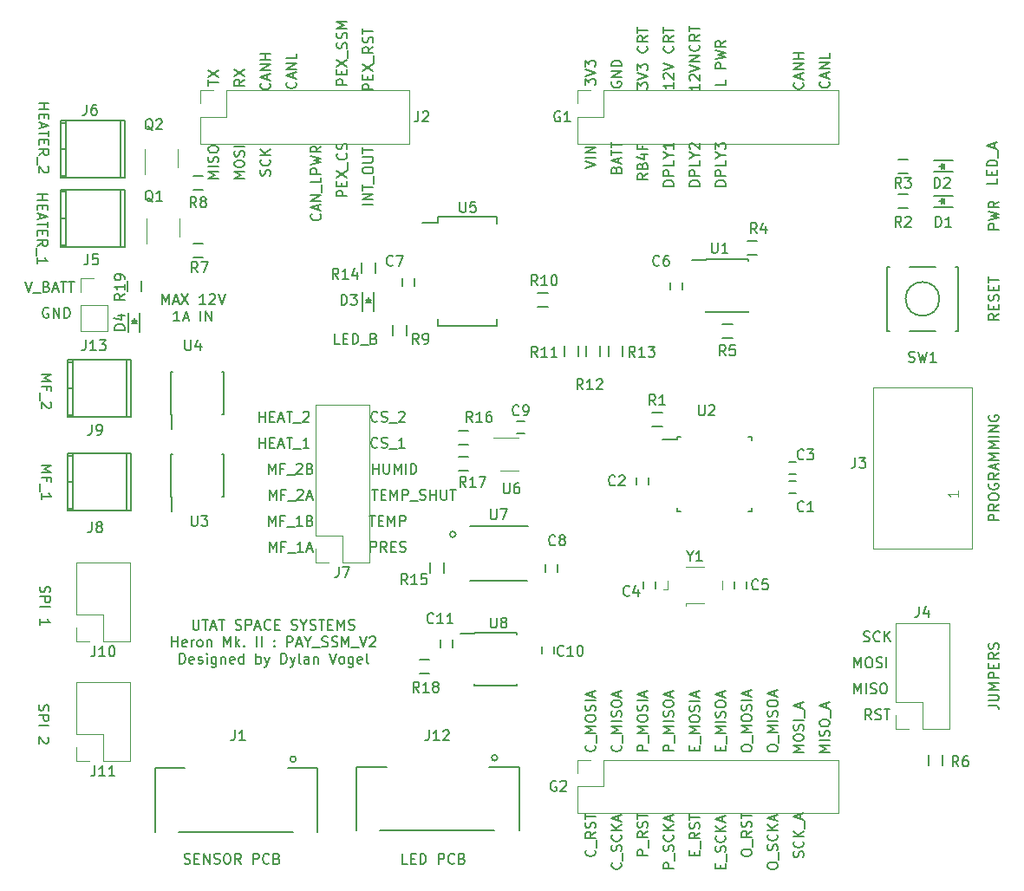
<source format=gto>
G04 #@! TF.FileFunction,Legend,Top*
%FSLAX46Y46*%
G04 Gerber Fmt 4.6, Leading zero omitted, Abs format (unit mm)*
G04 Created by KiCad (PCBNEW 4.0.6) date Monday, August 21, 2017 'PMt' 07:03:13 PM*
%MOMM*%
%LPD*%
G01*
G04 APERTURE LIST*
%ADD10C,0.100000*%
%ADD11C,0.150000*%
%ADD12C,0.120000*%
G04 APERTURE END LIST*
D10*
D11*
X116856856Y-108673381D02*
X116856856Y-109482905D01*
X116904475Y-109578143D01*
X116952094Y-109625762D01*
X117047332Y-109673381D01*
X117237809Y-109673381D01*
X117333047Y-109625762D01*
X117380666Y-109578143D01*
X117428285Y-109482905D01*
X117428285Y-108673381D01*
X117761618Y-108673381D02*
X118333047Y-108673381D01*
X118047332Y-109673381D02*
X118047332Y-108673381D01*
X118618761Y-109387667D02*
X119094952Y-109387667D01*
X118523523Y-109673381D02*
X118856856Y-108673381D01*
X119190190Y-109673381D01*
X119380666Y-108673381D02*
X119952095Y-108673381D01*
X119666380Y-109673381D02*
X119666380Y-108673381D01*
X120999714Y-109625762D02*
X121142571Y-109673381D01*
X121380667Y-109673381D01*
X121475905Y-109625762D01*
X121523524Y-109578143D01*
X121571143Y-109482905D01*
X121571143Y-109387667D01*
X121523524Y-109292429D01*
X121475905Y-109244810D01*
X121380667Y-109197190D01*
X121190190Y-109149571D01*
X121094952Y-109101952D01*
X121047333Y-109054333D01*
X120999714Y-108959095D01*
X120999714Y-108863857D01*
X121047333Y-108768619D01*
X121094952Y-108721000D01*
X121190190Y-108673381D01*
X121428286Y-108673381D01*
X121571143Y-108721000D01*
X121999714Y-109673381D02*
X121999714Y-108673381D01*
X122380667Y-108673381D01*
X122475905Y-108721000D01*
X122523524Y-108768619D01*
X122571143Y-108863857D01*
X122571143Y-109006714D01*
X122523524Y-109101952D01*
X122475905Y-109149571D01*
X122380667Y-109197190D01*
X121999714Y-109197190D01*
X122952095Y-109387667D02*
X123428286Y-109387667D01*
X122856857Y-109673381D02*
X123190190Y-108673381D01*
X123523524Y-109673381D01*
X124428286Y-109578143D02*
X124380667Y-109625762D01*
X124237810Y-109673381D01*
X124142572Y-109673381D01*
X123999714Y-109625762D01*
X123904476Y-109530524D01*
X123856857Y-109435286D01*
X123809238Y-109244810D01*
X123809238Y-109101952D01*
X123856857Y-108911476D01*
X123904476Y-108816238D01*
X123999714Y-108721000D01*
X124142572Y-108673381D01*
X124237810Y-108673381D01*
X124380667Y-108721000D01*
X124428286Y-108768619D01*
X124856857Y-109149571D02*
X125190191Y-109149571D01*
X125333048Y-109673381D02*
X124856857Y-109673381D01*
X124856857Y-108673381D01*
X125333048Y-108673381D01*
X126475905Y-109625762D02*
X126618762Y-109673381D01*
X126856858Y-109673381D01*
X126952096Y-109625762D01*
X126999715Y-109578143D01*
X127047334Y-109482905D01*
X127047334Y-109387667D01*
X126999715Y-109292429D01*
X126952096Y-109244810D01*
X126856858Y-109197190D01*
X126666381Y-109149571D01*
X126571143Y-109101952D01*
X126523524Y-109054333D01*
X126475905Y-108959095D01*
X126475905Y-108863857D01*
X126523524Y-108768619D01*
X126571143Y-108721000D01*
X126666381Y-108673381D01*
X126904477Y-108673381D01*
X127047334Y-108721000D01*
X127666381Y-109197190D02*
X127666381Y-109673381D01*
X127333048Y-108673381D02*
X127666381Y-109197190D01*
X127999715Y-108673381D01*
X128285429Y-109625762D02*
X128428286Y-109673381D01*
X128666382Y-109673381D01*
X128761620Y-109625762D01*
X128809239Y-109578143D01*
X128856858Y-109482905D01*
X128856858Y-109387667D01*
X128809239Y-109292429D01*
X128761620Y-109244810D01*
X128666382Y-109197190D01*
X128475905Y-109149571D01*
X128380667Y-109101952D01*
X128333048Y-109054333D01*
X128285429Y-108959095D01*
X128285429Y-108863857D01*
X128333048Y-108768619D01*
X128380667Y-108721000D01*
X128475905Y-108673381D01*
X128714001Y-108673381D01*
X128856858Y-108721000D01*
X129142572Y-108673381D02*
X129714001Y-108673381D01*
X129428286Y-109673381D02*
X129428286Y-108673381D01*
X130047334Y-109149571D02*
X130380668Y-109149571D01*
X130523525Y-109673381D02*
X130047334Y-109673381D01*
X130047334Y-108673381D01*
X130523525Y-108673381D01*
X130952096Y-109673381D02*
X130952096Y-108673381D01*
X131285430Y-109387667D01*
X131618763Y-108673381D01*
X131618763Y-109673381D01*
X132047334Y-109625762D02*
X132190191Y-109673381D01*
X132428287Y-109673381D01*
X132523525Y-109625762D01*
X132571144Y-109578143D01*
X132618763Y-109482905D01*
X132618763Y-109387667D01*
X132571144Y-109292429D01*
X132523525Y-109244810D01*
X132428287Y-109197190D01*
X132237810Y-109149571D01*
X132142572Y-109101952D01*
X132094953Y-109054333D01*
X132047334Y-108959095D01*
X132047334Y-108863857D01*
X132094953Y-108768619D01*
X132142572Y-108721000D01*
X132237810Y-108673381D01*
X132475906Y-108673381D01*
X132618763Y-108721000D01*
X114785428Y-111323381D02*
X114785428Y-110323381D01*
X114785428Y-110799571D02*
X115356857Y-110799571D01*
X115356857Y-111323381D02*
X115356857Y-110323381D01*
X116214000Y-111275762D02*
X116118762Y-111323381D01*
X115928285Y-111323381D01*
X115833047Y-111275762D01*
X115785428Y-111180524D01*
X115785428Y-110799571D01*
X115833047Y-110704333D01*
X115928285Y-110656714D01*
X116118762Y-110656714D01*
X116214000Y-110704333D01*
X116261619Y-110799571D01*
X116261619Y-110894810D01*
X115785428Y-110990048D01*
X116690190Y-111323381D02*
X116690190Y-110656714D01*
X116690190Y-110847190D02*
X116737809Y-110751952D01*
X116785428Y-110704333D01*
X116880666Y-110656714D01*
X116975905Y-110656714D01*
X117452095Y-111323381D02*
X117356857Y-111275762D01*
X117309238Y-111228143D01*
X117261619Y-111132905D01*
X117261619Y-110847190D01*
X117309238Y-110751952D01*
X117356857Y-110704333D01*
X117452095Y-110656714D01*
X117594953Y-110656714D01*
X117690191Y-110704333D01*
X117737810Y-110751952D01*
X117785429Y-110847190D01*
X117785429Y-111132905D01*
X117737810Y-111228143D01*
X117690191Y-111275762D01*
X117594953Y-111323381D01*
X117452095Y-111323381D01*
X118214000Y-110656714D02*
X118214000Y-111323381D01*
X118214000Y-110751952D02*
X118261619Y-110704333D01*
X118356857Y-110656714D01*
X118499715Y-110656714D01*
X118594953Y-110704333D01*
X118642572Y-110799571D01*
X118642572Y-111323381D01*
X119880667Y-111323381D02*
X119880667Y-110323381D01*
X120214001Y-111037667D01*
X120547334Y-110323381D01*
X120547334Y-111323381D01*
X121023524Y-111323381D02*
X121023524Y-110323381D01*
X121118762Y-110942429D02*
X121404477Y-111323381D01*
X121404477Y-110656714D02*
X121023524Y-111037667D01*
X121833048Y-111228143D02*
X121880667Y-111275762D01*
X121833048Y-111323381D01*
X121785429Y-111275762D01*
X121833048Y-111228143D01*
X121833048Y-111323381D01*
X123071143Y-111323381D02*
X123071143Y-110323381D01*
X123547333Y-111323381D02*
X123547333Y-110323381D01*
X124785428Y-111228143D02*
X124833047Y-111275762D01*
X124785428Y-111323381D01*
X124737809Y-111275762D01*
X124785428Y-111228143D01*
X124785428Y-111323381D01*
X124785428Y-110704333D02*
X124833047Y-110751952D01*
X124785428Y-110799571D01*
X124737809Y-110751952D01*
X124785428Y-110704333D01*
X124785428Y-110799571D01*
X126023523Y-111323381D02*
X126023523Y-110323381D01*
X126404476Y-110323381D01*
X126499714Y-110371000D01*
X126547333Y-110418619D01*
X126594952Y-110513857D01*
X126594952Y-110656714D01*
X126547333Y-110751952D01*
X126499714Y-110799571D01*
X126404476Y-110847190D01*
X126023523Y-110847190D01*
X126975904Y-111037667D02*
X127452095Y-111037667D01*
X126880666Y-111323381D02*
X127213999Y-110323381D01*
X127547333Y-111323381D01*
X128071142Y-110847190D02*
X128071142Y-111323381D01*
X127737809Y-110323381D02*
X128071142Y-110847190D01*
X128404476Y-110323381D01*
X128499714Y-111418619D02*
X129261619Y-111418619D01*
X129452095Y-111275762D02*
X129594952Y-111323381D01*
X129833048Y-111323381D01*
X129928286Y-111275762D01*
X129975905Y-111228143D01*
X130023524Y-111132905D01*
X130023524Y-111037667D01*
X129975905Y-110942429D01*
X129928286Y-110894810D01*
X129833048Y-110847190D01*
X129642571Y-110799571D01*
X129547333Y-110751952D01*
X129499714Y-110704333D01*
X129452095Y-110609095D01*
X129452095Y-110513857D01*
X129499714Y-110418619D01*
X129547333Y-110371000D01*
X129642571Y-110323381D01*
X129880667Y-110323381D01*
X130023524Y-110371000D01*
X130404476Y-111275762D02*
X130547333Y-111323381D01*
X130785429Y-111323381D01*
X130880667Y-111275762D01*
X130928286Y-111228143D01*
X130975905Y-111132905D01*
X130975905Y-111037667D01*
X130928286Y-110942429D01*
X130880667Y-110894810D01*
X130785429Y-110847190D01*
X130594952Y-110799571D01*
X130499714Y-110751952D01*
X130452095Y-110704333D01*
X130404476Y-110609095D01*
X130404476Y-110513857D01*
X130452095Y-110418619D01*
X130499714Y-110371000D01*
X130594952Y-110323381D01*
X130833048Y-110323381D01*
X130975905Y-110371000D01*
X131404476Y-111323381D02*
X131404476Y-110323381D01*
X131737810Y-111037667D01*
X132071143Y-110323381D01*
X132071143Y-111323381D01*
X132309238Y-111418619D02*
X133071143Y-111418619D01*
X133166381Y-110323381D02*
X133499714Y-111323381D01*
X133833048Y-110323381D01*
X134118762Y-110418619D02*
X134166381Y-110371000D01*
X134261619Y-110323381D01*
X134499715Y-110323381D01*
X134594953Y-110371000D01*
X134642572Y-110418619D01*
X134690191Y-110513857D01*
X134690191Y-110609095D01*
X134642572Y-110751952D01*
X134071143Y-111323381D01*
X134690191Y-111323381D01*
X115547332Y-112973381D02*
X115547332Y-111973381D01*
X115785427Y-111973381D01*
X115928285Y-112021000D01*
X116023523Y-112116238D01*
X116071142Y-112211476D01*
X116118761Y-112401952D01*
X116118761Y-112544810D01*
X116071142Y-112735286D01*
X116023523Y-112830524D01*
X115928285Y-112925762D01*
X115785427Y-112973381D01*
X115547332Y-112973381D01*
X116928285Y-112925762D02*
X116833047Y-112973381D01*
X116642570Y-112973381D01*
X116547332Y-112925762D01*
X116499713Y-112830524D01*
X116499713Y-112449571D01*
X116547332Y-112354333D01*
X116642570Y-112306714D01*
X116833047Y-112306714D01*
X116928285Y-112354333D01*
X116975904Y-112449571D01*
X116975904Y-112544810D01*
X116499713Y-112640048D01*
X117356856Y-112925762D02*
X117452094Y-112973381D01*
X117642570Y-112973381D01*
X117737809Y-112925762D01*
X117785428Y-112830524D01*
X117785428Y-112782905D01*
X117737809Y-112687667D01*
X117642570Y-112640048D01*
X117499713Y-112640048D01*
X117404475Y-112592429D01*
X117356856Y-112497190D01*
X117356856Y-112449571D01*
X117404475Y-112354333D01*
X117499713Y-112306714D01*
X117642570Y-112306714D01*
X117737809Y-112354333D01*
X118213999Y-112973381D02*
X118213999Y-112306714D01*
X118213999Y-111973381D02*
X118166380Y-112021000D01*
X118213999Y-112068619D01*
X118261618Y-112021000D01*
X118213999Y-111973381D01*
X118213999Y-112068619D01*
X119118761Y-112306714D02*
X119118761Y-113116238D01*
X119071142Y-113211476D01*
X119023523Y-113259095D01*
X118928284Y-113306714D01*
X118785427Y-113306714D01*
X118690189Y-113259095D01*
X119118761Y-112925762D02*
X119023523Y-112973381D01*
X118833046Y-112973381D01*
X118737808Y-112925762D01*
X118690189Y-112878143D01*
X118642570Y-112782905D01*
X118642570Y-112497190D01*
X118690189Y-112401952D01*
X118737808Y-112354333D01*
X118833046Y-112306714D01*
X119023523Y-112306714D01*
X119118761Y-112354333D01*
X119594951Y-112306714D02*
X119594951Y-112973381D01*
X119594951Y-112401952D02*
X119642570Y-112354333D01*
X119737808Y-112306714D01*
X119880666Y-112306714D01*
X119975904Y-112354333D01*
X120023523Y-112449571D01*
X120023523Y-112973381D01*
X120880666Y-112925762D02*
X120785428Y-112973381D01*
X120594951Y-112973381D01*
X120499713Y-112925762D01*
X120452094Y-112830524D01*
X120452094Y-112449571D01*
X120499713Y-112354333D01*
X120594951Y-112306714D01*
X120785428Y-112306714D01*
X120880666Y-112354333D01*
X120928285Y-112449571D01*
X120928285Y-112544810D01*
X120452094Y-112640048D01*
X121785428Y-112973381D02*
X121785428Y-111973381D01*
X121785428Y-112925762D02*
X121690190Y-112973381D01*
X121499713Y-112973381D01*
X121404475Y-112925762D01*
X121356856Y-112878143D01*
X121309237Y-112782905D01*
X121309237Y-112497190D01*
X121356856Y-112401952D01*
X121404475Y-112354333D01*
X121499713Y-112306714D01*
X121690190Y-112306714D01*
X121785428Y-112354333D01*
X123023523Y-112973381D02*
X123023523Y-111973381D01*
X123023523Y-112354333D02*
X123118761Y-112306714D01*
X123309238Y-112306714D01*
X123404476Y-112354333D01*
X123452095Y-112401952D01*
X123499714Y-112497190D01*
X123499714Y-112782905D01*
X123452095Y-112878143D01*
X123404476Y-112925762D01*
X123309238Y-112973381D01*
X123118761Y-112973381D01*
X123023523Y-112925762D01*
X123833047Y-112306714D02*
X124071142Y-112973381D01*
X124309238Y-112306714D02*
X124071142Y-112973381D01*
X123975904Y-113211476D01*
X123928285Y-113259095D01*
X123833047Y-113306714D01*
X125452095Y-112973381D02*
X125452095Y-111973381D01*
X125690190Y-111973381D01*
X125833048Y-112021000D01*
X125928286Y-112116238D01*
X125975905Y-112211476D01*
X126023524Y-112401952D01*
X126023524Y-112544810D01*
X125975905Y-112735286D01*
X125928286Y-112830524D01*
X125833048Y-112925762D01*
X125690190Y-112973381D01*
X125452095Y-112973381D01*
X126356857Y-112306714D02*
X126594952Y-112973381D01*
X126833048Y-112306714D02*
X126594952Y-112973381D01*
X126499714Y-113211476D01*
X126452095Y-113259095D01*
X126356857Y-113306714D01*
X127356857Y-112973381D02*
X127261619Y-112925762D01*
X127214000Y-112830524D01*
X127214000Y-111973381D01*
X128166382Y-112973381D02*
X128166382Y-112449571D01*
X128118763Y-112354333D01*
X128023525Y-112306714D01*
X127833048Y-112306714D01*
X127737810Y-112354333D01*
X128166382Y-112925762D02*
X128071144Y-112973381D01*
X127833048Y-112973381D01*
X127737810Y-112925762D01*
X127690191Y-112830524D01*
X127690191Y-112735286D01*
X127737810Y-112640048D01*
X127833048Y-112592429D01*
X128071144Y-112592429D01*
X128166382Y-112544810D01*
X128642572Y-112306714D02*
X128642572Y-112973381D01*
X128642572Y-112401952D02*
X128690191Y-112354333D01*
X128785429Y-112306714D01*
X128928287Y-112306714D01*
X129023525Y-112354333D01*
X129071144Y-112449571D01*
X129071144Y-112973381D01*
X130166382Y-111973381D02*
X130499715Y-112973381D01*
X130833049Y-111973381D01*
X131309239Y-112973381D02*
X131214001Y-112925762D01*
X131166382Y-112878143D01*
X131118763Y-112782905D01*
X131118763Y-112497190D01*
X131166382Y-112401952D01*
X131214001Y-112354333D01*
X131309239Y-112306714D01*
X131452097Y-112306714D01*
X131547335Y-112354333D01*
X131594954Y-112401952D01*
X131642573Y-112497190D01*
X131642573Y-112782905D01*
X131594954Y-112878143D01*
X131547335Y-112925762D01*
X131452097Y-112973381D01*
X131309239Y-112973381D01*
X132499716Y-112306714D02*
X132499716Y-113116238D01*
X132452097Y-113211476D01*
X132404478Y-113259095D01*
X132309239Y-113306714D01*
X132166382Y-113306714D01*
X132071144Y-113259095D01*
X132499716Y-112925762D02*
X132404478Y-112973381D01*
X132214001Y-112973381D01*
X132118763Y-112925762D01*
X132071144Y-112878143D01*
X132023525Y-112782905D01*
X132023525Y-112497190D01*
X132071144Y-112401952D01*
X132118763Y-112354333D01*
X132214001Y-112306714D01*
X132404478Y-112306714D01*
X132499716Y-112354333D01*
X133356859Y-112925762D02*
X133261621Y-112973381D01*
X133071144Y-112973381D01*
X132975906Y-112925762D01*
X132928287Y-112830524D01*
X132928287Y-112449571D01*
X132975906Y-112354333D01*
X133071144Y-112306714D01*
X133261621Y-112306714D01*
X133356859Y-112354333D01*
X133404478Y-112449571D01*
X133404478Y-112544810D01*
X132928287Y-112640048D01*
X133975906Y-112973381D02*
X133880668Y-112925762D01*
X133833049Y-112830524D01*
X133833049Y-111973381D01*
X101782619Y-58237857D02*
X102782619Y-58237857D01*
X102306429Y-58237857D02*
X102306429Y-58809286D01*
X101782619Y-58809286D02*
X102782619Y-58809286D01*
X102306429Y-59285476D02*
X102306429Y-59618810D01*
X101782619Y-59761667D02*
X101782619Y-59285476D01*
X102782619Y-59285476D01*
X102782619Y-59761667D01*
X102068333Y-60142619D02*
X102068333Y-60618810D01*
X101782619Y-60047381D02*
X102782619Y-60380714D01*
X101782619Y-60714048D01*
X102782619Y-60904524D02*
X102782619Y-61475953D01*
X101782619Y-61190238D02*
X102782619Y-61190238D01*
X102306429Y-61809286D02*
X102306429Y-62142620D01*
X101782619Y-62285477D02*
X101782619Y-61809286D01*
X102782619Y-61809286D01*
X102782619Y-62285477D01*
X101782619Y-63285477D02*
X102258810Y-62952143D01*
X101782619Y-62714048D02*
X102782619Y-62714048D01*
X102782619Y-63095001D01*
X102735000Y-63190239D01*
X102687381Y-63237858D01*
X102592143Y-63285477D01*
X102449286Y-63285477D01*
X102354048Y-63237858D01*
X102306429Y-63190239D01*
X102258810Y-63095001D01*
X102258810Y-62714048D01*
X101687381Y-63475953D02*
X101687381Y-64237858D01*
X102687381Y-64428334D02*
X102735000Y-64475953D01*
X102782619Y-64571191D01*
X102782619Y-64809287D01*
X102735000Y-64904525D01*
X102687381Y-64952144D01*
X102592143Y-64999763D01*
X102496905Y-64999763D01*
X102354048Y-64952144D01*
X101782619Y-64380715D01*
X101782619Y-64999763D01*
X101655619Y-67127857D02*
X102655619Y-67127857D01*
X102179429Y-67127857D02*
X102179429Y-67699286D01*
X101655619Y-67699286D02*
X102655619Y-67699286D01*
X102179429Y-68175476D02*
X102179429Y-68508810D01*
X101655619Y-68651667D02*
X101655619Y-68175476D01*
X102655619Y-68175476D01*
X102655619Y-68651667D01*
X101941333Y-69032619D02*
X101941333Y-69508810D01*
X101655619Y-68937381D02*
X102655619Y-69270714D01*
X101655619Y-69604048D01*
X102655619Y-69794524D02*
X102655619Y-70365953D01*
X101655619Y-70080238D02*
X102655619Y-70080238D01*
X102179429Y-70699286D02*
X102179429Y-71032620D01*
X101655619Y-71175477D02*
X101655619Y-70699286D01*
X102655619Y-70699286D01*
X102655619Y-71175477D01*
X101655619Y-72175477D02*
X102131810Y-71842143D01*
X101655619Y-71604048D02*
X102655619Y-71604048D01*
X102655619Y-71985001D01*
X102608000Y-72080239D01*
X102560381Y-72127858D01*
X102465143Y-72175477D01*
X102322286Y-72175477D01*
X102227048Y-72127858D01*
X102179429Y-72080239D01*
X102131810Y-71985001D01*
X102131810Y-71604048D01*
X101560381Y-72365953D02*
X101560381Y-73127858D01*
X101655619Y-73889763D02*
X101655619Y-73318334D01*
X101655619Y-73604048D02*
X102655619Y-73604048D01*
X102512762Y-73508810D01*
X102417524Y-73413572D01*
X102369905Y-73318334D01*
X113840000Y-77859381D02*
X113840000Y-76859381D01*
X114173334Y-77573667D01*
X114506667Y-76859381D01*
X114506667Y-77859381D01*
X114935238Y-77573667D02*
X115411429Y-77573667D01*
X114840000Y-77859381D02*
X115173333Y-76859381D01*
X115506667Y-77859381D01*
X115744762Y-76859381D02*
X116411429Y-77859381D01*
X116411429Y-76859381D02*
X115744762Y-77859381D01*
X118078096Y-77859381D02*
X117506667Y-77859381D01*
X117792381Y-77859381D02*
X117792381Y-76859381D01*
X117697143Y-77002238D01*
X117601905Y-77097476D01*
X117506667Y-77145095D01*
X118459048Y-76954619D02*
X118506667Y-76907000D01*
X118601905Y-76859381D01*
X118840001Y-76859381D01*
X118935239Y-76907000D01*
X118982858Y-76954619D01*
X119030477Y-77049857D01*
X119030477Y-77145095D01*
X118982858Y-77287952D01*
X118411429Y-77859381D01*
X119030477Y-77859381D01*
X119316191Y-76859381D02*
X119649524Y-77859381D01*
X119982858Y-76859381D01*
X115554286Y-79509381D02*
X114982857Y-79509381D01*
X115268571Y-79509381D02*
X115268571Y-78509381D01*
X115173333Y-78652238D01*
X115078095Y-78747476D01*
X114982857Y-78795095D01*
X115935238Y-79223667D02*
X116411429Y-79223667D01*
X115840000Y-79509381D02*
X116173333Y-78509381D01*
X116506667Y-79509381D01*
X117601905Y-79509381D02*
X117601905Y-78509381D01*
X118078095Y-79509381D02*
X118078095Y-78509381D01*
X118649524Y-79509381D01*
X118649524Y-78509381D01*
X102036619Y-84740952D02*
X103036619Y-84740952D01*
X102322333Y-85074286D01*
X103036619Y-85407619D01*
X102036619Y-85407619D01*
X102560429Y-86217143D02*
X102560429Y-85883809D01*
X102036619Y-85883809D02*
X103036619Y-85883809D01*
X103036619Y-86360000D01*
X101941381Y-86502857D02*
X101941381Y-87264762D01*
X102941381Y-87455238D02*
X102989000Y-87502857D01*
X103036619Y-87598095D01*
X103036619Y-87836191D01*
X102989000Y-87931429D01*
X102941381Y-87979048D01*
X102846143Y-88026667D01*
X102750905Y-88026667D01*
X102608048Y-87979048D01*
X102036619Y-87407619D01*
X102036619Y-88026667D01*
X102036619Y-93630952D02*
X103036619Y-93630952D01*
X102322333Y-93964286D01*
X103036619Y-94297619D01*
X102036619Y-94297619D01*
X102560429Y-95107143D02*
X102560429Y-94773809D01*
X102036619Y-94773809D02*
X103036619Y-94773809D01*
X103036619Y-95250000D01*
X101941381Y-95392857D02*
X101941381Y-96154762D01*
X102036619Y-96916667D02*
X102036619Y-96345238D01*
X102036619Y-96630952D02*
X103036619Y-96630952D01*
X102893762Y-96535714D01*
X102798524Y-96440476D01*
X102750905Y-96345238D01*
X102743096Y-78240000D02*
X102647858Y-78192381D01*
X102505001Y-78192381D01*
X102362143Y-78240000D01*
X102266905Y-78335238D01*
X102219286Y-78430476D01*
X102171667Y-78620952D01*
X102171667Y-78763810D01*
X102219286Y-78954286D01*
X102266905Y-79049524D01*
X102362143Y-79144762D01*
X102505001Y-79192381D01*
X102600239Y-79192381D01*
X102743096Y-79144762D01*
X102790715Y-79097143D01*
X102790715Y-78763810D01*
X102600239Y-78763810D01*
X103219286Y-79192381D02*
X103219286Y-78192381D01*
X103790715Y-79192381D01*
X103790715Y-78192381D01*
X104266905Y-79192381D02*
X104266905Y-78192381D01*
X104505000Y-78192381D01*
X104647858Y-78240000D01*
X104743096Y-78335238D01*
X104790715Y-78430476D01*
X104838334Y-78620952D01*
X104838334Y-78763810D01*
X104790715Y-78954286D01*
X104743096Y-79049524D01*
X104647858Y-79144762D01*
X104505000Y-79192381D01*
X104266905Y-79192381D01*
X100465238Y-75652381D02*
X100798571Y-76652381D01*
X101131905Y-75652381D01*
X101227143Y-76747619D02*
X101989048Y-76747619D01*
X102560477Y-76128571D02*
X102703334Y-76176190D01*
X102750953Y-76223810D01*
X102798572Y-76319048D01*
X102798572Y-76461905D01*
X102750953Y-76557143D01*
X102703334Y-76604762D01*
X102608096Y-76652381D01*
X102227143Y-76652381D01*
X102227143Y-75652381D01*
X102560477Y-75652381D01*
X102655715Y-75700000D01*
X102703334Y-75747619D01*
X102750953Y-75842857D01*
X102750953Y-75938095D01*
X102703334Y-76033333D01*
X102655715Y-76080952D01*
X102560477Y-76128571D01*
X102227143Y-76128571D01*
X103179524Y-76366667D02*
X103655715Y-76366667D01*
X103084286Y-76652381D02*
X103417619Y-75652381D01*
X103750953Y-76652381D01*
X103941429Y-75652381D02*
X104512858Y-75652381D01*
X104227143Y-76652381D02*
X104227143Y-75652381D01*
X104703334Y-75652381D02*
X105274763Y-75652381D01*
X104989048Y-76652381D02*
X104989048Y-75652381D01*
X131191191Y-81732381D02*
X130715000Y-81732381D01*
X130715000Y-80732381D01*
X131524524Y-81208571D02*
X131857858Y-81208571D01*
X132000715Y-81732381D02*
X131524524Y-81732381D01*
X131524524Y-80732381D01*
X132000715Y-80732381D01*
X132429286Y-81732381D02*
X132429286Y-80732381D01*
X132667381Y-80732381D01*
X132810239Y-80780000D01*
X132905477Y-80875238D01*
X132953096Y-80970476D01*
X133000715Y-81160952D01*
X133000715Y-81303810D01*
X132953096Y-81494286D01*
X132905477Y-81589524D01*
X132810239Y-81684762D01*
X132667381Y-81732381D01*
X132429286Y-81732381D01*
X133191191Y-81827619D02*
X133953096Y-81827619D01*
X134524525Y-81208571D02*
X134667382Y-81256190D01*
X134715001Y-81303810D01*
X134762620Y-81399048D01*
X134762620Y-81541905D01*
X134715001Y-81637143D01*
X134667382Y-81684762D01*
X134572144Y-81732381D01*
X134191191Y-81732381D01*
X134191191Y-80732381D01*
X134524525Y-80732381D01*
X134619763Y-80780000D01*
X134667382Y-80827619D01*
X134715001Y-80922857D01*
X134715001Y-81018095D01*
X134667382Y-81113333D01*
X134619763Y-81160952D01*
X134524525Y-81208571D01*
X134191191Y-81208571D01*
X195397381Y-65587381D02*
X195397381Y-66063572D01*
X194397381Y-66063572D01*
X194873571Y-65254048D02*
X194873571Y-64920714D01*
X195397381Y-64777857D02*
X195397381Y-65254048D01*
X194397381Y-65254048D01*
X194397381Y-64777857D01*
X195397381Y-64349286D02*
X194397381Y-64349286D01*
X194397381Y-64111191D01*
X194445000Y-63968333D01*
X194540238Y-63873095D01*
X194635476Y-63825476D01*
X194825952Y-63777857D01*
X194968810Y-63777857D01*
X195159286Y-63825476D01*
X195254524Y-63873095D01*
X195349762Y-63968333D01*
X195397381Y-64111191D01*
X195397381Y-64349286D01*
X195492619Y-63587381D02*
X195492619Y-62825476D01*
X195111667Y-62635000D02*
X195111667Y-62158809D01*
X195397381Y-62730238D02*
X194397381Y-62396905D01*
X195397381Y-62063571D01*
X131897381Y-56435238D02*
X130897381Y-56435238D01*
X130897381Y-56054285D01*
X130945000Y-55959047D01*
X130992619Y-55911428D01*
X131087857Y-55863809D01*
X131230714Y-55863809D01*
X131325952Y-55911428D01*
X131373571Y-55959047D01*
X131421190Y-56054285D01*
X131421190Y-56435238D01*
X131373571Y-55435238D02*
X131373571Y-55101904D01*
X131897381Y-54959047D02*
X131897381Y-55435238D01*
X130897381Y-55435238D01*
X130897381Y-54959047D01*
X130897381Y-54625714D02*
X131897381Y-53959047D01*
X130897381Y-53959047D02*
X131897381Y-54625714D01*
X131992619Y-53816190D02*
X131992619Y-53054285D01*
X131849762Y-52863809D02*
X131897381Y-52720952D01*
X131897381Y-52482856D01*
X131849762Y-52387618D01*
X131802143Y-52339999D01*
X131706905Y-52292380D01*
X131611667Y-52292380D01*
X131516429Y-52339999D01*
X131468810Y-52387618D01*
X131421190Y-52482856D01*
X131373571Y-52673333D01*
X131325952Y-52768571D01*
X131278333Y-52816190D01*
X131183095Y-52863809D01*
X131087857Y-52863809D01*
X130992619Y-52816190D01*
X130945000Y-52768571D01*
X130897381Y-52673333D01*
X130897381Y-52435237D01*
X130945000Y-52292380D01*
X131849762Y-51911428D02*
X131897381Y-51768571D01*
X131897381Y-51530475D01*
X131849762Y-51435237D01*
X131802143Y-51387618D01*
X131706905Y-51339999D01*
X131611667Y-51339999D01*
X131516429Y-51387618D01*
X131468810Y-51435237D01*
X131421190Y-51530475D01*
X131373571Y-51720952D01*
X131325952Y-51816190D01*
X131278333Y-51863809D01*
X131183095Y-51911428D01*
X131087857Y-51911428D01*
X130992619Y-51863809D01*
X130945000Y-51816190D01*
X130897381Y-51720952D01*
X130897381Y-51482856D01*
X130945000Y-51339999D01*
X131897381Y-50911428D02*
X130897381Y-50911428D01*
X131611667Y-50578094D01*
X130897381Y-50244761D01*
X131897381Y-50244761D01*
X134437381Y-56903572D02*
X133437381Y-56903572D01*
X133437381Y-56522619D01*
X133485000Y-56427381D01*
X133532619Y-56379762D01*
X133627857Y-56332143D01*
X133770714Y-56332143D01*
X133865952Y-56379762D01*
X133913571Y-56427381D01*
X133961190Y-56522619D01*
X133961190Y-56903572D01*
X133913571Y-55903572D02*
X133913571Y-55570238D01*
X134437381Y-55427381D02*
X134437381Y-55903572D01*
X133437381Y-55903572D01*
X133437381Y-55427381D01*
X133437381Y-55094048D02*
X134437381Y-54427381D01*
X133437381Y-54427381D02*
X134437381Y-55094048D01*
X134532619Y-54284524D02*
X134532619Y-53522619D01*
X134437381Y-52713095D02*
X133961190Y-53046429D01*
X134437381Y-53284524D02*
X133437381Y-53284524D01*
X133437381Y-52903571D01*
X133485000Y-52808333D01*
X133532619Y-52760714D01*
X133627857Y-52713095D01*
X133770714Y-52713095D01*
X133865952Y-52760714D01*
X133913571Y-52808333D01*
X133961190Y-52903571D01*
X133961190Y-53284524D01*
X134389762Y-52332143D02*
X134437381Y-52189286D01*
X134437381Y-51951190D01*
X134389762Y-51855952D01*
X134342143Y-51808333D01*
X134246905Y-51760714D01*
X134151667Y-51760714D01*
X134056429Y-51808333D01*
X134008810Y-51855952D01*
X133961190Y-51951190D01*
X133913571Y-52141667D01*
X133865952Y-52236905D01*
X133818333Y-52284524D01*
X133723095Y-52332143D01*
X133627857Y-52332143D01*
X133532619Y-52284524D01*
X133485000Y-52236905D01*
X133437381Y-52141667D01*
X133437381Y-51903571D01*
X133485000Y-51760714D01*
X133437381Y-51475000D02*
X133437381Y-50903571D01*
X134437381Y-51189286D02*
X133437381Y-51189286D01*
X134437381Y-68119286D02*
X133437381Y-68119286D01*
X134437381Y-67643096D02*
X133437381Y-67643096D01*
X134437381Y-67071667D01*
X133437381Y-67071667D01*
X133437381Y-66738334D02*
X133437381Y-66166905D01*
X134437381Y-66452620D02*
X133437381Y-66452620D01*
X134532619Y-66071667D02*
X134532619Y-65309762D01*
X133437381Y-64881191D02*
X133437381Y-64690714D01*
X133485000Y-64595476D01*
X133580238Y-64500238D01*
X133770714Y-64452619D01*
X134104048Y-64452619D01*
X134294524Y-64500238D01*
X134389762Y-64595476D01*
X134437381Y-64690714D01*
X134437381Y-64881191D01*
X134389762Y-64976429D01*
X134294524Y-65071667D01*
X134104048Y-65119286D01*
X133770714Y-65119286D01*
X133580238Y-65071667D01*
X133485000Y-64976429D01*
X133437381Y-64881191D01*
X133437381Y-64024048D02*
X134246905Y-64024048D01*
X134342143Y-63976429D01*
X134389762Y-63928810D01*
X134437381Y-63833572D01*
X134437381Y-63643095D01*
X134389762Y-63547857D01*
X134342143Y-63500238D01*
X134246905Y-63452619D01*
X133437381Y-63452619D01*
X133437381Y-63119286D02*
X133437381Y-62547857D01*
X134437381Y-62833572D02*
X133437381Y-62833572D01*
X131897381Y-67317619D02*
X130897381Y-67317619D01*
X130897381Y-66936666D01*
X130945000Y-66841428D01*
X130992619Y-66793809D01*
X131087857Y-66746190D01*
X131230714Y-66746190D01*
X131325952Y-66793809D01*
X131373571Y-66841428D01*
X131421190Y-66936666D01*
X131421190Y-67317619D01*
X131373571Y-66317619D02*
X131373571Y-65984285D01*
X131897381Y-65841428D02*
X131897381Y-66317619D01*
X130897381Y-66317619D01*
X130897381Y-65841428D01*
X130897381Y-65508095D02*
X131897381Y-64841428D01*
X130897381Y-64841428D02*
X131897381Y-65508095D01*
X131992619Y-64698571D02*
X131992619Y-63936666D01*
X131802143Y-63127142D02*
X131849762Y-63174761D01*
X131897381Y-63317618D01*
X131897381Y-63412856D01*
X131849762Y-63555714D01*
X131754524Y-63650952D01*
X131659286Y-63698571D01*
X131468810Y-63746190D01*
X131325952Y-63746190D01*
X131135476Y-63698571D01*
X131040238Y-63650952D01*
X130945000Y-63555714D01*
X130897381Y-63412856D01*
X130897381Y-63317618D01*
X130945000Y-63174761D01*
X130992619Y-63127142D01*
X131849762Y-62746190D02*
X131897381Y-62603333D01*
X131897381Y-62365237D01*
X131849762Y-62269999D01*
X131802143Y-62222380D01*
X131706905Y-62174761D01*
X131611667Y-62174761D01*
X131516429Y-62222380D01*
X131468810Y-62269999D01*
X131421190Y-62365237D01*
X131373571Y-62555714D01*
X131325952Y-62650952D01*
X131278333Y-62698571D01*
X131183095Y-62746190D01*
X131087857Y-62746190D01*
X130992619Y-62698571D01*
X130945000Y-62650952D01*
X130897381Y-62555714D01*
X130897381Y-62317618D01*
X130945000Y-62174761D01*
X129262143Y-69040000D02*
X129309762Y-69087619D01*
X129357381Y-69230476D01*
X129357381Y-69325714D01*
X129309762Y-69468572D01*
X129214524Y-69563810D01*
X129119286Y-69611429D01*
X128928810Y-69659048D01*
X128785952Y-69659048D01*
X128595476Y-69611429D01*
X128500238Y-69563810D01*
X128405000Y-69468572D01*
X128357381Y-69325714D01*
X128357381Y-69230476D01*
X128405000Y-69087619D01*
X128452619Y-69040000D01*
X129071667Y-68659048D02*
X129071667Y-68182857D01*
X129357381Y-68754286D02*
X128357381Y-68420953D01*
X129357381Y-68087619D01*
X129357381Y-67754286D02*
X128357381Y-67754286D01*
X129357381Y-67182857D01*
X128357381Y-67182857D01*
X129452619Y-66944762D02*
X129452619Y-66182857D01*
X129357381Y-65468571D02*
X129357381Y-65944762D01*
X128357381Y-65944762D01*
X129357381Y-65135238D02*
X128357381Y-65135238D01*
X128357381Y-64754285D01*
X128405000Y-64659047D01*
X128452619Y-64611428D01*
X128547857Y-64563809D01*
X128690714Y-64563809D01*
X128785952Y-64611428D01*
X128833571Y-64659047D01*
X128881190Y-64754285D01*
X128881190Y-65135238D01*
X128357381Y-64230476D02*
X129357381Y-63992381D01*
X128643095Y-63801904D01*
X129357381Y-63611428D01*
X128357381Y-63373333D01*
X129357381Y-62420952D02*
X128881190Y-62754286D01*
X129357381Y-62992381D02*
X128357381Y-62992381D01*
X128357381Y-62611428D01*
X128405000Y-62516190D01*
X128452619Y-62468571D01*
X128547857Y-62420952D01*
X128690714Y-62420952D01*
X128785952Y-62468571D01*
X128833571Y-62516190D01*
X128881190Y-62611428D01*
X128881190Y-62992381D01*
X134866191Y-89257143D02*
X134818572Y-89304762D01*
X134675715Y-89352381D01*
X134580477Y-89352381D01*
X134437619Y-89304762D01*
X134342381Y-89209524D01*
X134294762Y-89114286D01*
X134247143Y-88923810D01*
X134247143Y-88780952D01*
X134294762Y-88590476D01*
X134342381Y-88495238D01*
X134437619Y-88400000D01*
X134580477Y-88352381D01*
X134675715Y-88352381D01*
X134818572Y-88400000D01*
X134866191Y-88447619D01*
X135247143Y-89304762D02*
X135390000Y-89352381D01*
X135628096Y-89352381D01*
X135723334Y-89304762D01*
X135770953Y-89257143D01*
X135818572Y-89161905D01*
X135818572Y-89066667D01*
X135770953Y-88971429D01*
X135723334Y-88923810D01*
X135628096Y-88876190D01*
X135437619Y-88828571D01*
X135342381Y-88780952D01*
X135294762Y-88733333D01*
X135247143Y-88638095D01*
X135247143Y-88542857D01*
X135294762Y-88447619D01*
X135342381Y-88400000D01*
X135437619Y-88352381D01*
X135675715Y-88352381D01*
X135818572Y-88400000D01*
X136009048Y-89447619D02*
X136770953Y-89447619D01*
X136961429Y-88447619D02*
X137009048Y-88400000D01*
X137104286Y-88352381D01*
X137342382Y-88352381D01*
X137437620Y-88400000D01*
X137485239Y-88447619D01*
X137532858Y-88542857D01*
X137532858Y-88638095D01*
X137485239Y-88780952D01*
X136913810Y-89352381D01*
X137532858Y-89352381D01*
X134866191Y-91797143D02*
X134818572Y-91844762D01*
X134675715Y-91892381D01*
X134580477Y-91892381D01*
X134437619Y-91844762D01*
X134342381Y-91749524D01*
X134294762Y-91654286D01*
X134247143Y-91463810D01*
X134247143Y-91320952D01*
X134294762Y-91130476D01*
X134342381Y-91035238D01*
X134437619Y-90940000D01*
X134580477Y-90892381D01*
X134675715Y-90892381D01*
X134818572Y-90940000D01*
X134866191Y-90987619D01*
X135247143Y-91844762D02*
X135390000Y-91892381D01*
X135628096Y-91892381D01*
X135723334Y-91844762D01*
X135770953Y-91797143D01*
X135818572Y-91701905D01*
X135818572Y-91606667D01*
X135770953Y-91511429D01*
X135723334Y-91463810D01*
X135628096Y-91416190D01*
X135437619Y-91368571D01*
X135342381Y-91320952D01*
X135294762Y-91273333D01*
X135247143Y-91178095D01*
X135247143Y-91082857D01*
X135294762Y-90987619D01*
X135342381Y-90940000D01*
X135437619Y-90892381D01*
X135675715Y-90892381D01*
X135818572Y-90940000D01*
X136009048Y-91987619D02*
X136770953Y-91987619D01*
X137532858Y-91892381D02*
X136961429Y-91892381D01*
X137247143Y-91892381D02*
X137247143Y-90892381D01*
X137151905Y-91035238D01*
X137056667Y-91130476D01*
X136961429Y-91178095D01*
X134405953Y-94432381D02*
X134405953Y-93432381D01*
X134405953Y-93908571D02*
X134977382Y-93908571D01*
X134977382Y-94432381D02*
X134977382Y-93432381D01*
X135453572Y-93432381D02*
X135453572Y-94241905D01*
X135501191Y-94337143D01*
X135548810Y-94384762D01*
X135644048Y-94432381D01*
X135834525Y-94432381D01*
X135929763Y-94384762D01*
X135977382Y-94337143D01*
X136025001Y-94241905D01*
X136025001Y-93432381D01*
X136501191Y-94432381D02*
X136501191Y-93432381D01*
X136834525Y-94146667D01*
X137167858Y-93432381D01*
X137167858Y-94432381D01*
X137644048Y-94432381D02*
X137644048Y-93432381D01*
X138120238Y-94432381D02*
X138120238Y-93432381D01*
X138358333Y-93432381D01*
X138501191Y-93480000D01*
X138596429Y-93575238D01*
X138644048Y-93670476D01*
X138691667Y-93860952D01*
X138691667Y-94003810D01*
X138644048Y-94194286D01*
X138596429Y-94289524D01*
X138501191Y-94384762D01*
X138358333Y-94432381D01*
X138120238Y-94432381D01*
X134334762Y-95972381D02*
X134906191Y-95972381D01*
X134620476Y-96972381D02*
X134620476Y-95972381D01*
X135239524Y-96448571D02*
X135572858Y-96448571D01*
X135715715Y-96972381D02*
X135239524Y-96972381D01*
X135239524Y-95972381D01*
X135715715Y-95972381D01*
X136144286Y-96972381D02*
X136144286Y-95972381D01*
X136477620Y-96686667D01*
X136810953Y-95972381D01*
X136810953Y-96972381D01*
X137287143Y-96972381D02*
X137287143Y-95972381D01*
X137668096Y-95972381D01*
X137763334Y-96020000D01*
X137810953Y-96067619D01*
X137858572Y-96162857D01*
X137858572Y-96305714D01*
X137810953Y-96400952D01*
X137763334Y-96448571D01*
X137668096Y-96496190D01*
X137287143Y-96496190D01*
X138049048Y-97067619D02*
X138810953Y-97067619D01*
X139001429Y-96924762D02*
X139144286Y-96972381D01*
X139382382Y-96972381D01*
X139477620Y-96924762D01*
X139525239Y-96877143D01*
X139572858Y-96781905D01*
X139572858Y-96686667D01*
X139525239Y-96591429D01*
X139477620Y-96543810D01*
X139382382Y-96496190D01*
X139191905Y-96448571D01*
X139096667Y-96400952D01*
X139049048Y-96353333D01*
X139001429Y-96258095D01*
X139001429Y-96162857D01*
X139049048Y-96067619D01*
X139096667Y-96020000D01*
X139191905Y-95972381D01*
X139430001Y-95972381D01*
X139572858Y-96020000D01*
X140001429Y-96972381D02*
X140001429Y-95972381D01*
X140001429Y-96448571D02*
X140572858Y-96448571D01*
X140572858Y-96972381D02*
X140572858Y-95972381D01*
X141049048Y-95972381D02*
X141049048Y-96781905D01*
X141096667Y-96877143D01*
X141144286Y-96924762D01*
X141239524Y-96972381D01*
X141430001Y-96972381D01*
X141525239Y-96924762D01*
X141572858Y-96877143D01*
X141620477Y-96781905D01*
X141620477Y-95972381D01*
X141953810Y-95972381D02*
X142525239Y-95972381D01*
X142239524Y-96972381D02*
X142239524Y-95972381D01*
X134080476Y-98512381D02*
X134651905Y-98512381D01*
X134366190Y-99512381D02*
X134366190Y-98512381D01*
X134985238Y-98988571D02*
X135318572Y-98988571D01*
X135461429Y-99512381D02*
X134985238Y-99512381D01*
X134985238Y-98512381D01*
X135461429Y-98512381D01*
X135890000Y-99512381D02*
X135890000Y-98512381D01*
X136223334Y-99226667D01*
X136556667Y-98512381D01*
X136556667Y-99512381D01*
X137032857Y-99512381D02*
X137032857Y-98512381D01*
X137413810Y-98512381D01*
X137509048Y-98560000D01*
X137556667Y-98607619D01*
X137604286Y-98702857D01*
X137604286Y-98845714D01*
X137556667Y-98940952D01*
X137509048Y-98988571D01*
X137413810Y-99036190D01*
X137032857Y-99036190D01*
X134199524Y-102052381D02*
X134199524Y-101052381D01*
X134580477Y-101052381D01*
X134675715Y-101100000D01*
X134723334Y-101147619D01*
X134770953Y-101242857D01*
X134770953Y-101385714D01*
X134723334Y-101480952D01*
X134675715Y-101528571D01*
X134580477Y-101576190D01*
X134199524Y-101576190D01*
X135770953Y-102052381D02*
X135437619Y-101576190D01*
X135199524Y-102052381D02*
X135199524Y-101052381D01*
X135580477Y-101052381D01*
X135675715Y-101100000D01*
X135723334Y-101147619D01*
X135770953Y-101242857D01*
X135770953Y-101385714D01*
X135723334Y-101480952D01*
X135675715Y-101528571D01*
X135580477Y-101576190D01*
X135199524Y-101576190D01*
X136199524Y-101528571D02*
X136532858Y-101528571D01*
X136675715Y-102052381D02*
X136199524Y-102052381D01*
X136199524Y-101052381D01*
X136675715Y-101052381D01*
X137056667Y-102004762D02*
X137199524Y-102052381D01*
X137437620Y-102052381D01*
X137532858Y-102004762D01*
X137580477Y-101957143D01*
X137628096Y-101861905D01*
X137628096Y-101766667D01*
X137580477Y-101671429D01*
X137532858Y-101623810D01*
X137437620Y-101576190D01*
X137247143Y-101528571D01*
X137151905Y-101480952D01*
X137104286Y-101433333D01*
X137056667Y-101338095D01*
X137056667Y-101242857D01*
X137104286Y-101147619D01*
X137151905Y-101100000D01*
X137247143Y-101052381D01*
X137485239Y-101052381D01*
X137628096Y-101100000D01*
X124317381Y-102052381D02*
X124317381Y-101052381D01*
X124650715Y-101766667D01*
X124984048Y-101052381D01*
X124984048Y-102052381D01*
X125793572Y-101528571D02*
X125460238Y-101528571D01*
X125460238Y-102052381D02*
X125460238Y-101052381D01*
X125936429Y-101052381D01*
X126079286Y-102147619D02*
X126841191Y-102147619D01*
X127603096Y-102052381D02*
X127031667Y-102052381D01*
X127317381Y-102052381D02*
X127317381Y-101052381D01*
X127222143Y-101195238D01*
X127126905Y-101290476D01*
X127031667Y-101338095D01*
X127984048Y-101766667D02*
X128460239Y-101766667D01*
X127888810Y-102052381D02*
X128222143Y-101052381D01*
X128555477Y-102052381D01*
X124245952Y-99512381D02*
X124245952Y-98512381D01*
X124579286Y-99226667D01*
X124912619Y-98512381D01*
X124912619Y-99512381D01*
X125722143Y-98988571D02*
X125388809Y-98988571D01*
X125388809Y-99512381D02*
X125388809Y-98512381D01*
X125865000Y-98512381D01*
X126007857Y-99607619D02*
X126769762Y-99607619D01*
X127531667Y-99512381D02*
X126960238Y-99512381D01*
X127245952Y-99512381D02*
X127245952Y-98512381D01*
X127150714Y-98655238D01*
X127055476Y-98750476D01*
X126960238Y-98798095D01*
X128293572Y-98988571D02*
X128436429Y-99036190D01*
X128484048Y-99083810D01*
X128531667Y-99179048D01*
X128531667Y-99321905D01*
X128484048Y-99417143D01*
X128436429Y-99464762D01*
X128341191Y-99512381D01*
X127960238Y-99512381D01*
X127960238Y-98512381D01*
X128293572Y-98512381D01*
X128388810Y-98560000D01*
X128436429Y-98607619D01*
X128484048Y-98702857D01*
X128484048Y-98798095D01*
X128436429Y-98893333D01*
X128388810Y-98940952D01*
X128293572Y-98988571D01*
X127960238Y-98988571D01*
X124317381Y-96972381D02*
X124317381Y-95972381D01*
X124650715Y-96686667D01*
X124984048Y-95972381D01*
X124984048Y-96972381D01*
X125793572Y-96448571D02*
X125460238Y-96448571D01*
X125460238Y-96972381D02*
X125460238Y-95972381D01*
X125936429Y-95972381D01*
X126079286Y-97067619D02*
X126841191Y-97067619D01*
X127031667Y-96067619D02*
X127079286Y-96020000D01*
X127174524Y-95972381D01*
X127412620Y-95972381D01*
X127507858Y-96020000D01*
X127555477Y-96067619D01*
X127603096Y-96162857D01*
X127603096Y-96258095D01*
X127555477Y-96400952D01*
X126984048Y-96972381D01*
X127603096Y-96972381D01*
X127984048Y-96686667D02*
X128460239Y-96686667D01*
X127888810Y-96972381D02*
X128222143Y-95972381D01*
X128555477Y-96972381D01*
X124245952Y-94432381D02*
X124245952Y-93432381D01*
X124579286Y-94146667D01*
X124912619Y-93432381D01*
X124912619Y-94432381D01*
X125722143Y-93908571D02*
X125388809Y-93908571D01*
X125388809Y-94432381D02*
X125388809Y-93432381D01*
X125865000Y-93432381D01*
X126007857Y-94527619D02*
X126769762Y-94527619D01*
X126960238Y-93527619D02*
X127007857Y-93480000D01*
X127103095Y-93432381D01*
X127341191Y-93432381D01*
X127436429Y-93480000D01*
X127484048Y-93527619D01*
X127531667Y-93622857D01*
X127531667Y-93718095D01*
X127484048Y-93860952D01*
X126912619Y-94432381D01*
X127531667Y-94432381D01*
X128293572Y-93908571D02*
X128436429Y-93956190D01*
X128484048Y-94003810D01*
X128531667Y-94099048D01*
X128531667Y-94241905D01*
X128484048Y-94337143D01*
X128436429Y-94384762D01*
X128341191Y-94432381D01*
X127960238Y-94432381D01*
X127960238Y-93432381D01*
X128293572Y-93432381D01*
X128388810Y-93480000D01*
X128436429Y-93527619D01*
X128484048Y-93622857D01*
X128484048Y-93718095D01*
X128436429Y-93813333D01*
X128388810Y-93860952D01*
X128293572Y-93908571D01*
X127960238Y-93908571D01*
X123325238Y-91892381D02*
X123325238Y-90892381D01*
X123325238Y-91368571D02*
X123896667Y-91368571D01*
X123896667Y-91892381D02*
X123896667Y-90892381D01*
X124372857Y-91368571D02*
X124706191Y-91368571D01*
X124849048Y-91892381D02*
X124372857Y-91892381D01*
X124372857Y-90892381D01*
X124849048Y-90892381D01*
X125230000Y-91606667D02*
X125706191Y-91606667D01*
X125134762Y-91892381D02*
X125468095Y-90892381D01*
X125801429Y-91892381D01*
X125991905Y-90892381D02*
X126563334Y-90892381D01*
X126277619Y-91892381D02*
X126277619Y-90892381D01*
X126658572Y-91987619D02*
X127420477Y-91987619D01*
X128182382Y-91892381D02*
X127610953Y-91892381D01*
X127896667Y-91892381D02*
X127896667Y-90892381D01*
X127801429Y-91035238D01*
X127706191Y-91130476D01*
X127610953Y-91178095D01*
X123325238Y-89352381D02*
X123325238Y-88352381D01*
X123325238Y-88828571D02*
X123896667Y-88828571D01*
X123896667Y-89352381D02*
X123896667Y-88352381D01*
X124372857Y-88828571D02*
X124706191Y-88828571D01*
X124849048Y-89352381D02*
X124372857Y-89352381D01*
X124372857Y-88352381D01*
X124849048Y-88352381D01*
X125230000Y-89066667D02*
X125706191Y-89066667D01*
X125134762Y-89352381D02*
X125468095Y-88352381D01*
X125801429Y-89352381D01*
X125991905Y-88352381D02*
X126563334Y-88352381D01*
X126277619Y-89352381D02*
X126277619Y-88352381D01*
X126658572Y-89447619D02*
X127420477Y-89447619D01*
X127610953Y-88447619D02*
X127658572Y-88400000D01*
X127753810Y-88352381D01*
X127991906Y-88352381D01*
X128087144Y-88400000D01*
X128134763Y-88447619D01*
X128182382Y-88542857D01*
X128182382Y-88638095D01*
X128134763Y-88780952D01*
X127563334Y-89352381D01*
X128182382Y-89352381D01*
X101957238Y-105434048D02*
X101909619Y-105576905D01*
X101909619Y-105815001D01*
X101957238Y-105910239D01*
X102004857Y-105957858D01*
X102100095Y-106005477D01*
X102195333Y-106005477D01*
X102290571Y-105957858D01*
X102338190Y-105910239D01*
X102385810Y-105815001D01*
X102433429Y-105624524D01*
X102481048Y-105529286D01*
X102528667Y-105481667D01*
X102623905Y-105434048D01*
X102719143Y-105434048D01*
X102814381Y-105481667D01*
X102862000Y-105529286D01*
X102909619Y-105624524D01*
X102909619Y-105862620D01*
X102862000Y-106005477D01*
X101909619Y-106434048D02*
X102909619Y-106434048D01*
X102909619Y-106815001D01*
X102862000Y-106910239D01*
X102814381Y-106957858D01*
X102719143Y-107005477D01*
X102576286Y-107005477D01*
X102481048Y-106957858D01*
X102433429Y-106910239D01*
X102385810Y-106815001D01*
X102385810Y-106434048D01*
X101909619Y-107434048D02*
X102909619Y-107434048D01*
X101909619Y-109195953D02*
X101909619Y-108624524D01*
X101909619Y-108910238D02*
X102909619Y-108910238D01*
X102766762Y-108815000D01*
X102671524Y-108719762D01*
X102623905Y-108624524D01*
X101830238Y-116991048D02*
X101782619Y-117133905D01*
X101782619Y-117372001D01*
X101830238Y-117467239D01*
X101877857Y-117514858D01*
X101973095Y-117562477D01*
X102068333Y-117562477D01*
X102163571Y-117514858D01*
X102211190Y-117467239D01*
X102258810Y-117372001D01*
X102306429Y-117181524D01*
X102354048Y-117086286D01*
X102401667Y-117038667D01*
X102496905Y-116991048D01*
X102592143Y-116991048D01*
X102687381Y-117038667D01*
X102735000Y-117086286D01*
X102782619Y-117181524D01*
X102782619Y-117419620D01*
X102735000Y-117562477D01*
X101782619Y-117991048D02*
X102782619Y-117991048D01*
X102782619Y-118372001D01*
X102735000Y-118467239D01*
X102687381Y-118514858D01*
X102592143Y-118562477D01*
X102449286Y-118562477D01*
X102354048Y-118514858D01*
X102306429Y-118467239D01*
X102258810Y-118372001D01*
X102258810Y-117991048D01*
X101782619Y-118991048D02*
X102782619Y-118991048D01*
X102687381Y-120181524D02*
X102735000Y-120229143D01*
X102782619Y-120324381D01*
X102782619Y-120562477D01*
X102735000Y-120657715D01*
X102687381Y-120705334D01*
X102592143Y-120752953D01*
X102496905Y-120752953D01*
X102354048Y-120705334D01*
X101782619Y-120133905D01*
X101782619Y-120752953D01*
X137811191Y-132532381D02*
X137335000Y-132532381D01*
X137335000Y-131532381D01*
X138144524Y-132008571D02*
X138477858Y-132008571D01*
X138620715Y-132532381D02*
X138144524Y-132532381D01*
X138144524Y-131532381D01*
X138620715Y-131532381D01*
X139049286Y-132532381D02*
X139049286Y-131532381D01*
X139287381Y-131532381D01*
X139430239Y-131580000D01*
X139525477Y-131675238D01*
X139573096Y-131770476D01*
X139620715Y-131960952D01*
X139620715Y-132103810D01*
X139573096Y-132294286D01*
X139525477Y-132389524D01*
X139430239Y-132484762D01*
X139287381Y-132532381D01*
X139049286Y-132532381D01*
X140811191Y-132532381D02*
X140811191Y-131532381D01*
X141192144Y-131532381D01*
X141287382Y-131580000D01*
X141335001Y-131627619D01*
X141382620Y-131722857D01*
X141382620Y-131865714D01*
X141335001Y-131960952D01*
X141287382Y-132008571D01*
X141192144Y-132056190D01*
X140811191Y-132056190D01*
X142382620Y-132437143D02*
X142335001Y-132484762D01*
X142192144Y-132532381D01*
X142096906Y-132532381D01*
X141954048Y-132484762D01*
X141858810Y-132389524D01*
X141811191Y-132294286D01*
X141763572Y-132103810D01*
X141763572Y-131960952D01*
X141811191Y-131770476D01*
X141858810Y-131675238D01*
X141954048Y-131580000D01*
X142096906Y-131532381D01*
X142192144Y-131532381D01*
X142335001Y-131580000D01*
X142382620Y-131627619D01*
X143144525Y-132008571D02*
X143287382Y-132056190D01*
X143335001Y-132103810D01*
X143382620Y-132199048D01*
X143382620Y-132341905D01*
X143335001Y-132437143D01*
X143287382Y-132484762D01*
X143192144Y-132532381D01*
X142811191Y-132532381D01*
X142811191Y-131532381D01*
X143144525Y-131532381D01*
X143239763Y-131580000D01*
X143287382Y-131627619D01*
X143335001Y-131722857D01*
X143335001Y-131818095D01*
X143287382Y-131913333D01*
X143239763Y-131960952D01*
X143144525Y-132008571D01*
X142811191Y-132008571D01*
X116007143Y-132484762D02*
X116150000Y-132532381D01*
X116388096Y-132532381D01*
X116483334Y-132484762D01*
X116530953Y-132437143D01*
X116578572Y-132341905D01*
X116578572Y-132246667D01*
X116530953Y-132151429D01*
X116483334Y-132103810D01*
X116388096Y-132056190D01*
X116197619Y-132008571D01*
X116102381Y-131960952D01*
X116054762Y-131913333D01*
X116007143Y-131818095D01*
X116007143Y-131722857D01*
X116054762Y-131627619D01*
X116102381Y-131580000D01*
X116197619Y-131532381D01*
X116435715Y-131532381D01*
X116578572Y-131580000D01*
X117007143Y-132008571D02*
X117340477Y-132008571D01*
X117483334Y-132532381D02*
X117007143Y-132532381D01*
X117007143Y-131532381D01*
X117483334Y-131532381D01*
X117911905Y-132532381D02*
X117911905Y-131532381D01*
X118483334Y-132532381D01*
X118483334Y-131532381D01*
X118911905Y-132484762D02*
X119054762Y-132532381D01*
X119292858Y-132532381D01*
X119388096Y-132484762D01*
X119435715Y-132437143D01*
X119483334Y-132341905D01*
X119483334Y-132246667D01*
X119435715Y-132151429D01*
X119388096Y-132103810D01*
X119292858Y-132056190D01*
X119102381Y-132008571D01*
X119007143Y-131960952D01*
X118959524Y-131913333D01*
X118911905Y-131818095D01*
X118911905Y-131722857D01*
X118959524Y-131627619D01*
X119007143Y-131580000D01*
X119102381Y-131532381D01*
X119340477Y-131532381D01*
X119483334Y-131580000D01*
X120102381Y-131532381D02*
X120292858Y-131532381D01*
X120388096Y-131580000D01*
X120483334Y-131675238D01*
X120530953Y-131865714D01*
X120530953Y-132199048D01*
X120483334Y-132389524D01*
X120388096Y-132484762D01*
X120292858Y-132532381D01*
X120102381Y-132532381D01*
X120007143Y-132484762D01*
X119911905Y-132389524D01*
X119864286Y-132199048D01*
X119864286Y-131865714D01*
X119911905Y-131675238D01*
X120007143Y-131580000D01*
X120102381Y-131532381D01*
X121530953Y-132532381D02*
X121197619Y-132056190D01*
X120959524Y-132532381D02*
X120959524Y-131532381D01*
X121340477Y-131532381D01*
X121435715Y-131580000D01*
X121483334Y-131627619D01*
X121530953Y-131722857D01*
X121530953Y-131865714D01*
X121483334Y-131960952D01*
X121435715Y-132008571D01*
X121340477Y-132056190D01*
X120959524Y-132056190D01*
X122721429Y-132532381D02*
X122721429Y-131532381D01*
X123102382Y-131532381D01*
X123197620Y-131580000D01*
X123245239Y-131627619D01*
X123292858Y-131722857D01*
X123292858Y-131865714D01*
X123245239Y-131960952D01*
X123197620Y-132008571D01*
X123102382Y-132056190D01*
X122721429Y-132056190D01*
X124292858Y-132437143D02*
X124245239Y-132484762D01*
X124102382Y-132532381D01*
X124007144Y-132532381D01*
X123864286Y-132484762D01*
X123769048Y-132389524D01*
X123721429Y-132294286D01*
X123673810Y-132103810D01*
X123673810Y-131960952D01*
X123721429Y-131770476D01*
X123769048Y-131675238D01*
X123864286Y-131580000D01*
X124007144Y-131532381D01*
X124102382Y-131532381D01*
X124245239Y-131580000D01*
X124292858Y-131627619D01*
X125054763Y-132008571D02*
X125197620Y-132056190D01*
X125245239Y-132103810D01*
X125292858Y-132199048D01*
X125292858Y-132341905D01*
X125245239Y-132437143D01*
X125197620Y-132484762D01*
X125102382Y-132532381D01*
X124721429Y-132532381D01*
X124721429Y-131532381D01*
X125054763Y-131532381D01*
X125150001Y-131580000D01*
X125197620Y-131627619D01*
X125245239Y-131722857D01*
X125245239Y-131818095D01*
X125197620Y-131913333D01*
X125150001Y-131960952D01*
X125054763Y-132008571D01*
X124721429Y-132008571D01*
X183094381Y-118435381D02*
X182761047Y-117959190D01*
X182522952Y-118435381D02*
X182522952Y-117435381D01*
X182903905Y-117435381D01*
X182999143Y-117483000D01*
X183046762Y-117530619D01*
X183094381Y-117625857D01*
X183094381Y-117768714D01*
X183046762Y-117863952D01*
X182999143Y-117911571D01*
X182903905Y-117959190D01*
X182522952Y-117959190D01*
X183475333Y-118387762D02*
X183618190Y-118435381D01*
X183856286Y-118435381D01*
X183951524Y-118387762D01*
X183999143Y-118340143D01*
X184046762Y-118244905D01*
X184046762Y-118149667D01*
X183999143Y-118054429D01*
X183951524Y-118006810D01*
X183856286Y-117959190D01*
X183665809Y-117911571D01*
X183570571Y-117863952D01*
X183522952Y-117816333D01*
X183475333Y-117721095D01*
X183475333Y-117625857D01*
X183522952Y-117530619D01*
X183570571Y-117483000D01*
X183665809Y-117435381D01*
X183903905Y-117435381D01*
X184046762Y-117483000D01*
X184332476Y-117435381D02*
X184903905Y-117435381D01*
X184618190Y-118435381D02*
X184618190Y-117435381D01*
X181435572Y-115895381D02*
X181435572Y-114895381D01*
X181768906Y-115609667D01*
X182102239Y-114895381D01*
X182102239Y-115895381D01*
X182578429Y-115895381D02*
X182578429Y-114895381D01*
X183007000Y-115847762D02*
X183149857Y-115895381D01*
X183387953Y-115895381D01*
X183483191Y-115847762D01*
X183530810Y-115800143D01*
X183578429Y-115704905D01*
X183578429Y-115609667D01*
X183530810Y-115514429D01*
X183483191Y-115466810D01*
X183387953Y-115419190D01*
X183197476Y-115371571D01*
X183102238Y-115323952D01*
X183054619Y-115276333D01*
X183007000Y-115181095D01*
X183007000Y-115085857D01*
X183054619Y-114990619D01*
X183102238Y-114943000D01*
X183197476Y-114895381D01*
X183435572Y-114895381D01*
X183578429Y-114943000D01*
X184197476Y-114895381D02*
X184387953Y-114895381D01*
X184483191Y-114943000D01*
X184578429Y-115038238D01*
X184626048Y-115228714D01*
X184626048Y-115562048D01*
X184578429Y-115752524D01*
X184483191Y-115847762D01*
X184387953Y-115895381D01*
X184197476Y-115895381D01*
X184102238Y-115847762D01*
X184007000Y-115752524D01*
X183959381Y-115562048D01*
X183959381Y-115228714D01*
X184007000Y-115038238D01*
X184102238Y-114943000D01*
X184197476Y-114895381D01*
X181435572Y-113355381D02*
X181435572Y-112355381D01*
X181768906Y-113069667D01*
X182102239Y-112355381D01*
X182102239Y-113355381D01*
X182768905Y-112355381D02*
X182959382Y-112355381D01*
X183054620Y-112403000D01*
X183149858Y-112498238D01*
X183197477Y-112688714D01*
X183197477Y-113022048D01*
X183149858Y-113212524D01*
X183054620Y-113307762D01*
X182959382Y-113355381D01*
X182768905Y-113355381D01*
X182673667Y-113307762D01*
X182578429Y-113212524D01*
X182530810Y-113022048D01*
X182530810Y-112688714D01*
X182578429Y-112498238D01*
X182673667Y-112403000D01*
X182768905Y-112355381D01*
X183578429Y-113307762D02*
X183721286Y-113355381D01*
X183959382Y-113355381D01*
X184054620Y-113307762D01*
X184102239Y-113260143D01*
X184149858Y-113164905D01*
X184149858Y-113069667D01*
X184102239Y-112974429D01*
X184054620Y-112926810D01*
X183959382Y-112879190D01*
X183768905Y-112831571D01*
X183673667Y-112783952D01*
X183626048Y-112736333D01*
X183578429Y-112641095D01*
X183578429Y-112545857D01*
X183626048Y-112450619D01*
X183673667Y-112403000D01*
X183768905Y-112355381D01*
X184007001Y-112355381D01*
X184149858Y-112403000D01*
X184578429Y-113355381D02*
X184578429Y-112355381D01*
X182356286Y-110767762D02*
X182499143Y-110815381D01*
X182737239Y-110815381D01*
X182832477Y-110767762D01*
X182880096Y-110720143D01*
X182927715Y-110624905D01*
X182927715Y-110529667D01*
X182880096Y-110434429D01*
X182832477Y-110386810D01*
X182737239Y-110339190D01*
X182546762Y-110291571D01*
X182451524Y-110243952D01*
X182403905Y-110196333D01*
X182356286Y-110101095D01*
X182356286Y-110005857D01*
X182403905Y-109910619D01*
X182451524Y-109863000D01*
X182546762Y-109815381D01*
X182784858Y-109815381D01*
X182927715Y-109863000D01*
X183927715Y-110720143D02*
X183880096Y-110767762D01*
X183737239Y-110815381D01*
X183642001Y-110815381D01*
X183499143Y-110767762D01*
X183403905Y-110672524D01*
X183356286Y-110577286D01*
X183308667Y-110386810D01*
X183308667Y-110243952D01*
X183356286Y-110053476D01*
X183403905Y-109958238D01*
X183499143Y-109863000D01*
X183642001Y-109815381D01*
X183737239Y-109815381D01*
X183880096Y-109863000D01*
X183927715Y-109910619D01*
X184356286Y-110815381D02*
X184356286Y-109815381D01*
X184927715Y-110815381D02*
X184499143Y-110243952D01*
X184927715Y-109815381D02*
X184356286Y-110386810D01*
X179014381Y-121633952D02*
X178014381Y-121633952D01*
X178728667Y-121300618D01*
X178014381Y-120967285D01*
X179014381Y-120967285D01*
X179014381Y-120491095D02*
X178014381Y-120491095D01*
X178966762Y-120062524D02*
X179014381Y-119919667D01*
X179014381Y-119681571D01*
X178966762Y-119586333D01*
X178919143Y-119538714D01*
X178823905Y-119491095D01*
X178728667Y-119491095D01*
X178633429Y-119538714D01*
X178585810Y-119586333D01*
X178538190Y-119681571D01*
X178490571Y-119872048D01*
X178442952Y-119967286D01*
X178395333Y-120014905D01*
X178300095Y-120062524D01*
X178204857Y-120062524D01*
X178109619Y-120014905D01*
X178062000Y-119967286D01*
X178014381Y-119872048D01*
X178014381Y-119633952D01*
X178062000Y-119491095D01*
X178014381Y-118872048D02*
X178014381Y-118681571D01*
X178062000Y-118586333D01*
X178157238Y-118491095D01*
X178347714Y-118443476D01*
X178681048Y-118443476D01*
X178871524Y-118491095D01*
X178966762Y-118586333D01*
X179014381Y-118681571D01*
X179014381Y-118872048D01*
X178966762Y-118967286D01*
X178871524Y-119062524D01*
X178681048Y-119110143D01*
X178347714Y-119110143D01*
X178157238Y-119062524D01*
X178062000Y-118967286D01*
X178014381Y-118872048D01*
X179109619Y-118253000D02*
X179109619Y-117491095D01*
X178728667Y-117300619D02*
X178728667Y-116824428D01*
X179014381Y-117395857D02*
X178014381Y-117062524D01*
X179014381Y-116729190D01*
X126849143Y-56165619D02*
X126896762Y-56213238D01*
X126944381Y-56356095D01*
X126944381Y-56451333D01*
X126896762Y-56594191D01*
X126801524Y-56689429D01*
X126706286Y-56737048D01*
X126515810Y-56784667D01*
X126372952Y-56784667D01*
X126182476Y-56737048D01*
X126087238Y-56689429D01*
X125992000Y-56594191D01*
X125944381Y-56451333D01*
X125944381Y-56356095D01*
X125992000Y-56213238D01*
X126039619Y-56165619D01*
X126658667Y-55784667D02*
X126658667Y-55308476D01*
X126944381Y-55879905D02*
X125944381Y-55546572D01*
X126944381Y-55213238D01*
X126944381Y-54879905D02*
X125944381Y-54879905D01*
X126944381Y-54308476D01*
X125944381Y-54308476D01*
X126944381Y-53356095D02*
X126944381Y-53832286D01*
X125944381Y-53832286D01*
X124309143Y-56284666D02*
X124356762Y-56332285D01*
X124404381Y-56475142D01*
X124404381Y-56570380D01*
X124356762Y-56713238D01*
X124261524Y-56808476D01*
X124166286Y-56856095D01*
X123975810Y-56903714D01*
X123832952Y-56903714D01*
X123642476Y-56856095D01*
X123547238Y-56808476D01*
X123452000Y-56713238D01*
X123404381Y-56570380D01*
X123404381Y-56475142D01*
X123452000Y-56332285D01*
X123499619Y-56284666D01*
X124118667Y-55903714D02*
X124118667Y-55427523D01*
X124404381Y-55998952D02*
X123404381Y-55665619D01*
X124404381Y-55332285D01*
X124404381Y-54998952D02*
X123404381Y-54998952D01*
X124404381Y-54427523D01*
X123404381Y-54427523D01*
X124404381Y-53951333D02*
X123404381Y-53951333D01*
X123880571Y-53951333D02*
X123880571Y-53379904D01*
X124404381Y-53379904D02*
X123404381Y-53379904D01*
X121864381Y-55919666D02*
X121388190Y-56253000D01*
X121864381Y-56491095D02*
X120864381Y-56491095D01*
X120864381Y-56110142D01*
X120912000Y-56014904D01*
X120959619Y-55967285D01*
X121054857Y-55919666D01*
X121197714Y-55919666D01*
X121292952Y-55967285D01*
X121340571Y-56014904D01*
X121388190Y-56110142D01*
X121388190Y-56491095D01*
X120864381Y-55586333D02*
X121864381Y-54919666D01*
X120864381Y-54919666D02*
X121864381Y-55586333D01*
X118324381Y-56514905D02*
X118324381Y-55943476D01*
X119324381Y-56229191D02*
X118324381Y-56229191D01*
X118324381Y-55705381D02*
X119324381Y-55038714D01*
X118324381Y-55038714D02*
X119324381Y-55705381D01*
X124356762Y-65293714D02*
X124404381Y-65150857D01*
X124404381Y-64912761D01*
X124356762Y-64817523D01*
X124309143Y-64769904D01*
X124213905Y-64722285D01*
X124118667Y-64722285D01*
X124023429Y-64769904D01*
X123975810Y-64817523D01*
X123928190Y-64912761D01*
X123880571Y-65103238D01*
X123832952Y-65198476D01*
X123785333Y-65246095D01*
X123690095Y-65293714D01*
X123594857Y-65293714D01*
X123499619Y-65246095D01*
X123452000Y-65198476D01*
X123404381Y-65103238D01*
X123404381Y-64865142D01*
X123452000Y-64722285D01*
X124309143Y-63722285D02*
X124356762Y-63769904D01*
X124404381Y-63912761D01*
X124404381Y-64007999D01*
X124356762Y-64150857D01*
X124261524Y-64246095D01*
X124166286Y-64293714D01*
X123975810Y-64341333D01*
X123832952Y-64341333D01*
X123642476Y-64293714D01*
X123547238Y-64246095D01*
X123452000Y-64150857D01*
X123404381Y-64007999D01*
X123404381Y-63912761D01*
X123452000Y-63769904D01*
X123499619Y-63722285D01*
X124404381Y-63293714D02*
X123404381Y-63293714D01*
X124404381Y-62722285D02*
X123832952Y-63150857D01*
X123404381Y-62722285D02*
X123975810Y-63293714D01*
X121864381Y-65579428D02*
X120864381Y-65579428D01*
X121578667Y-65246094D01*
X120864381Y-64912761D01*
X121864381Y-64912761D01*
X120864381Y-64246095D02*
X120864381Y-64055618D01*
X120912000Y-63960380D01*
X121007238Y-63865142D01*
X121197714Y-63817523D01*
X121531048Y-63817523D01*
X121721524Y-63865142D01*
X121816762Y-63960380D01*
X121864381Y-64055618D01*
X121864381Y-64246095D01*
X121816762Y-64341333D01*
X121721524Y-64436571D01*
X121531048Y-64484190D01*
X121197714Y-64484190D01*
X121007238Y-64436571D01*
X120912000Y-64341333D01*
X120864381Y-64246095D01*
X121816762Y-63436571D02*
X121864381Y-63293714D01*
X121864381Y-63055618D01*
X121816762Y-62960380D01*
X121769143Y-62912761D01*
X121673905Y-62865142D01*
X121578667Y-62865142D01*
X121483429Y-62912761D01*
X121435810Y-62960380D01*
X121388190Y-63055618D01*
X121340571Y-63246095D01*
X121292952Y-63341333D01*
X121245333Y-63388952D01*
X121150095Y-63436571D01*
X121054857Y-63436571D01*
X120959619Y-63388952D01*
X120912000Y-63341333D01*
X120864381Y-63246095D01*
X120864381Y-63007999D01*
X120912000Y-62865142D01*
X121864381Y-62436571D02*
X120864381Y-62436571D01*
X119324381Y-65579428D02*
X118324381Y-65579428D01*
X119038667Y-65246094D01*
X118324381Y-64912761D01*
X119324381Y-64912761D01*
X119324381Y-64436571D02*
X118324381Y-64436571D01*
X119276762Y-64008000D02*
X119324381Y-63865143D01*
X119324381Y-63627047D01*
X119276762Y-63531809D01*
X119229143Y-63484190D01*
X119133905Y-63436571D01*
X119038667Y-63436571D01*
X118943429Y-63484190D01*
X118895810Y-63531809D01*
X118848190Y-63627047D01*
X118800571Y-63817524D01*
X118752952Y-63912762D01*
X118705333Y-63960381D01*
X118610095Y-64008000D01*
X118514857Y-64008000D01*
X118419619Y-63960381D01*
X118372000Y-63912762D01*
X118324381Y-63817524D01*
X118324381Y-63579428D01*
X118372000Y-63436571D01*
X118324381Y-62817524D02*
X118324381Y-62627047D01*
X118372000Y-62531809D01*
X118467238Y-62436571D01*
X118657714Y-62388952D01*
X118991048Y-62388952D01*
X119181524Y-62436571D01*
X119276762Y-62531809D01*
X119324381Y-62627047D01*
X119324381Y-62817524D01*
X119276762Y-62912762D01*
X119181524Y-63008000D01*
X118991048Y-63055619D01*
X118657714Y-63055619D01*
X118467238Y-63008000D01*
X118372000Y-62912762D01*
X118324381Y-62817524D01*
X194524381Y-117053952D02*
X195238667Y-117053952D01*
X195381524Y-117101572D01*
X195476762Y-117196810D01*
X195524381Y-117339667D01*
X195524381Y-117434905D01*
X194524381Y-116577762D02*
X195333905Y-116577762D01*
X195429143Y-116530143D01*
X195476762Y-116482524D01*
X195524381Y-116387286D01*
X195524381Y-116196809D01*
X195476762Y-116101571D01*
X195429143Y-116053952D01*
X195333905Y-116006333D01*
X194524381Y-116006333D01*
X195524381Y-115530143D02*
X194524381Y-115530143D01*
X195238667Y-115196809D01*
X194524381Y-114863476D01*
X195524381Y-114863476D01*
X195524381Y-114387286D02*
X194524381Y-114387286D01*
X194524381Y-114006333D01*
X194572000Y-113911095D01*
X194619619Y-113863476D01*
X194714857Y-113815857D01*
X194857714Y-113815857D01*
X194952952Y-113863476D01*
X195000571Y-113911095D01*
X195048190Y-114006333D01*
X195048190Y-114387286D01*
X195000571Y-113387286D02*
X195000571Y-113053952D01*
X195524381Y-112911095D02*
X195524381Y-113387286D01*
X194524381Y-113387286D01*
X194524381Y-112911095D01*
X195524381Y-111911095D02*
X195048190Y-112244429D01*
X195524381Y-112482524D02*
X194524381Y-112482524D01*
X194524381Y-112101571D01*
X194572000Y-112006333D01*
X194619619Y-111958714D01*
X194714857Y-111911095D01*
X194857714Y-111911095D01*
X194952952Y-111958714D01*
X195000571Y-112006333D01*
X195048190Y-112101571D01*
X195048190Y-112482524D01*
X195476762Y-111530143D02*
X195524381Y-111387286D01*
X195524381Y-111149190D01*
X195476762Y-111053952D01*
X195429143Y-111006333D01*
X195333905Y-110958714D01*
X195238667Y-110958714D01*
X195143429Y-111006333D01*
X195095810Y-111053952D01*
X195048190Y-111149190D01*
X195000571Y-111339667D01*
X194952952Y-111434905D01*
X194905333Y-111482524D01*
X194810095Y-111530143D01*
X194714857Y-111530143D01*
X194619619Y-111482524D01*
X194572000Y-111434905D01*
X194524381Y-111339667D01*
X194524381Y-111101571D01*
X194572000Y-110958714D01*
X195524381Y-78795381D02*
X195048190Y-79128715D01*
X195524381Y-79366810D02*
X194524381Y-79366810D01*
X194524381Y-78985857D01*
X194572000Y-78890619D01*
X194619619Y-78843000D01*
X194714857Y-78795381D01*
X194857714Y-78795381D01*
X194952952Y-78843000D01*
X195000571Y-78890619D01*
X195048190Y-78985857D01*
X195048190Y-79366810D01*
X195000571Y-78366810D02*
X195000571Y-78033476D01*
X195524381Y-77890619D02*
X195524381Y-78366810D01*
X194524381Y-78366810D01*
X194524381Y-77890619D01*
X195476762Y-77509667D02*
X195524381Y-77366810D01*
X195524381Y-77128714D01*
X195476762Y-77033476D01*
X195429143Y-76985857D01*
X195333905Y-76938238D01*
X195238667Y-76938238D01*
X195143429Y-76985857D01*
X195095810Y-77033476D01*
X195048190Y-77128714D01*
X195000571Y-77319191D01*
X194952952Y-77414429D01*
X194905333Y-77462048D01*
X194810095Y-77509667D01*
X194714857Y-77509667D01*
X194619619Y-77462048D01*
X194572000Y-77414429D01*
X194524381Y-77319191D01*
X194524381Y-77081095D01*
X194572000Y-76938238D01*
X195000571Y-76509667D02*
X195000571Y-76176333D01*
X195524381Y-76033476D02*
X195524381Y-76509667D01*
X194524381Y-76509667D01*
X194524381Y-76033476D01*
X194524381Y-75747762D02*
X194524381Y-75176333D01*
X195524381Y-75462048D02*
X194524381Y-75462048D01*
X195524381Y-98972047D02*
X194524381Y-98972047D01*
X194524381Y-98591094D01*
X194572000Y-98495856D01*
X194619619Y-98448237D01*
X194714857Y-98400618D01*
X194857714Y-98400618D01*
X194952952Y-98448237D01*
X195000571Y-98495856D01*
X195048190Y-98591094D01*
X195048190Y-98972047D01*
X195524381Y-97400618D02*
X195048190Y-97733952D01*
X195524381Y-97972047D02*
X194524381Y-97972047D01*
X194524381Y-97591094D01*
X194572000Y-97495856D01*
X194619619Y-97448237D01*
X194714857Y-97400618D01*
X194857714Y-97400618D01*
X194952952Y-97448237D01*
X195000571Y-97495856D01*
X195048190Y-97591094D01*
X195048190Y-97972047D01*
X194524381Y-96781571D02*
X194524381Y-96591094D01*
X194572000Y-96495856D01*
X194667238Y-96400618D01*
X194857714Y-96352999D01*
X195191048Y-96352999D01*
X195381524Y-96400618D01*
X195476762Y-96495856D01*
X195524381Y-96591094D01*
X195524381Y-96781571D01*
X195476762Y-96876809D01*
X195381524Y-96972047D01*
X195191048Y-97019666D01*
X194857714Y-97019666D01*
X194667238Y-96972047D01*
X194572000Y-96876809D01*
X194524381Y-96781571D01*
X194572000Y-95400618D02*
X194524381Y-95495856D01*
X194524381Y-95638713D01*
X194572000Y-95781571D01*
X194667238Y-95876809D01*
X194762476Y-95924428D01*
X194952952Y-95972047D01*
X195095810Y-95972047D01*
X195286286Y-95924428D01*
X195381524Y-95876809D01*
X195476762Y-95781571D01*
X195524381Y-95638713D01*
X195524381Y-95543475D01*
X195476762Y-95400618D01*
X195429143Y-95352999D01*
X195095810Y-95352999D01*
X195095810Y-95543475D01*
X195524381Y-94352999D02*
X195048190Y-94686333D01*
X195524381Y-94924428D02*
X194524381Y-94924428D01*
X194524381Y-94543475D01*
X194572000Y-94448237D01*
X194619619Y-94400618D01*
X194714857Y-94352999D01*
X194857714Y-94352999D01*
X194952952Y-94400618D01*
X195000571Y-94448237D01*
X195048190Y-94543475D01*
X195048190Y-94924428D01*
X195238667Y-93972047D02*
X195238667Y-93495856D01*
X195524381Y-94067285D02*
X194524381Y-93733952D01*
X195524381Y-93400618D01*
X195524381Y-93067285D02*
X194524381Y-93067285D01*
X195238667Y-92733951D01*
X194524381Y-92400618D01*
X195524381Y-92400618D01*
X195524381Y-91924428D02*
X194524381Y-91924428D01*
X195238667Y-91591094D01*
X194524381Y-91257761D01*
X195524381Y-91257761D01*
X195524381Y-90781571D02*
X194524381Y-90781571D01*
X195524381Y-90305381D02*
X194524381Y-90305381D01*
X195524381Y-89733952D01*
X194524381Y-89733952D01*
X194572000Y-88733952D02*
X194524381Y-88829190D01*
X194524381Y-88972047D01*
X194572000Y-89114905D01*
X194667238Y-89210143D01*
X194762476Y-89257762D01*
X194952952Y-89305381D01*
X195095810Y-89305381D01*
X195286286Y-89257762D01*
X195381524Y-89210143D01*
X195476762Y-89114905D01*
X195524381Y-88972047D01*
X195524381Y-88876809D01*
X195476762Y-88733952D01*
X195429143Y-88686333D01*
X195095810Y-88686333D01*
X195095810Y-88876809D01*
X156059143Y-120927523D02*
X156106762Y-120975142D01*
X156154381Y-121117999D01*
X156154381Y-121213237D01*
X156106762Y-121356095D01*
X156011524Y-121451333D01*
X155916286Y-121498952D01*
X155725810Y-121546571D01*
X155582952Y-121546571D01*
X155392476Y-121498952D01*
X155297238Y-121451333D01*
X155202000Y-121356095D01*
X155154381Y-121213237D01*
X155154381Y-121117999D01*
X155202000Y-120975142D01*
X155249619Y-120927523D01*
X156249619Y-120737047D02*
X156249619Y-119975142D01*
X156154381Y-119737047D02*
X155154381Y-119737047D01*
X155868667Y-119403713D01*
X155154381Y-119070380D01*
X156154381Y-119070380D01*
X155154381Y-118403714D02*
X155154381Y-118213237D01*
X155202000Y-118117999D01*
X155297238Y-118022761D01*
X155487714Y-117975142D01*
X155821048Y-117975142D01*
X156011524Y-118022761D01*
X156106762Y-118117999D01*
X156154381Y-118213237D01*
X156154381Y-118403714D01*
X156106762Y-118498952D01*
X156011524Y-118594190D01*
X155821048Y-118641809D01*
X155487714Y-118641809D01*
X155297238Y-118594190D01*
X155202000Y-118498952D01*
X155154381Y-118403714D01*
X156106762Y-117594190D02*
X156154381Y-117451333D01*
X156154381Y-117213237D01*
X156106762Y-117117999D01*
X156059143Y-117070380D01*
X155963905Y-117022761D01*
X155868667Y-117022761D01*
X155773429Y-117070380D01*
X155725810Y-117117999D01*
X155678190Y-117213237D01*
X155630571Y-117403714D01*
X155582952Y-117498952D01*
X155535333Y-117546571D01*
X155440095Y-117594190D01*
X155344857Y-117594190D01*
X155249619Y-117546571D01*
X155202000Y-117498952D01*
X155154381Y-117403714D01*
X155154381Y-117165618D01*
X155202000Y-117022761D01*
X156154381Y-116594190D02*
X155154381Y-116594190D01*
X155868667Y-116165619D02*
X155868667Y-115689428D01*
X156154381Y-116260857D02*
X155154381Y-115927524D01*
X156154381Y-115594190D01*
X158599143Y-120927523D02*
X158646762Y-120975142D01*
X158694381Y-121117999D01*
X158694381Y-121213237D01*
X158646762Y-121356095D01*
X158551524Y-121451333D01*
X158456286Y-121498952D01*
X158265810Y-121546571D01*
X158122952Y-121546571D01*
X157932476Y-121498952D01*
X157837238Y-121451333D01*
X157742000Y-121356095D01*
X157694381Y-121213237D01*
X157694381Y-121117999D01*
X157742000Y-120975142D01*
X157789619Y-120927523D01*
X158789619Y-120737047D02*
X158789619Y-119975142D01*
X158694381Y-119737047D02*
X157694381Y-119737047D01*
X158408667Y-119403713D01*
X157694381Y-119070380D01*
X158694381Y-119070380D01*
X158694381Y-118594190D02*
X157694381Y-118594190D01*
X158646762Y-118165619D02*
X158694381Y-118022762D01*
X158694381Y-117784666D01*
X158646762Y-117689428D01*
X158599143Y-117641809D01*
X158503905Y-117594190D01*
X158408667Y-117594190D01*
X158313429Y-117641809D01*
X158265810Y-117689428D01*
X158218190Y-117784666D01*
X158170571Y-117975143D01*
X158122952Y-118070381D01*
X158075333Y-118118000D01*
X157980095Y-118165619D01*
X157884857Y-118165619D01*
X157789619Y-118118000D01*
X157742000Y-118070381D01*
X157694381Y-117975143D01*
X157694381Y-117737047D01*
X157742000Y-117594190D01*
X157694381Y-116975143D02*
X157694381Y-116784666D01*
X157742000Y-116689428D01*
X157837238Y-116594190D01*
X158027714Y-116546571D01*
X158361048Y-116546571D01*
X158551524Y-116594190D01*
X158646762Y-116689428D01*
X158694381Y-116784666D01*
X158694381Y-116975143D01*
X158646762Y-117070381D01*
X158551524Y-117165619D01*
X158361048Y-117213238D01*
X158027714Y-117213238D01*
X157837238Y-117165619D01*
X157742000Y-117070381D01*
X157694381Y-116975143D01*
X158408667Y-116165619D02*
X158408667Y-115689428D01*
X158694381Y-116260857D02*
X157694381Y-115927524D01*
X158694381Y-115594190D01*
X161234381Y-121498952D02*
X160234381Y-121498952D01*
X160234381Y-121117999D01*
X160282000Y-121022761D01*
X160329619Y-120975142D01*
X160424857Y-120927523D01*
X160567714Y-120927523D01*
X160662952Y-120975142D01*
X160710571Y-121022761D01*
X160758190Y-121117999D01*
X160758190Y-121498952D01*
X161329619Y-120737047D02*
X161329619Y-119975142D01*
X161234381Y-119737047D02*
X160234381Y-119737047D01*
X160948667Y-119403713D01*
X160234381Y-119070380D01*
X161234381Y-119070380D01*
X160234381Y-118403714D02*
X160234381Y-118213237D01*
X160282000Y-118117999D01*
X160377238Y-118022761D01*
X160567714Y-117975142D01*
X160901048Y-117975142D01*
X161091524Y-118022761D01*
X161186762Y-118117999D01*
X161234381Y-118213237D01*
X161234381Y-118403714D01*
X161186762Y-118498952D01*
X161091524Y-118594190D01*
X160901048Y-118641809D01*
X160567714Y-118641809D01*
X160377238Y-118594190D01*
X160282000Y-118498952D01*
X160234381Y-118403714D01*
X161186762Y-117594190D02*
X161234381Y-117451333D01*
X161234381Y-117213237D01*
X161186762Y-117117999D01*
X161139143Y-117070380D01*
X161043905Y-117022761D01*
X160948667Y-117022761D01*
X160853429Y-117070380D01*
X160805810Y-117117999D01*
X160758190Y-117213237D01*
X160710571Y-117403714D01*
X160662952Y-117498952D01*
X160615333Y-117546571D01*
X160520095Y-117594190D01*
X160424857Y-117594190D01*
X160329619Y-117546571D01*
X160282000Y-117498952D01*
X160234381Y-117403714D01*
X160234381Y-117165618D01*
X160282000Y-117022761D01*
X161234381Y-116594190D02*
X160234381Y-116594190D01*
X160948667Y-116165619D02*
X160948667Y-115689428D01*
X161234381Y-116260857D02*
X160234381Y-115927524D01*
X161234381Y-115594190D01*
X163774381Y-121498952D02*
X162774381Y-121498952D01*
X162774381Y-121117999D01*
X162822000Y-121022761D01*
X162869619Y-120975142D01*
X162964857Y-120927523D01*
X163107714Y-120927523D01*
X163202952Y-120975142D01*
X163250571Y-121022761D01*
X163298190Y-121117999D01*
X163298190Y-121498952D01*
X163869619Y-120737047D02*
X163869619Y-119975142D01*
X163774381Y-119737047D02*
X162774381Y-119737047D01*
X163488667Y-119403713D01*
X162774381Y-119070380D01*
X163774381Y-119070380D01*
X163774381Y-118594190D02*
X162774381Y-118594190D01*
X163726762Y-118165619D02*
X163774381Y-118022762D01*
X163774381Y-117784666D01*
X163726762Y-117689428D01*
X163679143Y-117641809D01*
X163583905Y-117594190D01*
X163488667Y-117594190D01*
X163393429Y-117641809D01*
X163345810Y-117689428D01*
X163298190Y-117784666D01*
X163250571Y-117975143D01*
X163202952Y-118070381D01*
X163155333Y-118118000D01*
X163060095Y-118165619D01*
X162964857Y-118165619D01*
X162869619Y-118118000D01*
X162822000Y-118070381D01*
X162774381Y-117975143D01*
X162774381Y-117737047D01*
X162822000Y-117594190D01*
X162774381Y-116975143D02*
X162774381Y-116784666D01*
X162822000Y-116689428D01*
X162917238Y-116594190D01*
X163107714Y-116546571D01*
X163441048Y-116546571D01*
X163631524Y-116594190D01*
X163726762Y-116689428D01*
X163774381Y-116784666D01*
X163774381Y-116975143D01*
X163726762Y-117070381D01*
X163631524Y-117165619D01*
X163441048Y-117213238D01*
X163107714Y-117213238D01*
X162917238Y-117165619D01*
X162822000Y-117070381D01*
X162774381Y-116975143D01*
X163488667Y-116165619D02*
X163488667Y-115689428D01*
X163774381Y-116260857D02*
X162774381Y-115927524D01*
X163774381Y-115594190D01*
X165790571Y-121451333D02*
X165790571Y-121117999D01*
X166314381Y-120975142D02*
X166314381Y-121451333D01*
X165314381Y-121451333D01*
X165314381Y-120975142D01*
X166409619Y-120784666D02*
X166409619Y-120022761D01*
X166314381Y-119784666D02*
X165314381Y-119784666D01*
X166028667Y-119451332D01*
X165314381Y-119117999D01*
X166314381Y-119117999D01*
X165314381Y-118451333D02*
X165314381Y-118260856D01*
X165362000Y-118165618D01*
X165457238Y-118070380D01*
X165647714Y-118022761D01*
X165981048Y-118022761D01*
X166171524Y-118070380D01*
X166266762Y-118165618D01*
X166314381Y-118260856D01*
X166314381Y-118451333D01*
X166266762Y-118546571D01*
X166171524Y-118641809D01*
X165981048Y-118689428D01*
X165647714Y-118689428D01*
X165457238Y-118641809D01*
X165362000Y-118546571D01*
X165314381Y-118451333D01*
X166266762Y-117641809D02*
X166314381Y-117498952D01*
X166314381Y-117260856D01*
X166266762Y-117165618D01*
X166219143Y-117117999D01*
X166123905Y-117070380D01*
X166028667Y-117070380D01*
X165933429Y-117117999D01*
X165885810Y-117165618D01*
X165838190Y-117260856D01*
X165790571Y-117451333D01*
X165742952Y-117546571D01*
X165695333Y-117594190D01*
X165600095Y-117641809D01*
X165504857Y-117641809D01*
X165409619Y-117594190D01*
X165362000Y-117546571D01*
X165314381Y-117451333D01*
X165314381Y-117213237D01*
X165362000Y-117070380D01*
X166314381Y-116641809D02*
X165314381Y-116641809D01*
X166028667Y-116213238D02*
X166028667Y-115737047D01*
X166314381Y-116308476D02*
X165314381Y-115975143D01*
X166314381Y-115641809D01*
X168330571Y-121451333D02*
X168330571Y-121117999D01*
X168854381Y-120975142D02*
X168854381Y-121451333D01*
X167854381Y-121451333D01*
X167854381Y-120975142D01*
X168949619Y-120784666D02*
X168949619Y-120022761D01*
X168854381Y-119784666D02*
X167854381Y-119784666D01*
X168568667Y-119451332D01*
X167854381Y-119117999D01*
X168854381Y-119117999D01*
X168854381Y-118641809D02*
X167854381Y-118641809D01*
X168806762Y-118213238D02*
X168854381Y-118070381D01*
X168854381Y-117832285D01*
X168806762Y-117737047D01*
X168759143Y-117689428D01*
X168663905Y-117641809D01*
X168568667Y-117641809D01*
X168473429Y-117689428D01*
X168425810Y-117737047D01*
X168378190Y-117832285D01*
X168330571Y-118022762D01*
X168282952Y-118118000D01*
X168235333Y-118165619D01*
X168140095Y-118213238D01*
X168044857Y-118213238D01*
X167949619Y-118165619D01*
X167902000Y-118118000D01*
X167854381Y-118022762D01*
X167854381Y-117784666D01*
X167902000Y-117641809D01*
X167854381Y-117022762D02*
X167854381Y-116832285D01*
X167902000Y-116737047D01*
X167997238Y-116641809D01*
X168187714Y-116594190D01*
X168521048Y-116594190D01*
X168711524Y-116641809D01*
X168806762Y-116737047D01*
X168854381Y-116832285D01*
X168854381Y-117022762D01*
X168806762Y-117118000D01*
X168711524Y-117213238D01*
X168521048Y-117260857D01*
X168187714Y-117260857D01*
X167997238Y-117213238D01*
X167902000Y-117118000D01*
X167854381Y-117022762D01*
X168568667Y-116213238D02*
X168568667Y-115737047D01*
X168854381Y-116308476D02*
X167854381Y-115975143D01*
X168854381Y-115641809D01*
X170394381Y-121332286D02*
X170394381Y-121141809D01*
X170442000Y-121046571D01*
X170537238Y-120951333D01*
X170727714Y-120903714D01*
X171061048Y-120903714D01*
X171251524Y-120951333D01*
X171346762Y-121046571D01*
X171394381Y-121141809D01*
X171394381Y-121332286D01*
X171346762Y-121427524D01*
X171251524Y-121522762D01*
X171061048Y-121570381D01*
X170727714Y-121570381D01*
X170537238Y-121522762D01*
X170442000Y-121427524D01*
X170394381Y-121332286D01*
X171489619Y-120713238D02*
X171489619Y-119951333D01*
X171394381Y-119713238D02*
X170394381Y-119713238D01*
X171108667Y-119379904D01*
X170394381Y-119046571D01*
X171394381Y-119046571D01*
X170394381Y-118379905D02*
X170394381Y-118189428D01*
X170442000Y-118094190D01*
X170537238Y-117998952D01*
X170727714Y-117951333D01*
X171061048Y-117951333D01*
X171251524Y-117998952D01*
X171346762Y-118094190D01*
X171394381Y-118189428D01*
X171394381Y-118379905D01*
X171346762Y-118475143D01*
X171251524Y-118570381D01*
X171061048Y-118618000D01*
X170727714Y-118618000D01*
X170537238Y-118570381D01*
X170442000Y-118475143D01*
X170394381Y-118379905D01*
X171346762Y-117570381D02*
X171394381Y-117427524D01*
X171394381Y-117189428D01*
X171346762Y-117094190D01*
X171299143Y-117046571D01*
X171203905Y-116998952D01*
X171108667Y-116998952D01*
X171013429Y-117046571D01*
X170965810Y-117094190D01*
X170918190Y-117189428D01*
X170870571Y-117379905D01*
X170822952Y-117475143D01*
X170775333Y-117522762D01*
X170680095Y-117570381D01*
X170584857Y-117570381D01*
X170489619Y-117522762D01*
X170442000Y-117475143D01*
X170394381Y-117379905D01*
X170394381Y-117141809D01*
X170442000Y-116998952D01*
X171394381Y-116570381D02*
X170394381Y-116570381D01*
X171108667Y-116141810D02*
X171108667Y-115665619D01*
X171394381Y-116237048D02*
X170394381Y-115903715D01*
X171394381Y-115570381D01*
X172934381Y-121332286D02*
X172934381Y-121141809D01*
X172982000Y-121046571D01*
X173077238Y-120951333D01*
X173267714Y-120903714D01*
X173601048Y-120903714D01*
X173791524Y-120951333D01*
X173886762Y-121046571D01*
X173934381Y-121141809D01*
X173934381Y-121332286D01*
X173886762Y-121427524D01*
X173791524Y-121522762D01*
X173601048Y-121570381D01*
X173267714Y-121570381D01*
X173077238Y-121522762D01*
X172982000Y-121427524D01*
X172934381Y-121332286D01*
X174029619Y-120713238D02*
X174029619Y-119951333D01*
X173934381Y-119713238D02*
X172934381Y-119713238D01*
X173648667Y-119379904D01*
X172934381Y-119046571D01*
X173934381Y-119046571D01*
X173934381Y-118570381D02*
X172934381Y-118570381D01*
X173886762Y-118141810D02*
X173934381Y-117998953D01*
X173934381Y-117760857D01*
X173886762Y-117665619D01*
X173839143Y-117618000D01*
X173743905Y-117570381D01*
X173648667Y-117570381D01*
X173553429Y-117618000D01*
X173505810Y-117665619D01*
X173458190Y-117760857D01*
X173410571Y-117951334D01*
X173362952Y-118046572D01*
X173315333Y-118094191D01*
X173220095Y-118141810D01*
X173124857Y-118141810D01*
X173029619Y-118094191D01*
X172982000Y-118046572D01*
X172934381Y-117951334D01*
X172934381Y-117713238D01*
X172982000Y-117570381D01*
X172934381Y-116951334D02*
X172934381Y-116760857D01*
X172982000Y-116665619D01*
X173077238Y-116570381D01*
X173267714Y-116522762D01*
X173601048Y-116522762D01*
X173791524Y-116570381D01*
X173886762Y-116665619D01*
X173934381Y-116760857D01*
X173934381Y-116951334D01*
X173886762Y-117046572D01*
X173791524Y-117141810D01*
X173601048Y-117189429D01*
X173267714Y-117189429D01*
X173077238Y-117141810D01*
X172982000Y-117046572D01*
X172934381Y-116951334D01*
X173648667Y-116141810D02*
X173648667Y-115665619D01*
X173934381Y-116237048D02*
X172934381Y-115903715D01*
X173934381Y-115570381D01*
X176474381Y-121633952D02*
X175474381Y-121633952D01*
X176188667Y-121300618D01*
X175474381Y-120967285D01*
X176474381Y-120967285D01*
X175474381Y-120300619D02*
X175474381Y-120110142D01*
X175522000Y-120014904D01*
X175617238Y-119919666D01*
X175807714Y-119872047D01*
X176141048Y-119872047D01*
X176331524Y-119919666D01*
X176426762Y-120014904D01*
X176474381Y-120110142D01*
X176474381Y-120300619D01*
X176426762Y-120395857D01*
X176331524Y-120491095D01*
X176141048Y-120538714D01*
X175807714Y-120538714D01*
X175617238Y-120491095D01*
X175522000Y-120395857D01*
X175474381Y-120300619D01*
X176426762Y-119491095D02*
X176474381Y-119348238D01*
X176474381Y-119110142D01*
X176426762Y-119014904D01*
X176379143Y-118967285D01*
X176283905Y-118919666D01*
X176188667Y-118919666D01*
X176093429Y-118967285D01*
X176045810Y-119014904D01*
X175998190Y-119110142D01*
X175950571Y-119300619D01*
X175902952Y-119395857D01*
X175855333Y-119443476D01*
X175760095Y-119491095D01*
X175664857Y-119491095D01*
X175569619Y-119443476D01*
X175522000Y-119395857D01*
X175474381Y-119300619D01*
X175474381Y-119062523D01*
X175522000Y-118919666D01*
X176474381Y-118491095D02*
X175474381Y-118491095D01*
X176569619Y-118253000D02*
X176569619Y-117491095D01*
X176188667Y-117300619D02*
X176188667Y-116824428D01*
X176474381Y-117395857D02*
X175474381Y-117062524D01*
X176474381Y-116729190D01*
X176426762Y-131888953D02*
X176474381Y-131746096D01*
X176474381Y-131508000D01*
X176426762Y-131412762D01*
X176379143Y-131365143D01*
X176283905Y-131317524D01*
X176188667Y-131317524D01*
X176093429Y-131365143D01*
X176045810Y-131412762D01*
X175998190Y-131508000D01*
X175950571Y-131698477D01*
X175902952Y-131793715D01*
X175855333Y-131841334D01*
X175760095Y-131888953D01*
X175664857Y-131888953D01*
X175569619Y-131841334D01*
X175522000Y-131793715D01*
X175474381Y-131698477D01*
X175474381Y-131460381D01*
X175522000Y-131317524D01*
X176379143Y-130317524D02*
X176426762Y-130365143D01*
X176474381Y-130508000D01*
X176474381Y-130603238D01*
X176426762Y-130746096D01*
X176331524Y-130841334D01*
X176236286Y-130888953D01*
X176045810Y-130936572D01*
X175902952Y-130936572D01*
X175712476Y-130888953D01*
X175617238Y-130841334D01*
X175522000Y-130746096D01*
X175474381Y-130603238D01*
X175474381Y-130508000D01*
X175522000Y-130365143D01*
X175569619Y-130317524D01*
X176474381Y-129888953D02*
X175474381Y-129888953D01*
X176474381Y-129317524D02*
X175902952Y-129746096D01*
X175474381Y-129317524D02*
X176045810Y-129888953D01*
X176569619Y-129127048D02*
X176569619Y-128365143D01*
X176188667Y-128174667D02*
X176188667Y-127698476D01*
X176474381Y-128269905D02*
X175474381Y-127936572D01*
X176474381Y-127603238D01*
X172934381Y-132794429D02*
X172934381Y-132603952D01*
X172982000Y-132508714D01*
X173077238Y-132413476D01*
X173267714Y-132365857D01*
X173601048Y-132365857D01*
X173791524Y-132413476D01*
X173886762Y-132508714D01*
X173934381Y-132603952D01*
X173934381Y-132794429D01*
X173886762Y-132889667D01*
X173791524Y-132984905D01*
X173601048Y-133032524D01*
X173267714Y-133032524D01*
X173077238Y-132984905D01*
X172982000Y-132889667D01*
X172934381Y-132794429D01*
X174029619Y-132175381D02*
X174029619Y-131413476D01*
X173886762Y-131223000D02*
X173934381Y-131080143D01*
X173934381Y-130842047D01*
X173886762Y-130746809D01*
X173839143Y-130699190D01*
X173743905Y-130651571D01*
X173648667Y-130651571D01*
X173553429Y-130699190D01*
X173505810Y-130746809D01*
X173458190Y-130842047D01*
X173410571Y-131032524D01*
X173362952Y-131127762D01*
X173315333Y-131175381D01*
X173220095Y-131223000D01*
X173124857Y-131223000D01*
X173029619Y-131175381D01*
X172982000Y-131127762D01*
X172934381Y-131032524D01*
X172934381Y-130794428D01*
X172982000Y-130651571D01*
X173839143Y-129651571D02*
X173886762Y-129699190D01*
X173934381Y-129842047D01*
X173934381Y-129937285D01*
X173886762Y-130080143D01*
X173791524Y-130175381D01*
X173696286Y-130223000D01*
X173505810Y-130270619D01*
X173362952Y-130270619D01*
X173172476Y-130223000D01*
X173077238Y-130175381D01*
X172982000Y-130080143D01*
X172934381Y-129937285D01*
X172934381Y-129842047D01*
X172982000Y-129699190D01*
X173029619Y-129651571D01*
X173934381Y-129223000D02*
X172934381Y-129223000D01*
X173934381Y-128651571D02*
X173362952Y-129080143D01*
X172934381Y-128651571D02*
X173505810Y-129223000D01*
X173648667Y-128270619D02*
X173648667Y-127794428D01*
X173934381Y-128365857D02*
X172934381Y-128032524D01*
X173934381Y-127699190D01*
X170394381Y-131524429D02*
X170394381Y-131333952D01*
X170442000Y-131238714D01*
X170537238Y-131143476D01*
X170727714Y-131095857D01*
X171061048Y-131095857D01*
X171251524Y-131143476D01*
X171346762Y-131238714D01*
X171394381Y-131333952D01*
X171394381Y-131524429D01*
X171346762Y-131619667D01*
X171251524Y-131714905D01*
X171061048Y-131762524D01*
X170727714Y-131762524D01*
X170537238Y-131714905D01*
X170442000Y-131619667D01*
X170394381Y-131524429D01*
X171489619Y-130905381D02*
X171489619Y-130143476D01*
X171394381Y-129333952D02*
X170918190Y-129667286D01*
X171394381Y-129905381D02*
X170394381Y-129905381D01*
X170394381Y-129524428D01*
X170442000Y-129429190D01*
X170489619Y-129381571D01*
X170584857Y-129333952D01*
X170727714Y-129333952D01*
X170822952Y-129381571D01*
X170870571Y-129429190D01*
X170918190Y-129524428D01*
X170918190Y-129905381D01*
X171346762Y-128953000D02*
X171394381Y-128810143D01*
X171394381Y-128572047D01*
X171346762Y-128476809D01*
X171299143Y-128429190D01*
X171203905Y-128381571D01*
X171108667Y-128381571D01*
X171013429Y-128429190D01*
X170965810Y-128476809D01*
X170918190Y-128572047D01*
X170870571Y-128762524D01*
X170822952Y-128857762D01*
X170775333Y-128905381D01*
X170680095Y-128953000D01*
X170584857Y-128953000D01*
X170489619Y-128905381D01*
X170442000Y-128857762D01*
X170394381Y-128762524D01*
X170394381Y-128524428D01*
X170442000Y-128381571D01*
X170394381Y-128095857D02*
X170394381Y-127524428D01*
X171394381Y-127810143D02*
X170394381Y-127810143D01*
X168330571Y-132984905D02*
X168330571Y-132651571D01*
X168854381Y-132508714D02*
X168854381Y-132984905D01*
X167854381Y-132984905D01*
X167854381Y-132508714D01*
X168949619Y-132318238D02*
X168949619Y-131556333D01*
X168806762Y-131365857D02*
X168854381Y-131223000D01*
X168854381Y-130984904D01*
X168806762Y-130889666D01*
X168759143Y-130842047D01*
X168663905Y-130794428D01*
X168568667Y-130794428D01*
X168473429Y-130842047D01*
X168425810Y-130889666D01*
X168378190Y-130984904D01*
X168330571Y-131175381D01*
X168282952Y-131270619D01*
X168235333Y-131318238D01*
X168140095Y-131365857D01*
X168044857Y-131365857D01*
X167949619Y-131318238D01*
X167902000Y-131270619D01*
X167854381Y-131175381D01*
X167854381Y-130937285D01*
X167902000Y-130794428D01*
X168759143Y-129794428D02*
X168806762Y-129842047D01*
X168854381Y-129984904D01*
X168854381Y-130080142D01*
X168806762Y-130223000D01*
X168711524Y-130318238D01*
X168616286Y-130365857D01*
X168425810Y-130413476D01*
X168282952Y-130413476D01*
X168092476Y-130365857D01*
X167997238Y-130318238D01*
X167902000Y-130223000D01*
X167854381Y-130080142D01*
X167854381Y-129984904D01*
X167902000Y-129842047D01*
X167949619Y-129794428D01*
X168854381Y-129365857D02*
X167854381Y-129365857D01*
X168854381Y-128794428D02*
X168282952Y-129223000D01*
X167854381Y-128794428D02*
X168425810Y-129365857D01*
X168568667Y-128413476D02*
X168568667Y-127937285D01*
X168854381Y-128508714D02*
X167854381Y-128175381D01*
X168854381Y-127842047D01*
X165790571Y-131714905D02*
X165790571Y-131381571D01*
X166314381Y-131238714D02*
X166314381Y-131714905D01*
X165314381Y-131714905D01*
X165314381Y-131238714D01*
X166409619Y-131048238D02*
X166409619Y-130286333D01*
X166314381Y-129476809D02*
X165838190Y-129810143D01*
X166314381Y-130048238D02*
X165314381Y-130048238D01*
X165314381Y-129667285D01*
X165362000Y-129572047D01*
X165409619Y-129524428D01*
X165504857Y-129476809D01*
X165647714Y-129476809D01*
X165742952Y-129524428D01*
X165790571Y-129572047D01*
X165838190Y-129667285D01*
X165838190Y-130048238D01*
X166266762Y-129095857D02*
X166314381Y-128953000D01*
X166314381Y-128714904D01*
X166266762Y-128619666D01*
X166219143Y-128572047D01*
X166123905Y-128524428D01*
X166028667Y-128524428D01*
X165933429Y-128572047D01*
X165885810Y-128619666D01*
X165838190Y-128714904D01*
X165790571Y-128905381D01*
X165742952Y-129000619D01*
X165695333Y-129048238D01*
X165600095Y-129095857D01*
X165504857Y-129095857D01*
X165409619Y-129048238D01*
X165362000Y-129000619D01*
X165314381Y-128905381D01*
X165314381Y-128667285D01*
X165362000Y-128524428D01*
X165314381Y-128238714D02*
X165314381Y-127667285D01*
X166314381Y-127953000D02*
X165314381Y-127953000D01*
X163774381Y-132984905D02*
X162774381Y-132984905D01*
X162774381Y-132603952D01*
X162822000Y-132508714D01*
X162869619Y-132461095D01*
X162964857Y-132413476D01*
X163107714Y-132413476D01*
X163202952Y-132461095D01*
X163250571Y-132508714D01*
X163298190Y-132603952D01*
X163298190Y-132984905D01*
X163869619Y-132223000D02*
X163869619Y-131461095D01*
X163726762Y-131270619D02*
X163774381Y-131127762D01*
X163774381Y-130889666D01*
X163726762Y-130794428D01*
X163679143Y-130746809D01*
X163583905Y-130699190D01*
X163488667Y-130699190D01*
X163393429Y-130746809D01*
X163345810Y-130794428D01*
X163298190Y-130889666D01*
X163250571Y-131080143D01*
X163202952Y-131175381D01*
X163155333Y-131223000D01*
X163060095Y-131270619D01*
X162964857Y-131270619D01*
X162869619Y-131223000D01*
X162822000Y-131175381D01*
X162774381Y-131080143D01*
X162774381Y-130842047D01*
X162822000Y-130699190D01*
X163679143Y-129699190D02*
X163726762Y-129746809D01*
X163774381Y-129889666D01*
X163774381Y-129984904D01*
X163726762Y-130127762D01*
X163631524Y-130223000D01*
X163536286Y-130270619D01*
X163345810Y-130318238D01*
X163202952Y-130318238D01*
X163012476Y-130270619D01*
X162917238Y-130223000D01*
X162822000Y-130127762D01*
X162774381Y-129984904D01*
X162774381Y-129889666D01*
X162822000Y-129746809D01*
X162869619Y-129699190D01*
X163774381Y-129270619D02*
X162774381Y-129270619D01*
X163774381Y-128699190D02*
X163202952Y-129127762D01*
X162774381Y-128699190D02*
X163345810Y-129270619D01*
X163488667Y-128318238D02*
X163488667Y-127842047D01*
X163774381Y-128413476D02*
X162774381Y-128080143D01*
X163774381Y-127746809D01*
X161234381Y-131714905D02*
X160234381Y-131714905D01*
X160234381Y-131333952D01*
X160282000Y-131238714D01*
X160329619Y-131191095D01*
X160424857Y-131143476D01*
X160567714Y-131143476D01*
X160662952Y-131191095D01*
X160710571Y-131238714D01*
X160758190Y-131333952D01*
X160758190Y-131714905D01*
X161329619Y-130953000D02*
X161329619Y-130191095D01*
X161234381Y-129381571D02*
X160758190Y-129714905D01*
X161234381Y-129953000D02*
X160234381Y-129953000D01*
X160234381Y-129572047D01*
X160282000Y-129476809D01*
X160329619Y-129429190D01*
X160424857Y-129381571D01*
X160567714Y-129381571D01*
X160662952Y-129429190D01*
X160710571Y-129476809D01*
X160758190Y-129572047D01*
X160758190Y-129953000D01*
X161186762Y-129000619D02*
X161234381Y-128857762D01*
X161234381Y-128619666D01*
X161186762Y-128524428D01*
X161139143Y-128476809D01*
X161043905Y-128429190D01*
X160948667Y-128429190D01*
X160853429Y-128476809D01*
X160805810Y-128524428D01*
X160758190Y-128619666D01*
X160710571Y-128810143D01*
X160662952Y-128905381D01*
X160615333Y-128953000D01*
X160520095Y-129000619D01*
X160424857Y-129000619D01*
X160329619Y-128953000D01*
X160282000Y-128905381D01*
X160234381Y-128810143D01*
X160234381Y-128572047D01*
X160282000Y-128429190D01*
X160234381Y-128143476D02*
X160234381Y-127572047D01*
X161234381Y-127857762D02*
X160234381Y-127857762D01*
X158599143Y-132413476D02*
X158646762Y-132461095D01*
X158694381Y-132603952D01*
X158694381Y-132699190D01*
X158646762Y-132842048D01*
X158551524Y-132937286D01*
X158456286Y-132984905D01*
X158265810Y-133032524D01*
X158122952Y-133032524D01*
X157932476Y-132984905D01*
X157837238Y-132937286D01*
X157742000Y-132842048D01*
X157694381Y-132699190D01*
X157694381Y-132603952D01*
X157742000Y-132461095D01*
X157789619Y-132413476D01*
X158789619Y-132223000D02*
X158789619Y-131461095D01*
X158646762Y-131270619D02*
X158694381Y-131127762D01*
X158694381Y-130889666D01*
X158646762Y-130794428D01*
X158599143Y-130746809D01*
X158503905Y-130699190D01*
X158408667Y-130699190D01*
X158313429Y-130746809D01*
X158265810Y-130794428D01*
X158218190Y-130889666D01*
X158170571Y-131080143D01*
X158122952Y-131175381D01*
X158075333Y-131223000D01*
X157980095Y-131270619D01*
X157884857Y-131270619D01*
X157789619Y-131223000D01*
X157742000Y-131175381D01*
X157694381Y-131080143D01*
X157694381Y-130842047D01*
X157742000Y-130699190D01*
X158599143Y-129699190D02*
X158646762Y-129746809D01*
X158694381Y-129889666D01*
X158694381Y-129984904D01*
X158646762Y-130127762D01*
X158551524Y-130223000D01*
X158456286Y-130270619D01*
X158265810Y-130318238D01*
X158122952Y-130318238D01*
X157932476Y-130270619D01*
X157837238Y-130223000D01*
X157742000Y-130127762D01*
X157694381Y-129984904D01*
X157694381Y-129889666D01*
X157742000Y-129746809D01*
X157789619Y-129699190D01*
X158694381Y-129270619D02*
X157694381Y-129270619D01*
X158694381Y-128699190D02*
X158122952Y-129127762D01*
X157694381Y-128699190D02*
X158265810Y-129270619D01*
X158408667Y-128318238D02*
X158408667Y-127842047D01*
X158694381Y-128413476D02*
X157694381Y-128080143D01*
X158694381Y-127746809D01*
X156059143Y-131174667D02*
X156106762Y-131222286D01*
X156154381Y-131365143D01*
X156154381Y-131460381D01*
X156106762Y-131603239D01*
X156011524Y-131698477D01*
X155916286Y-131746096D01*
X155725810Y-131793715D01*
X155582952Y-131793715D01*
X155392476Y-131746096D01*
X155297238Y-131698477D01*
X155202000Y-131603239D01*
X155154381Y-131460381D01*
X155154381Y-131365143D01*
X155202000Y-131222286D01*
X155249619Y-131174667D01*
X156249619Y-130984191D02*
X156249619Y-130222286D01*
X156154381Y-129412762D02*
X155678190Y-129746096D01*
X156154381Y-129984191D02*
X155154381Y-129984191D01*
X155154381Y-129603238D01*
X155202000Y-129508000D01*
X155249619Y-129460381D01*
X155344857Y-129412762D01*
X155487714Y-129412762D01*
X155582952Y-129460381D01*
X155630571Y-129508000D01*
X155678190Y-129603238D01*
X155678190Y-129984191D01*
X156106762Y-129031810D02*
X156154381Y-128888953D01*
X156154381Y-128650857D01*
X156106762Y-128555619D01*
X156059143Y-128508000D01*
X155963905Y-128460381D01*
X155868667Y-128460381D01*
X155773429Y-128508000D01*
X155725810Y-128555619D01*
X155678190Y-128650857D01*
X155630571Y-128841334D01*
X155582952Y-128936572D01*
X155535333Y-128984191D01*
X155440095Y-129031810D01*
X155344857Y-129031810D01*
X155249619Y-128984191D01*
X155202000Y-128936572D01*
X155154381Y-128841334D01*
X155154381Y-128603238D01*
X155202000Y-128460381D01*
X155154381Y-128174667D02*
X155154381Y-127603238D01*
X156154381Y-127888953D02*
X155154381Y-127888953D01*
X176379143Y-56213476D02*
X176426762Y-56261095D01*
X176474381Y-56403952D01*
X176474381Y-56499190D01*
X176426762Y-56642048D01*
X176331524Y-56737286D01*
X176236286Y-56784905D01*
X176045810Y-56832524D01*
X175902952Y-56832524D01*
X175712476Y-56784905D01*
X175617238Y-56737286D01*
X175522000Y-56642048D01*
X175474381Y-56499190D01*
X175474381Y-56403952D01*
X175522000Y-56261095D01*
X175569619Y-56213476D01*
X176188667Y-55832524D02*
X176188667Y-55356333D01*
X176474381Y-55927762D02*
X175474381Y-55594429D01*
X176474381Y-55261095D01*
X176474381Y-54927762D02*
X175474381Y-54927762D01*
X176474381Y-54356333D01*
X175474381Y-54356333D01*
X176474381Y-53880143D02*
X175474381Y-53880143D01*
X175950571Y-53880143D02*
X175950571Y-53308714D01*
X176474381Y-53308714D02*
X175474381Y-53308714D01*
X178919143Y-56117762D02*
X178966762Y-56165381D01*
X179014381Y-56308238D01*
X179014381Y-56403476D01*
X178966762Y-56546334D01*
X178871524Y-56641572D01*
X178776286Y-56689191D01*
X178585810Y-56736810D01*
X178442952Y-56736810D01*
X178252476Y-56689191D01*
X178157238Y-56641572D01*
X178062000Y-56546334D01*
X178014381Y-56403476D01*
X178014381Y-56308238D01*
X178062000Y-56165381D01*
X178109619Y-56117762D01*
X178728667Y-55736810D02*
X178728667Y-55260619D01*
X179014381Y-55832048D02*
X178014381Y-55498715D01*
X179014381Y-55165381D01*
X179014381Y-54832048D02*
X178014381Y-54832048D01*
X179014381Y-54260619D01*
X178014381Y-54260619D01*
X179014381Y-53308238D02*
X179014381Y-53784429D01*
X178014381Y-53784429D01*
X168854381Y-55943000D02*
X168854381Y-56419191D01*
X167854381Y-56419191D01*
X168854381Y-54847762D02*
X167854381Y-54847762D01*
X167854381Y-54466809D01*
X167902000Y-54371571D01*
X167949619Y-54323952D01*
X168044857Y-54276333D01*
X168187714Y-54276333D01*
X168282952Y-54323952D01*
X168330571Y-54371571D01*
X168378190Y-54466809D01*
X168378190Y-54847762D01*
X167854381Y-53943000D02*
X168854381Y-53704905D01*
X168140095Y-53514428D01*
X168854381Y-53323952D01*
X167854381Y-53085857D01*
X168854381Y-52133476D02*
X168378190Y-52466810D01*
X168854381Y-52704905D02*
X167854381Y-52704905D01*
X167854381Y-52323952D01*
X167902000Y-52228714D01*
X167949619Y-52181095D01*
X168044857Y-52133476D01*
X168187714Y-52133476D01*
X168282952Y-52181095D01*
X168330571Y-52228714D01*
X168378190Y-52323952D01*
X168378190Y-52704905D01*
X166314381Y-56371809D02*
X166314381Y-56943238D01*
X166314381Y-56657524D02*
X165314381Y-56657524D01*
X165457238Y-56752762D01*
X165552476Y-56848000D01*
X165600095Y-56943238D01*
X165409619Y-55990857D02*
X165362000Y-55943238D01*
X165314381Y-55848000D01*
X165314381Y-55609904D01*
X165362000Y-55514666D01*
X165409619Y-55467047D01*
X165504857Y-55419428D01*
X165600095Y-55419428D01*
X165742952Y-55467047D01*
X166314381Y-56038476D01*
X166314381Y-55419428D01*
X165314381Y-55133714D02*
X166314381Y-54800381D01*
X165314381Y-54467047D01*
X166314381Y-54133714D02*
X165314381Y-54133714D01*
X166314381Y-53562285D01*
X165314381Y-53562285D01*
X166219143Y-52514666D02*
X166266762Y-52562285D01*
X166314381Y-52705142D01*
X166314381Y-52800380D01*
X166266762Y-52943238D01*
X166171524Y-53038476D01*
X166076286Y-53086095D01*
X165885810Y-53133714D01*
X165742952Y-53133714D01*
X165552476Y-53086095D01*
X165457238Y-53038476D01*
X165362000Y-52943238D01*
X165314381Y-52800380D01*
X165314381Y-52705142D01*
X165362000Y-52562285D01*
X165409619Y-52514666D01*
X166314381Y-51514666D02*
X165838190Y-51848000D01*
X166314381Y-52086095D02*
X165314381Y-52086095D01*
X165314381Y-51705142D01*
X165362000Y-51609904D01*
X165409619Y-51562285D01*
X165504857Y-51514666D01*
X165647714Y-51514666D01*
X165742952Y-51562285D01*
X165790571Y-51609904D01*
X165838190Y-51705142D01*
X165838190Y-52086095D01*
X165314381Y-51228952D02*
X165314381Y-50657523D01*
X166314381Y-50943238D02*
X165314381Y-50943238D01*
X160234381Y-56848000D02*
X160234381Y-56228952D01*
X160615333Y-56562286D01*
X160615333Y-56419428D01*
X160662952Y-56324190D01*
X160710571Y-56276571D01*
X160805810Y-56228952D01*
X161043905Y-56228952D01*
X161139143Y-56276571D01*
X161186762Y-56324190D01*
X161234381Y-56419428D01*
X161234381Y-56705143D01*
X161186762Y-56800381D01*
X161139143Y-56848000D01*
X160234381Y-55943238D02*
X161234381Y-55609905D01*
X160234381Y-55276571D01*
X160234381Y-55038476D02*
X160234381Y-54419428D01*
X160615333Y-54752762D01*
X160615333Y-54609904D01*
X160662952Y-54514666D01*
X160710571Y-54467047D01*
X160805810Y-54419428D01*
X161043905Y-54419428D01*
X161139143Y-54467047D01*
X161186762Y-54514666D01*
X161234381Y-54609904D01*
X161234381Y-54895619D01*
X161186762Y-54990857D01*
X161139143Y-55038476D01*
X161139143Y-52657523D02*
X161186762Y-52705142D01*
X161234381Y-52847999D01*
X161234381Y-52943237D01*
X161186762Y-53086095D01*
X161091524Y-53181333D01*
X160996286Y-53228952D01*
X160805810Y-53276571D01*
X160662952Y-53276571D01*
X160472476Y-53228952D01*
X160377238Y-53181333D01*
X160282000Y-53086095D01*
X160234381Y-52943237D01*
X160234381Y-52847999D01*
X160282000Y-52705142D01*
X160329619Y-52657523D01*
X161234381Y-51657523D02*
X160758190Y-51990857D01*
X161234381Y-52228952D02*
X160234381Y-52228952D01*
X160234381Y-51847999D01*
X160282000Y-51752761D01*
X160329619Y-51705142D01*
X160424857Y-51657523D01*
X160567714Y-51657523D01*
X160662952Y-51705142D01*
X160710571Y-51752761D01*
X160758190Y-51847999D01*
X160758190Y-52228952D01*
X160234381Y-51371809D02*
X160234381Y-50800380D01*
X161234381Y-51086095D02*
X160234381Y-51086095D01*
X163774381Y-56228952D02*
X163774381Y-56800381D01*
X163774381Y-56514667D02*
X162774381Y-56514667D01*
X162917238Y-56609905D01*
X163012476Y-56705143D01*
X163060095Y-56800381D01*
X162869619Y-55848000D02*
X162822000Y-55800381D01*
X162774381Y-55705143D01*
X162774381Y-55467047D01*
X162822000Y-55371809D01*
X162869619Y-55324190D01*
X162964857Y-55276571D01*
X163060095Y-55276571D01*
X163202952Y-55324190D01*
X163774381Y-55895619D01*
X163774381Y-55276571D01*
X162774381Y-54990857D02*
X163774381Y-54657524D01*
X162774381Y-54324190D01*
X163679143Y-52657523D02*
X163726762Y-52705142D01*
X163774381Y-52847999D01*
X163774381Y-52943237D01*
X163726762Y-53086095D01*
X163631524Y-53181333D01*
X163536286Y-53228952D01*
X163345810Y-53276571D01*
X163202952Y-53276571D01*
X163012476Y-53228952D01*
X162917238Y-53181333D01*
X162822000Y-53086095D01*
X162774381Y-52943237D01*
X162774381Y-52847999D01*
X162822000Y-52705142D01*
X162869619Y-52657523D01*
X163774381Y-51657523D02*
X163298190Y-51990857D01*
X163774381Y-52228952D02*
X162774381Y-52228952D01*
X162774381Y-51847999D01*
X162822000Y-51752761D01*
X162869619Y-51705142D01*
X162964857Y-51657523D01*
X163107714Y-51657523D01*
X163202952Y-51705142D01*
X163250571Y-51752761D01*
X163298190Y-51847999D01*
X163298190Y-52228952D01*
X162774381Y-51371809D02*
X162774381Y-50800380D01*
X163774381Y-51086095D02*
X162774381Y-51086095D01*
X168854381Y-66309905D02*
X167854381Y-66309905D01*
X167854381Y-66071810D01*
X167902000Y-65928952D01*
X167997238Y-65833714D01*
X168092476Y-65786095D01*
X168282952Y-65738476D01*
X168425810Y-65738476D01*
X168616286Y-65786095D01*
X168711524Y-65833714D01*
X168806762Y-65928952D01*
X168854381Y-66071810D01*
X168854381Y-66309905D01*
X168854381Y-65309905D02*
X167854381Y-65309905D01*
X167854381Y-64928952D01*
X167902000Y-64833714D01*
X167949619Y-64786095D01*
X168044857Y-64738476D01*
X168187714Y-64738476D01*
X168282952Y-64786095D01*
X168330571Y-64833714D01*
X168378190Y-64928952D01*
X168378190Y-65309905D01*
X168854381Y-63833714D02*
X168854381Y-64309905D01*
X167854381Y-64309905D01*
X168378190Y-63309905D02*
X168854381Y-63309905D01*
X167854381Y-63643238D02*
X168378190Y-63309905D01*
X167854381Y-62976571D01*
X167854381Y-62738476D02*
X167854381Y-62119428D01*
X168235333Y-62452762D01*
X168235333Y-62309904D01*
X168282952Y-62214666D01*
X168330571Y-62167047D01*
X168425810Y-62119428D01*
X168663905Y-62119428D01*
X168759143Y-62167047D01*
X168806762Y-62214666D01*
X168854381Y-62309904D01*
X168854381Y-62595619D01*
X168806762Y-62690857D01*
X168759143Y-62738476D01*
X166314381Y-66309905D02*
X165314381Y-66309905D01*
X165314381Y-66071810D01*
X165362000Y-65928952D01*
X165457238Y-65833714D01*
X165552476Y-65786095D01*
X165742952Y-65738476D01*
X165885810Y-65738476D01*
X166076286Y-65786095D01*
X166171524Y-65833714D01*
X166266762Y-65928952D01*
X166314381Y-66071810D01*
X166314381Y-66309905D01*
X166314381Y-65309905D02*
X165314381Y-65309905D01*
X165314381Y-64928952D01*
X165362000Y-64833714D01*
X165409619Y-64786095D01*
X165504857Y-64738476D01*
X165647714Y-64738476D01*
X165742952Y-64786095D01*
X165790571Y-64833714D01*
X165838190Y-64928952D01*
X165838190Y-65309905D01*
X166314381Y-63833714D02*
X166314381Y-64309905D01*
X165314381Y-64309905D01*
X165838190Y-63309905D02*
X166314381Y-63309905D01*
X165314381Y-63643238D02*
X165838190Y-63309905D01*
X165314381Y-62976571D01*
X165409619Y-62690857D02*
X165362000Y-62643238D01*
X165314381Y-62548000D01*
X165314381Y-62309904D01*
X165362000Y-62214666D01*
X165409619Y-62167047D01*
X165504857Y-62119428D01*
X165600095Y-62119428D01*
X165742952Y-62167047D01*
X166314381Y-62738476D01*
X166314381Y-62119428D01*
X163774381Y-66309905D02*
X162774381Y-66309905D01*
X162774381Y-66071810D01*
X162822000Y-65928952D01*
X162917238Y-65833714D01*
X163012476Y-65786095D01*
X163202952Y-65738476D01*
X163345810Y-65738476D01*
X163536286Y-65786095D01*
X163631524Y-65833714D01*
X163726762Y-65928952D01*
X163774381Y-66071810D01*
X163774381Y-66309905D01*
X163774381Y-65309905D02*
X162774381Y-65309905D01*
X162774381Y-64928952D01*
X162822000Y-64833714D01*
X162869619Y-64786095D01*
X162964857Y-64738476D01*
X163107714Y-64738476D01*
X163202952Y-64786095D01*
X163250571Y-64833714D01*
X163298190Y-64928952D01*
X163298190Y-65309905D01*
X163774381Y-63833714D02*
X163774381Y-64309905D01*
X162774381Y-64309905D01*
X163298190Y-63309905D02*
X163774381Y-63309905D01*
X162774381Y-63643238D02*
X163298190Y-63309905D01*
X162774381Y-62976571D01*
X163774381Y-62119428D02*
X163774381Y-62690857D01*
X163774381Y-62405143D02*
X162774381Y-62405143D01*
X162917238Y-62500381D01*
X163012476Y-62595619D01*
X163060095Y-62690857D01*
X161234381Y-65103476D02*
X160758190Y-65436810D01*
X161234381Y-65674905D02*
X160234381Y-65674905D01*
X160234381Y-65293952D01*
X160282000Y-65198714D01*
X160329619Y-65151095D01*
X160424857Y-65103476D01*
X160567714Y-65103476D01*
X160662952Y-65151095D01*
X160710571Y-65198714D01*
X160758190Y-65293952D01*
X160758190Y-65674905D01*
X160710571Y-64341571D02*
X160758190Y-64198714D01*
X160805810Y-64151095D01*
X160901048Y-64103476D01*
X161043905Y-64103476D01*
X161139143Y-64151095D01*
X161186762Y-64198714D01*
X161234381Y-64293952D01*
X161234381Y-64674905D01*
X160234381Y-64674905D01*
X160234381Y-64341571D01*
X160282000Y-64246333D01*
X160329619Y-64198714D01*
X160424857Y-64151095D01*
X160520095Y-64151095D01*
X160615333Y-64198714D01*
X160662952Y-64246333D01*
X160710571Y-64341571D01*
X160710571Y-64674905D01*
X160567714Y-63246333D02*
X161234381Y-63246333D01*
X160186762Y-63484429D02*
X160901048Y-63722524D01*
X160901048Y-63103476D01*
X160710571Y-62389190D02*
X160710571Y-62722524D01*
X161234381Y-62722524D02*
X160234381Y-62722524D01*
X160234381Y-62246333D01*
X158170571Y-64706571D02*
X158218190Y-64563714D01*
X158265810Y-64516095D01*
X158361048Y-64468476D01*
X158503905Y-64468476D01*
X158599143Y-64516095D01*
X158646762Y-64563714D01*
X158694381Y-64658952D01*
X158694381Y-65039905D01*
X157694381Y-65039905D01*
X157694381Y-64706571D01*
X157742000Y-64611333D01*
X157789619Y-64563714D01*
X157884857Y-64516095D01*
X157980095Y-64516095D01*
X158075333Y-64563714D01*
X158122952Y-64611333D01*
X158170571Y-64706571D01*
X158170571Y-65039905D01*
X158408667Y-64087524D02*
X158408667Y-63611333D01*
X158694381Y-64182762D02*
X157694381Y-63849429D01*
X158694381Y-63516095D01*
X157694381Y-63325619D02*
X157694381Y-62754190D01*
X158694381Y-63039905D02*
X157694381Y-63039905D01*
X157694381Y-62563714D02*
X157694381Y-61992285D01*
X158694381Y-62278000D02*
X157694381Y-62278000D01*
X155154381Y-64547762D02*
X156154381Y-64214429D01*
X155154381Y-63881095D01*
X156154381Y-63547762D02*
X155154381Y-63547762D01*
X156154381Y-63071572D02*
X155154381Y-63071572D01*
X156154381Y-62500143D01*
X155154381Y-62500143D01*
X155154381Y-56467048D02*
X155154381Y-55848000D01*
X155535333Y-56181334D01*
X155535333Y-56038476D01*
X155582952Y-55943238D01*
X155630571Y-55895619D01*
X155725810Y-55848000D01*
X155963905Y-55848000D01*
X156059143Y-55895619D01*
X156106762Y-55943238D01*
X156154381Y-56038476D01*
X156154381Y-56324191D01*
X156106762Y-56419429D01*
X156059143Y-56467048D01*
X155154381Y-55562286D02*
X156154381Y-55228953D01*
X155154381Y-54895619D01*
X155154381Y-54657524D02*
X155154381Y-54038476D01*
X155535333Y-54371810D01*
X155535333Y-54228952D01*
X155582952Y-54133714D01*
X155630571Y-54086095D01*
X155725810Y-54038476D01*
X155963905Y-54038476D01*
X156059143Y-54086095D01*
X156106762Y-54133714D01*
X156154381Y-54228952D01*
X156154381Y-54514667D01*
X156106762Y-54609905D01*
X156059143Y-54657524D01*
X157742000Y-56133714D02*
X157694381Y-56228952D01*
X157694381Y-56371809D01*
X157742000Y-56514667D01*
X157837238Y-56609905D01*
X157932476Y-56657524D01*
X158122952Y-56705143D01*
X158265810Y-56705143D01*
X158456286Y-56657524D01*
X158551524Y-56609905D01*
X158646762Y-56514667D01*
X158694381Y-56371809D01*
X158694381Y-56276571D01*
X158646762Y-56133714D01*
X158599143Y-56086095D01*
X158265810Y-56086095D01*
X158265810Y-56276571D01*
X158694381Y-55657524D02*
X157694381Y-55657524D01*
X158694381Y-55086095D01*
X157694381Y-55086095D01*
X158694381Y-54609905D02*
X157694381Y-54609905D01*
X157694381Y-54371810D01*
X157742000Y-54228952D01*
X157837238Y-54133714D01*
X157932476Y-54086095D01*
X158122952Y-54038476D01*
X158265810Y-54038476D01*
X158456286Y-54086095D01*
X158551524Y-54133714D01*
X158646762Y-54228952D01*
X158694381Y-54371810D01*
X158694381Y-54609905D01*
X195524381Y-70548333D02*
X194524381Y-70548333D01*
X194524381Y-70167380D01*
X194572000Y-70072142D01*
X194619619Y-70024523D01*
X194714857Y-69976904D01*
X194857714Y-69976904D01*
X194952952Y-70024523D01*
X195000571Y-70072142D01*
X195048190Y-70167380D01*
X195048190Y-70548333D01*
X194524381Y-69643571D02*
X195524381Y-69405476D01*
X194810095Y-69214999D01*
X195524381Y-69024523D01*
X194524381Y-68786428D01*
X195524381Y-67834047D02*
X195048190Y-68167381D01*
X195524381Y-68405476D02*
X194524381Y-68405476D01*
X194524381Y-68024523D01*
X194572000Y-67929285D01*
X194619619Y-67881666D01*
X194714857Y-67834047D01*
X194857714Y-67834047D01*
X194952952Y-67881666D01*
X195000571Y-67929285D01*
X195048190Y-68024523D01*
X195048190Y-68405476D01*
D12*
X105477000Y-119888000D02*
X105477000Y-114748000D01*
X105477000Y-114748000D02*
X110677000Y-114748000D01*
X110677000Y-114748000D02*
X110677000Y-122488000D01*
X110677000Y-122488000D02*
X108077000Y-122488000D01*
X108077000Y-122488000D02*
X108077000Y-119888000D01*
X108077000Y-119888000D02*
X105477000Y-119888000D01*
X105477000Y-121158000D02*
X105477000Y-122488000D01*
X105477000Y-122488000D02*
X106747000Y-122488000D01*
D11*
X146587981Y-122174000D02*
G75*
G03X146587981Y-122174000I-283981J0D01*
G01*
X146304000Y-129286000D02*
X135128000Y-129286000D01*
X135763000Y-123063000D02*
X132842000Y-123063000D01*
X148717000Y-123063000D02*
X145796000Y-123063000D01*
X132842000Y-123063000D02*
X132842000Y-129286000D01*
X148717000Y-123063000D02*
X148717000Y-129286000D01*
X150491000Y-76795000D02*
X151491000Y-76795000D01*
X151491000Y-78145000D02*
X150491000Y-78145000D01*
X164142000Y-90857000D02*
X164142000Y-91082000D01*
X171392000Y-90857000D02*
X171392000Y-91182000D01*
X171392000Y-98107000D02*
X171392000Y-97782000D01*
X164142000Y-98107000D02*
X164142000Y-97782000D01*
X164142000Y-90857000D02*
X164467000Y-90857000D01*
X164142000Y-98107000D02*
X164467000Y-98107000D01*
X171392000Y-98107000D02*
X171067000Y-98107000D01*
X171392000Y-90857000D02*
X171067000Y-90857000D01*
X164142000Y-91082000D02*
X162717000Y-91082000D01*
X168537000Y-79843000D02*
X169537000Y-79843000D01*
X169537000Y-81193000D02*
X168537000Y-81193000D01*
D12*
X156972000Y-122368000D02*
X179892000Y-122368000D01*
X179892000Y-122368000D02*
X179892000Y-127568000D01*
X179892000Y-127568000D02*
X154372000Y-127568000D01*
X154372000Y-127568000D02*
X154372000Y-124968000D01*
X154372000Y-124968000D02*
X156972000Y-124968000D01*
X156972000Y-124968000D02*
X156972000Y-122368000D01*
X155702000Y-122368000D02*
X154372000Y-122368000D01*
X154372000Y-122368000D02*
X154372000Y-123638000D01*
X156972000Y-56963000D02*
X179892000Y-56963000D01*
X179892000Y-56963000D02*
X179892000Y-62163000D01*
X179892000Y-62163000D02*
X154372000Y-62163000D01*
X154372000Y-62163000D02*
X154372000Y-59563000D01*
X154372000Y-59563000D02*
X156972000Y-59563000D01*
X156972000Y-59563000D02*
X156972000Y-56963000D01*
X155702000Y-56963000D02*
X154372000Y-56963000D01*
X154372000Y-56963000D02*
X154372000Y-58233000D01*
X183287000Y-101723000D02*
X183287000Y-85983000D01*
X183287000Y-85983000D02*
X192887000Y-85983000D01*
X192887000Y-85983000D02*
X192887000Y-101723000D01*
X192887000Y-101723000D02*
X183287000Y-101723000D01*
D11*
X184887000Y-80493000D02*
X184637000Y-80493000D01*
X184637000Y-80493000D02*
X184637000Y-74193000D01*
X184637000Y-74193000D02*
X184887000Y-74193000D01*
X189387000Y-80493000D02*
X186787000Y-80493000D01*
X191287000Y-74193000D02*
X191537000Y-74193000D01*
X191537000Y-74193000D02*
X191537000Y-80493000D01*
X191537000Y-80493000D02*
X191287000Y-80493000D01*
X186787000Y-74193000D02*
X189387000Y-74193000D01*
X189737000Y-77343000D02*
G75*
G03X189737000Y-77343000I-1650000J0D01*
G01*
X175737000Y-96358000D02*
X175037000Y-96358000D01*
X175037000Y-95158000D02*
X175737000Y-95158000D01*
X160182000Y-95473000D02*
X160182000Y-94773000D01*
X161382000Y-94773000D02*
X161382000Y-95473000D01*
X175737000Y-94453000D02*
X175037000Y-94453000D01*
X175037000Y-93253000D02*
X175737000Y-93253000D01*
X162017000Y-104945000D02*
X162017000Y-105645000D01*
X160817000Y-105645000D02*
X160817000Y-104945000D01*
X169707000Y-105645000D02*
X169707000Y-104945000D01*
X170907000Y-104945000D02*
X170907000Y-105645000D01*
X163484000Y-76423000D02*
X163484000Y-75723000D01*
X164684000Y-75723000D02*
X164684000Y-76423000D01*
X191092000Y-67268000D02*
X189192000Y-67268000D01*
X191092000Y-68368000D02*
X189192000Y-68368000D01*
X190192000Y-67818000D02*
X189742000Y-67818000D01*
X190242000Y-68068000D02*
X190242000Y-67568000D01*
X190242000Y-67818000D02*
X189992000Y-68068000D01*
X189992000Y-68068000D02*
X189992000Y-67568000D01*
X189992000Y-67568000D02*
X190242000Y-67818000D01*
D12*
X120142000Y-56963000D02*
X137982000Y-56963000D01*
X137982000Y-56963000D02*
X137982000Y-62163000D01*
X137982000Y-62163000D02*
X117542000Y-62163000D01*
X117542000Y-62163000D02*
X117542000Y-59563000D01*
X117542000Y-59563000D02*
X120142000Y-59563000D01*
X120142000Y-59563000D02*
X120142000Y-56963000D01*
X118872000Y-56963000D02*
X117542000Y-56963000D01*
X117542000Y-56963000D02*
X117542000Y-58233000D01*
D11*
X162679000Y-89829000D02*
X161679000Y-89829000D01*
X161679000Y-88479000D02*
X162679000Y-88479000D01*
X186682000Y-68493000D02*
X185682000Y-68493000D01*
X185682000Y-67143000D02*
X186682000Y-67143000D01*
X186682000Y-65064000D02*
X185682000Y-65064000D01*
X185682000Y-63714000D02*
X186682000Y-63714000D01*
X171950000Y-73065000D02*
X170950000Y-73065000D01*
X170950000Y-71715000D02*
X171950000Y-71715000D01*
X166962000Y-73498000D02*
X166962000Y-73548000D01*
X171112000Y-73498000D02*
X171112000Y-73643000D01*
X171112000Y-78648000D02*
X171112000Y-78503000D01*
X166962000Y-78648000D02*
X166962000Y-78503000D01*
X166962000Y-73498000D02*
X171112000Y-73498000D01*
X166962000Y-78648000D02*
X171112000Y-78648000D01*
X166962000Y-73548000D02*
X165562000Y-73548000D01*
D12*
X162762000Y-105683000D02*
X163162000Y-105683000D01*
X163162000Y-105683000D02*
X163162000Y-104883000D01*
X168562000Y-104883000D02*
X168562000Y-105683000D01*
X164962000Y-103483000D02*
X166762000Y-103483000D01*
X166762000Y-107083000D02*
X164962000Y-107083000D01*
X164962000Y-107083000D02*
X164962000Y-107323000D01*
D11*
X137322000Y-76054000D02*
X137322000Y-75354000D01*
X138522000Y-75354000D02*
X138522000Y-76054000D01*
X151292000Y-103982000D02*
X151292000Y-103282000D01*
X152492000Y-103282000D02*
X152492000Y-103982000D01*
X149194000Y-90516000D02*
X148494000Y-90516000D01*
X148494000Y-89316000D02*
X149194000Y-89316000D01*
X152111000Y-111283000D02*
X152111000Y-111983000D01*
X150911000Y-111983000D02*
X150911000Y-111283000D01*
X142205000Y-110660000D02*
X142205000Y-111360000D01*
X141005000Y-111360000D02*
X141005000Y-110660000D01*
X191092000Y-63839000D02*
X189192000Y-63839000D01*
X191092000Y-64939000D02*
X189192000Y-64939000D01*
X190192000Y-64389000D02*
X189742000Y-64389000D01*
X190242000Y-64639000D02*
X190242000Y-64139000D01*
X190242000Y-64389000D02*
X189992000Y-64639000D01*
X189992000Y-64639000D02*
X189992000Y-64139000D01*
X189992000Y-64139000D02*
X190242000Y-64389000D01*
X134535000Y-78557300D02*
X134535000Y-76657300D01*
X133435000Y-78557300D02*
X133435000Y-76657300D01*
X133985000Y-77657300D02*
X133985000Y-77207300D01*
X133735000Y-77707300D02*
X134235000Y-77707300D01*
X133985000Y-77707300D02*
X133735000Y-77457300D01*
X133735000Y-77457300D02*
X134235000Y-77457300D01*
X134235000Y-77457300D02*
X133985000Y-77707300D01*
D12*
X185487000Y-116713000D02*
X185487000Y-109033000D01*
X185487000Y-109033000D02*
X190687000Y-109033000D01*
X190687000Y-109033000D02*
X190687000Y-119313000D01*
X190687000Y-119313000D02*
X188087000Y-119313000D01*
X188087000Y-119313000D02*
X188087000Y-116713000D01*
X188087000Y-116713000D02*
X185487000Y-116713000D01*
X185487000Y-117983000D02*
X185487000Y-119313000D01*
X185487000Y-119313000D02*
X186757000Y-119313000D01*
D11*
X104460040Y-72268080D02*
X104460040Y-66669920D01*
X103962200Y-66868040D02*
X104460040Y-66868040D01*
X104460040Y-72069960D02*
X103962200Y-72069960D01*
X103962200Y-69469000D02*
X104460040Y-69469000D01*
X109761020Y-66669920D02*
X109761020Y-72268080D01*
X103962200Y-66669920D02*
X103962200Y-72268080D01*
X103962200Y-72268080D02*
X110159800Y-72268080D01*
X110159800Y-72268080D02*
X110159800Y-66669920D01*
X110159800Y-66669920D02*
X103962200Y-66669920D01*
X104460040Y-65537080D02*
X104460040Y-59938920D01*
X103962200Y-60137040D02*
X104460040Y-60137040D01*
X104460040Y-65338960D02*
X103962200Y-65338960D01*
X103962200Y-62738000D02*
X104460040Y-62738000D01*
X109761020Y-59938920D02*
X109761020Y-65537080D01*
X103962200Y-59938920D02*
X103962200Y-65537080D01*
X103962200Y-65537080D02*
X110159800Y-65537080D01*
X110159800Y-65537080D02*
X110159800Y-59938920D01*
X110159800Y-59938920D02*
X103962200Y-59938920D01*
D12*
X128845000Y-100457000D02*
X128845000Y-87697000D01*
X128845000Y-87697000D02*
X134045000Y-87697000D01*
X134045000Y-87697000D02*
X134045000Y-103057000D01*
X134045000Y-103057000D02*
X131445000Y-103057000D01*
X131445000Y-103057000D02*
X131445000Y-100457000D01*
X131445000Y-100457000D02*
X128845000Y-100457000D01*
X128845000Y-101727000D02*
X128845000Y-103057000D01*
X128845000Y-103057000D02*
X130115000Y-103057000D01*
D11*
X105095040Y-98049080D02*
X105095040Y-92450920D01*
X104597200Y-92649040D02*
X105095040Y-92649040D01*
X105095040Y-97850960D02*
X104597200Y-97850960D01*
X104597200Y-95250000D02*
X105095040Y-95250000D01*
X110396020Y-92450920D02*
X110396020Y-98049080D01*
X104597200Y-92450920D02*
X104597200Y-98049080D01*
X104597200Y-98049080D02*
X110794800Y-98049080D01*
X110794800Y-98049080D02*
X110794800Y-92450920D01*
X110794800Y-92450920D02*
X104597200Y-92450920D01*
X105095040Y-88905080D02*
X105095040Y-83306920D01*
X104597200Y-83505040D02*
X105095040Y-83505040D01*
X105095040Y-88706960D02*
X104597200Y-88706960D01*
X104597200Y-86106000D02*
X105095040Y-86106000D01*
X110396020Y-83306920D02*
X110396020Y-88905080D01*
X104597200Y-83306920D02*
X104597200Y-88905080D01*
X104597200Y-88905080D02*
X110794800Y-88905080D01*
X110794800Y-88905080D02*
X110794800Y-83306920D01*
X110794800Y-83306920D02*
X104597200Y-83306920D01*
D12*
X105477000Y-108204000D02*
X105477000Y-103064000D01*
X105477000Y-103064000D02*
X110677000Y-103064000D01*
X110677000Y-103064000D02*
X110677000Y-110804000D01*
X110677000Y-110804000D02*
X108077000Y-110804000D01*
X108077000Y-110804000D02*
X108077000Y-108204000D01*
X108077000Y-108204000D02*
X105477000Y-108204000D01*
X105477000Y-109474000D02*
X105477000Y-110804000D01*
X105477000Y-110804000D02*
X106747000Y-110804000D01*
D11*
X190032000Y-121916000D02*
X190032000Y-122916000D01*
X188682000Y-122916000D02*
X188682000Y-121916000D01*
X117848000Y-73319000D02*
X116848000Y-73319000D01*
X116848000Y-71969000D02*
X117848000Y-71969000D01*
X117848000Y-66715000D02*
X116848000Y-66715000D01*
X116848000Y-65365000D02*
X117848000Y-65365000D01*
X137708000Y-79879000D02*
X137708000Y-80879000D01*
X136358000Y-80879000D02*
X136358000Y-79879000D01*
X154472000Y-81935000D02*
X154472000Y-82935000D01*
X153122000Y-82935000D02*
X153122000Y-81935000D01*
X158790000Y-81923000D02*
X158790000Y-82923000D01*
X157440000Y-82923000D02*
X157440000Y-81923000D01*
X155281000Y-82935000D02*
X155281000Y-81935000D01*
X156631000Y-81935000D02*
X156631000Y-82935000D01*
X133310000Y-74795000D02*
X133310000Y-73795000D01*
X134660000Y-73795000D02*
X134660000Y-74795000D01*
X140041000Y-104132000D02*
X140041000Y-103132000D01*
X141391000Y-103132000D02*
X141391000Y-104132000D01*
X142756000Y-90257000D02*
X143756000Y-90257000D01*
X143756000Y-91607000D02*
X142756000Y-91607000D01*
X142756000Y-92797000D02*
X143756000Y-92797000D01*
X143756000Y-94147000D02*
X142756000Y-94147000D01*
X139958000Y-113959000D02*
X138958000Y-113959000D01*
X138958000Y-112609000D02*
X139958000Y-112609000D01*
X114709500Y-96690000D02*
X114759500Y-96690000D01*
X114709500Y-92540000D02*
X114854500Y-92540000D01*
X119859500Y-92540000D02*
X119714500Y-92540000D01*
X119859500Y-96690000D02*
X119714500Y-96690000D01*
X114709500Y-96690000D02*
X114709500Y-92540000D01*
X119859500Y-96690000D02*
X119859500Y-92540000D01*
X114759500Y-96690000D02*
X114759500Y-98090000D01*
X114709500Y-88625500D02*
X114759500Y-88625500D01*
X114709500Y-84475500D02*
X114854500Y-84475500D01*
X119859500Y-84475500D02*
X119714500Y-84475500D01*
X119859500Y-88625500D02*
X119714500Y-88625500D01*
X114709500Y-88625500D02*
X114709500Y-84475500D01*
X119859500Y-88625500D02*
X119859500Y-84475500D01*
X114759500Y-88625500D02*
X114759500Y-90025500D01*
X140803908Y-69340448D02*
X140803908Y-69915448D01*
X146553908Y-69340448D02*
X146553908Y-69990448D01*
X146553908Y-79990448D02*
X146553908Y-79340448D01*
X140803908Y-79990448D02*
X140803908Y-79340448D01*
X140803908Y-69340448D02*
X146553908Y-69340448D01*
X140803908Y-79990448D02*
X146553908Y-79990448D01*
X140803908Y-69915448D02*
X139203908Y-69915448D01*
D12*
X146844000Y-94132000D02*
X148644000Y-94132000D01*
X148644000Y-90912000D02*
X146194000Y-90912000D01*
D11*
X142507981Y-100340000D02*
G75*
G03X142507981Y-100340000I-283981J0D01*
G01*
X143875000Y-104912000D02*
X149463000Y-104912000D01*
X143875000Y-99578000D02*
X149590000Y-99578000D01*
X144356000Y-109947000D02*
X144356000Y-109997000D01*
X148506000Y-109947000D02*
X148506000Y-110092000D01*
X148506000Y-115097000D02*
X148506000Y-114952000D01*
X144356000Y-115097000D02*
X144356000Y-114952000D01*
X144356000Y-109947000D02*
X148506000Y-109947000D01*
X144356000Y-115097000D02*
X148506000Y-115097000D01*
X144356000Y-109997000D02*
X142956000Y-109997000D01*
X126902981Y-122301000D02*
G75*
G03X126902981Y-122301000I-283981J0D01*
G01*
X126619000Y-129413000D02*
X115443000Y-129413000D01*
X116078000Y-123190000D02*
X113157000Y-123190000D01*
X129032000Y-123190000D02*
X126111000Y-123190000D01*
X113157000Y-123190000D02*
X113157000Y-129413000D01*
X129032000Y-123190000D02*
X129032000Y-129413000D01*
D12*
X105858000Y-77914500D02*
X105858000Y-80514500D01*
X105858000Y-80514500D02*
X108518000Y-80514500D01*
X108518000Y-80514500D02*
X108518000Y-77914500D01*
X108518000Y-77914500D02*
X105858000Y-77914500D01*
X105858000Y-76644500D02*
X105858000Y-75314500D01*
X105858000Y-75314500D02*
X107188000Y-75314500D01*
X115529000Y-71258000D02*
X115529000Y-69458000D01*
X112309000Y-69458000D02*
X112309000Y-71908000D01*
X115402000Y-64527000D02*
X115402000Y-62727000D01*
X112182000Y-62727000D02*
X112182000Y-65177000D01*
D11*
X111675000Y-80589300D02*
X111675000Y-78689300D01*
X110575000Y-80589300D02*
X110575000Y-78689300D01*
X111125000Y-79689300D02*
X111125000Y-79239300D01*
X110875000Y-79739300D02*
X111375000Y-79739300D01*
X111125000Y-79739300D02*
X110875000Y-79489300D01*
X110875000Y-79489300D02*
X111375000Y-79489300D01*
X111375000Y-79489300D02*
X111125000Y-79739300D01*
X110450000Y-76585000D02*
X110450000Y-75585000D01*
X111800000Y-75585000D02*
X111800000Y-76585000D01*
X107267477Y-122940381D02*
X107267477Y-123654667D01*
X107219857Y-123797524D01*
X107124619Y-123892762D01*
X106981762Y-123940381D01*
X106886524Y-123940381D01*
X108267477Y-123940381D02*
X107696048Y-123940381D01*
X107981762Y-123940381D02*
X107981762Y-122940381D01*
X107886524Y-123083238D01*
X107791286Y-123178476D01*
X107696048Y-123226095D01*
X109219858Y-123940381D02*
X108648429Y-123940381D01*
X108934143Y-123940381D02*
X108934143Y-122940381D01*
X108838905Y-123083238D01*
X108743667Y-123178476D01*
X108648429Y-123226095D01*
X139906477Y-119467381D02*
X139906477Y-120181667D01*
X139858857Y-120324524D01*
X139763619Y-120419762D01*
X139620762Y-120467381D01*
X139525524Y-120467381D01*
X140906477Y-120467381D02*
X140335048Y-120467381D01*
X140620762Y-120467381D02*
X140620762Y-119467381D01*
X140525524Y-119610238D01*
X140430286Y-119705476D01*
X140335048Y-119753095D01*
X141287429Y-119562619D02*
X141335048Y-119515000D01*
X141430286Y-119467381D01*
X141668382Y-119467381D01*
X141763620Y-119515000D01*
X141811239Y-119562619D01*
X141858858Y-119657857D01*
X141858858Y-119753095D01*
X141811239Y-119895952D01*
X141239810Y-120467381D01*
X141858858Y-120467381D01*
X150487143Y-76017381D02*
X150153809Y-75541190D01*
X149915714Y-76017381D02*
X149915714Y-75017381D01*
X150296667Y-75017381D01*
X150391905Y-75065000D01*
X150439524Y-75112619D01*
X150487143Y-75207857D01*
X150487143Y-75350714D01*
X150439524Y-75445952D01*
X150391905Y-75493571D01*
X150296667Y-75541190D01*
X149915714Y-75541190D01*
X151439524Y-76017381D02*
X150868095Y-76017381D01*
X151153809Y-76017381D02*
X151153809Y-75017381D01*
X151058571Y-75160238D01*
X150963333Y-75255476D01*
X150868095Y-75303095D01*
X152058571Y-75017381D02*
X152153810Y-75017381D01*
X152249048Y-75065000D01*
X152296667Y-75112619D01*
X152344286Y-75207857D01*
X152391905Y-75398333D01*
X152391905Y-75636429D01*
X152344286Y-75826905D01*
X152296667Y-75922143D01*
X152249048Y-75969762D01*
X152153810Y-76017381D01*
X152058571Y-76017381D01*
X151963333Y-75969762D01*
X151915714Y-75922143D01*
X151868095Y-75826905D01*
X151820476Y-75636429D01*
X151820476Y-75398333D01*
X151868095Y-75207857D01*
X151915714Y-75112619D01*
X151963333Y-75065000D01*
X152058571Y-75017381D01*
X166243095Y-87711381D02*
X166243095Y-88520905D01*
X166290714Y-88616143D01*
X166338333Y-88663762D01*
X166433571Y-88711381D01*
X166624048Y-88711381D01*
X166719286Y-88663762D01*
X166766905Y-88616143D01*
X166814524Y-88520905D01*
X166814524Y-87711381D01*
X167243095Y-87806619D02*
X167290714Y-87759000D01*
X167385952Y-87711381D01*
X167624048Y-87711381D01*
X167719286Y-87759000D01*
X167766905Y-87806619D01*
X167814524Y-87901857D01*
X167814524Y-87997095D01*
X167766905Y-88139952D01*
X167195476Y-88711381D01*
X167814524Y-88711381D01*
X168870334Y-82870381D02*
X168537000Y-82394190D01*
X168298905Y-82870381D02*
X168298905Y-81870381D01*
X168679858Y-81870381D01*
X168775096Y-81918000D01*
X168822715Y-81965619D01*
X168870334Y-82060857D01*
X168870334Y-82203714D01*
X168822715Y-82298952D01*
X168775096Y-82346571D01*
X168679858Y-82394190D01*
X168298905Y-82394190D01*
X169775096Y-81870381D02*
X169298905Y-81870381D01*
X169251286Y-82346571D01*
X169298905Y-82298952D01*
X169394143Y-82251333D01*
X169632239Y-82251333D01*
X169727477Y-82298952D01*
X169775096Y-82346571D01*
X169822715Y-82441810D01*
X169822715Y-82679905D01*
X169775096Y-82775143D01*
X169727477Y-82822762D01*
X169632239Y-82870381D01*
X169394143Y-82870381D01*
X169298905Y-82822762D01*
X169251286Y-82775143D01*
X152312715Y-124468000D02*
X152217477Y-124420381D01*
X152074620Y-124420381D01*
X151931762Y-124468000D01*
X151836524Y-124563238D01*
X151788905Y-124658476D01*
X151741286Y-124848952D01*
X151741286Y-124991810D01*
X151788905Y-125182286D01*
X151836524Y-125277524D01*
X151931762Y-125372762D01*
X152074620Y-125420381D01*
X152169858Y-125420381D01*
X152312715Y-125372762D01*
X152360334Y-125325143D01*
X152360334Y-124991810D01*
X152169858Y-124991810D01*
X152741286Y-124515619D02*
X152788905Y-124468000D01*
X152884143Y-124420381D01*
X153122239Y-124420381D01*
X153217477Y-124468000D01*
X153265096Y-124515619D01*
X153312715Y-124610857D01*
X153312715Y-124706095D01*
X153265096Y-124848952D01*
X152693667Y-125420381D01*
X153312715Y-125420381D01*
X152693715Y-59063000D02*
X152598477Y-59015381D01*
X152455620Y-59015381D01*
X152312762Y-59063000D01*
X152217524Y-59158238D01*
X152169905Y-59253476D01*
X152122286Y-59443952D01*
X152122286Y-59586810D01*
X152169905Y-59777286D01*
X152217524Y-59872524D01*
X152312762Y-59967762D01*
X152455620Y-60015381D01*
X152550858Y-60015381D01*
X152693715Y-59967762D01*
X152741334Y-59920143D01*
X152741334Y-59586810D01*
X152550858Y-59586810D01*
X153693715Y-60015381D02*
X153122286Y-60015381D01*
X153408000Y-60015381D02*
X153408000Y-59015381D01*
X153312762Y-59158238D01*
X153217524Y-59253476D01*
X153122286Y-59301095D01*
X181523667Y-92845381D02*
X181523667Y-93559667D01*
X181476047Y-93702524D01*
X181380809Y-93797762D01*
X181237952Y-93845381D01*
X181142714Y-93845381D01*
X181904619Y-92845381D02*
X182523667Y-92845381D01*
X182190333Y-93226333D01*
X182333191Y-93226333D01*
X182428429Y-93273952D01*
X182476048Y-93321571D01*
X182523667Y-93416810D01*
X182523667Y-93654905D01*
X182476048Y-93750143D01*
X182428429Y-93797762D01*
X182333191Y-93845381D01*
X182047476Y-93845381D01*
X181952238Y-93797762D01*
X181904619Y-93750143D01*
D12*
X191529381Y-96087285D02*
X191529381Y-96658714D01*
X191529381Y-96373000D02*
X190529381Y-96373000D01*
X190672238Y-96468238D01*
X190767476Y-96563476D01*
X190815095Y-96658714D01*
D11*
X186753667Y-83462762D02*
X186896524Y-83510381D01*
X187134620Y-83510381D01*
X187229858Y-83462762D01*
X187277477Y-83415143D01*
X187325096Y-83319905D01*
X187325096Y-83224667D01*
X187277477Y-83129429D01*
X187229858Y-83081810D01*
X187134620Y-83034190D01*
X186944143Y-82986571D01*
X186848905Y-82938952D01*
X186801286Y-82891333D01*
X186753667Y-82796095D01*
X186753667Y-82700857D01*
X186801286Y-82605619D01*
X186848905Y-82558000D01*
X186944143Y-82510381D01*
X187182239Y-82510381D01*
X187325096Y-82558000D01*
X187658429Y-82510381D02*
X187896524Y-83510381D01*
X188087001Y-82796095D01*
X188277477Y-83510381D01*
X188515572Y-82510381D01*
X189420334Y-83510381D02*
X188848905Y-83510381D01*
X189134619Y-83510381D02*
X189134619Y-82510381D01*
X189039381Y-82653238D01*
X188944143Y-82748476D01*
X188848905Y-82796095D01*
X176490334Y-98015143D02*
X176442715Y-98062762D01*
X176299858Y-98110381D01*
X176204620Y-98110381D01*
X176061762Y-98062762D01*
X175966524Y-97967524D01*
X175918905Y-97872286D01*
X175871286Y-97681810D01*
X175871286Y-97538952D01*
X175918905Y-97348476D01*
X175966524Y-97253238D01*
X176061762Y-97158000D01*
X176204620Y-97110381D01*
X176299858Y-97110381D01*
X176442715Y-97158000D01*
X176490334Y-97205619D01*
X177442715Y-98110381D02*
X176871286Y-98110381D01*
X177157000Y-98110381D02*
X177157000Y-97110381D01*
X177061762Y-97253238D01*
X176966524Y-97348476D01*
X176871286Y-97396095D01*
X158075334Y-95480143D02*
X158027715Y-95527762D01*
X157884858Y-95575381D01*
X157789620Y-95575381D01*
X157646762Y-95527762D01*
X157551524Y-95432524D01*
X157503905Y-95337286D01*
X157456286Y-95146810D01*
X157456286Y-95003952D01*
X157503905Y-94813476D01*
X157551524Y-94718238D01*
X157646762Y-94623000D01*
X157789620Y-94575381D01*
X157884858Y-94575381D01*
X158027715Y-94623000D01*
X158075334Y-94670619D01*
X158456286Y-94670619D02*
X158503905Y-94623000D01*
X158599143Y-94575381D01*
X158837239Y-94575381D01*
X158932477Y-94623000D01*
X158980096Y-94670619D01*
X159027715Y-94765857D01*
X159027715Y-94861095D01*
X158980096Y-95003952D01*
X158408667Y-95575381D01*
X159027715Y-95575381D01*
X176490334Y-92940143D02*
X176442715Y-92987762D01*
X176299858Y-93035381D01*
X176204620Y-93035381D01*
X176061762Y-92987762D01*
X175966524Y-92892524D01*
X175918905Y-92797286D01*
X175871286Y-92606810D01*
X175871286Y-92463952D01*
X175918905Y-92273476D01*
X175966524Y-92178238D01*
X176061762Y-92083000D01*
X176204620Y-92035381D01*
X176299858Y-92035381D01*
X176442715Y-92083000D01*
X176490334Y-92130619D01*
X176823667Y-92035381D02*
X177442715Y-92035381D01*
X177109381Y-92416333D01*
X177252239Y-92416333D01*
X177347477Y-92463952D01*
X177395096Y-92511571D01*
X177442715Y-92606810D01*
X177442715Y-92844905D01*
X177395096Y-92940143D01*
X177347477Y-92987762D01*
X177252239Y-93035381D01*
X176966524Y-93035381D01*
X176871286Y-92987762D01*
X176823667Y-92940143D01*
X159472334Y-106275143D02*
X159424715Y-106322762D01*
X159281858Y-106370381D01*
X159186620Y-106370381D01*
X159043762Y-106322762D01*
X158948524Y-106227524D01*
X158900905Y-106132286D01*
X158853286Y-105941810D01*
X158853286Y-105798952D01*
X158900905Y-105608476D01*
X158948524Y-105513238D01*
X159043762Y-105418000D01*
X159186620Y-105370381D01*
X159281858Y-105370381D01*
X159424715Y-105418000D01*
X159472334Y-105465619D01*
X160329477Y-105703714D02*
X160329477Y-106370381D01*
X160091381Y-105322762D02*
X159853286Y-106037048D01*
X160472334Y-106037048D01*
X172045334Y-105640143D02*
X171997715Y-105687762D01*
X171854858Y-105735381D01*
X171759620Y-105735381D01*
X171616762Y-105687762D01*
X171521524Y-105592524D01*
X171473905Y-105497286D01*
X171426286Y-105306810D01*
X171426286Y-105163952D01*
X171473905Y-104973476D01*
X171521524Y-104878238D01*
X171616762Y-104783000D01*
X171759620Y-104735381D01*
X171854858Y-104735381D01*
X171997715Y-104783000D01*
X172045334Y-104830619D01*
X172950096Y-104735381D02*
X172473905Y-104735381D01*
X172426286Y-105211571D01*
X172473905Y-105163952D01*
X172569143Y-105116333D01*
X172807239Y-105116333D01*
X172902477Y-105163952D01*
X172950096Y-105211571D01*
X172997715Y-105306810D01*
X172997715Y-105544905D01*
X172950096Y-105640143D01*
X172902477Y-105687762D01*
X172807239Y-105735381D01*
X172569143Y-105735381D01*
X172473905Y-105687762D01*
X172426286Y-105640143D01*
X162393334Y-74017143D02*
X162345715Y-74064762D01*
X162202858Y-74112381D01*
X162107620Y-74112381D01*
X161964762Y-74064762D01*
X161869524Y-73969524D01*
X161821905Y-73874286D01*
X161774286Y-73683810D01*
X161774286Y-73540952D01*
X161821905Y-73350476D01*
X161869524Y-73255238D01*
X161964762Y-73160000D01*
X162107620Y-73112381D01*
X162202858Y-73112381D01*
X162345715Y-73160000D01*
X162393334Y-73207619D01*
X163250477Y-73112381D02*
X163060000Y-73112381D01*
X162964762Y-73160000D01*
X162917143Y-73207619D01*
X162821905Y-73350476D01*
X162774286Y-73540952D01*
X162774286Y-73921905D01*
X162821905Y-74017143D01*
X162869524Y-74064762D01*
X162964762Y-74112381D01*
X163155239Y-74112381D01*
X163250477Y-74064762D01*
X163298096Y-74017143D01*
X163345715Y-73921905D01*
X163345715Y-73683810D01*
X163298096Y-73588571D01*
X163250477Y-73540952D01*
X163155239Y-73493333D01*
X162964762Y-73493333D01*
X162869524Y-73540952D01*
X162821905Y-73588571D01*
X162774286Y-73683810D01*
X189380905Y-70302381D02*
X189380905Y-69302381D01*
X189619000Y-69302381D01*
X189761858Y-69350000D01*
X189857096Y-69445238D01*
X189904715Y-69540476D01*
X189952334Y-69730952D01*
X189952334Y-69873810D01*
X189904715Y-70064286D01*
X189857096Y-70159524D01*
X189761858Y-70254762D01*
X189619000Y-70302381D01*
X189380905Y-70302381D01*
X190904715Y-70302381D02*
X190333286Y-70302381D01*
X190619000Y-70302381D02*
X190619000Y-69302381D01*
X190523762Y-69445238D01*
X190428524Y-69540476D01*
X190333286Y-69588095D01*
X138858667Y-59015381D02*
X138858667Y-59729667D01*
X138811047Y-59872524D01*
X138715809Y-59967762D01*
X138572952Y-60015381D01*
X138477714Y-60015381D01*
X139287238Y-59110619D02*
X139334857Y-59063000D01*
X139430095Y-59015381D01*
X139668191Y-59015381D01*
X139763429Y-59063000D01*
X139811048Y-59110619D01*
X139858667Y-59205857D01*
X139858667Y-59301095D01*
X139811048Y-59443952D01*
X139239619Y-60015381D01*
X139858667Y-60015381D01*
X162012334Y-87706381D02*
X161679000Y-87230190D01*
X161440905Y-87706381D02*
X161440905Y-86706381D01*
X161821858Y-86706381D01*
X161917096Y-86754000D01*
X161964715Y-86801619D01*
X162012334Y-86896857D01*
X162012334Y-87039714D01*
X161964715Y-87134952D01*
X161917096Y-87182571D01*
X161821858Y-87230190D01*
X161440905Y-87230190D01*
X162964715Y-87706381D02*
X162393286Y-87706381D01*
X162679000Y-87706381D02*
X162679000Y-86706381D01*
X162583762Y-86849238D01*
X162488524Y-86944476D01*
X162393286Y-86992095D01*
X186015334Y-70302381D02*
X185682000Y-69826190D01*
X185443905Y-70302381D02*
X185443905Y-69302381D01*
X185824858Y-69302381D01*
X185920096Y-69350000D01*
X185967715Y-69397619D01*
X186015334Y-69492857D01*
X186015334Y-69635714D01*
X185967715Y-69730952D01*
X185920096Y-69778571D01*
X185824858Y-69826190D01*
X185443905Y-69826190D01*
X186396286Y-69397619D02*
X186443905Y-69350000D01*
X186539143Y-69302381D01*
X186777239Y-69302381D01*
X186872477Y-69350000D01*
X186920096Y-69397619D01*
X186967715Y-69492857D01*
X186967715Y-69588095D01*
X186920096Y-69730952D01*
X186348667Y-70302381D01*
X186967715Y-70302381D01*
X186015334Y-66492381D02*
X185682000Y-66016190D01*
X185443905Y-66492381D02*
X185443905Y-65492381D01*
X185824858Y-65492381D01*
X185920096Y-65540000D01*
X185967715Y-65587619D01*
X186015334Y-65682857D01*
X186015334Y-65825714D01*
X185967715Y-65920952D01*
X185920096Y-65968571D01*
X185824858Y-66016190D01*
X185443905Y-66016190D01*
X186348667Y-65492381D02*
X186967715Y-65492381D01*
X186634381Y-65873333D01*
X186777239Y-65873333D01*
X186872477Y-65920952D01*
X186920096Y-65968571D01*
X186967715Y-66063810D01*
X186967715Y-66301905D01*
X186920096Y-66397143D01*
X186872477Y-66444762D01*
X186777239Y-66492381D01*
X186491524Y-66492381D01*
X186396286Y-66444762D01*
X186348667Y-66397143D01*
X171918334Y-70937381D02*
X171585000Y-70461190D01*
X171346905Y-70937381D02*
X171346905Y-69937381D01*
X171727858Y-69937381D01*
X171823096Y-69985000D01*
X171870715Y-70032619D01*
X171918334Y-70127857D01*
X171918334Y-70270714D01*
X171870715Y-70365952D01*
X171823096Y-70413571D01*
X171727858Y-70461190D01*
X171346905Y-70461190D01*
X172775477Y-70270714D02*
X172775477Y-70937381D01*
X172537381Y-69889762D02*
X172299286Y-70604048D01*
X172918334Y-70604048D01*
X167513095Y-71842381D02*
X167513095Y-72651905D01*
X167560714Y-72747143D01*
X167608333Y-72794762D01*
X167703571Y-72842381D01*
X167894048Y-72842381D01*
X167989286Y-72794762D01*
X168036905Y-72747143D01*
X168084524Y-72651905D01*
X168084524Y-71842381D01*
X169084524Y-72842381D02*
X168513095Y-72842381D01*
X168798809Y-72842381D02*
X168798809Y-71842381D01*
X168703571Y-71985238D01*
X168608333Y-72080476D01*
X168513095Y-72128095D01*
X165385809Y-102459190D02*
X165385809Y-102935381D01*
X165052476Y-101935381D02*
X165385809Y-102459190D01*
X165719143Y-101935381D01*
X166576286Y-102935381D02*
X166004857Y-102935381D01*
X166290571Y-102935381D02*
X166290571Y-101935381D01*
X166195333Y-102078238D01*
X166100095Y-102173476D01*
X166004857Y-102221095D01*
X136358334Y-74017143D02*
X136310715Y-74064762D01*
X136167858Y-74112381D01*
X136072620Y-74112381D01*
X135929762Y-74064762D01*
X135834524Y-73969524D01*
X135786905Y-73874286D01*
X135739286Y-73683810D01*
X135739286Y-73540952D01*
X135786905Y-73350476D01*
X135834524Y-73255238D01*
X135929762Y-73160000D01*
X136072620Y-73112381D01*
X136167858Y-73112381D01*
X136310715Y-73160000D01*
X136358334Y-73207619D01*
X136691667Y-73112381D02*
X137358334Y-73112381D01*
X136929762Y-74112381D01*
X152233334Y-101322143D02*
X152185715Y-101369762D01*
X152042858Y-101417381D01*
X151947620Y-101417381D01*
X151804762Y-101369762D01*
X151709524Y-101274524D01*
X151661905Y-101179286D01*
X151614286Y-100988810D01*
X151614286Y-100845952D01*
X151661905Y-100655476D01*
X151709524Y-100560238D01*
X151804762Y-100465000D01*
X151947620Y-100417381D01*
X152042858Y-100417381D01*
X152185715Y-100465000D01*
X152233334Y-100512619D01*
X152804762Y-100845952D02*
X152709524Y-100798333D01*
X152661905Y-100750714D01*
X152614286Y-100655476D01*
X152614286Y-100607857D01*
X152661905Y-100512619D01*
X152709524Y-100465000D01*
X152804762Y-100417381D01*
X152995239Y-100417381D01*
X153090477Y-100465000D01*
X153138096Y-100512619D01*
X153185715Y-100607857D01*
X153185715Y-100655476D01*
X153138096Y-100750714D01*
X153090477Y-100798333D01*
X152995239Y-100845952D01*
X152804762Y-100845952D01*
X152709524Y-100893571D01*
X152661905Y-100941190D01*
X152614286Y-101036429D01*
X152614286Y-101226905D01*
X152661905Y-101322143D01*
X152709524Y-101369762D01*
X152804762Y-101417381D01*
X152995239Y-101417381D01*
X153090477Y-101369762D01*
X153138096Y-101322143D01*
X153185715Y-101226905D01*
X153185715Y-101036429D01*
X153138096Y-100941190D01*
X153090477Y-100893571D01*
X152995239Y-100845952D01*
X148677334Y-88622143D02*
X148629715Y-88669762D01*
X148486858Y-88717381D01*
X148391620Y-88717381D01*
X148248762Y-88669762D01*
X148153524Y-88574524D01*
X148105905Y-88479286D01*
X148058286Y-88288810D01*
X148058286Y-88145952D01*
X148105905Y-87955476D01*
X148153524Y-87860238D01*
X148248762Y-87765000D01*
X148391620Y-87717381D01*
X148486858Y-87717381D01*
X148629715Y-87765000D01*
X148677334Y-87812619D01*
X149153524Y-88717381D02*
X149344000Y-88717381D01*
X149439239Y-88669762D01*
X149486858Y-88622143D01*
X149582096Y-88479286D01*
X149629715Y-88288810D01*
X149629715Y-87907857D01*
X149582096Y-87812619D01*
X149534477Y-87765000D01*
X149439239Y-87717381D01*
X149248762Y-87717381D01*
X149153524Y-87765000D01*
X149105905Y-87812619D01*
X149058286Y-87907857D01*
X149058286Y-88145952D01*
X149105905Y-88241190D01*
X149153524Y-88288810D01*
X149248762Y-88336429D01*
X149439239Y-88336429D01*
X149534477Y-88288810D01*
X149582096Y-88241190D01*
X149629715Y-88145952D01*
X153027143Y-112117143D02*
X152979524Y-112164762D01*
X152836667Y-112212381D01*
X152741429Y-112212381D01*
X152598571Y-112164762D01*
X152503333Y-112069524D01*
X152455714Y-111974286D01*
X152408095Y-111783810D01*
X152408095Y-111640952D01*
X152455714Y-111450476D01*
X152503333Y-111355238D01*
X152598571Y-111260000D01*
X152741429Y-111212381D01*
X152836667Y-111212381D01*
X152979524Y-111260000D01*
X153027143Y-111307619D01*
X153979524Y-112212381D02*
X153408095Y-112212381D01*
X153693809Y-112212381D02*
X153693809Y-111212381D01*
X153598571Y-111355238D01*
X153503333Y-111450476D01*
X153408095Y-111498095D01*
X154598571Y-111212381D02*
X154693810Y-111212381D01*
X154789048Y-111260000D01*
X154836667Y-111307619D01*
X154884286Y-111402857D01*
X154931905Y-111593333D01*
X154931905Y-111831429D01*
X154884286Y-112021905D01*
X154836667Y-112117143D01*
X154789048Y-112164762D01*
X154693810Y-112212381D01*
X154598571Y-112212381D01*
X154503333Y-112164762D01*
X154455714Y-112117143D01*
X154408095Y-112021905D01*
X154360476Y-111831429D01*
X154360476Y-111593333D01*
X154408095Y-111402857D01*
X154455714Y-111307619D01*
X154503333Y-111260000D01*
X154598571Y-111212381D01*
X140327143Y-108942143D02*
X140279524Y-108989762D01*
X140136667Y-109037381D01*
X140041429Y-109037381D01*
X139898571Y-108989762D01*
X139803333Y-108894524D01*
X139755714Y-108799286D01*
X139708095Y-108608810D01*
X139708095Y-108465952D01*
X139755714Y-108275476D01*
X139803333Y-108180238D01*
X139898571Y-108085000D01*
X140041429Y-108037381D01*
X140136667Y-108037381D01*
X140279524Y-108085000D01*
X140327143Y-108132619D01*
X141279524Y-109037381D02*
X140708095Y-109037381D01*
X140993809Y-109037381D02*
X140993809Y-108037381D01*
X140898571Y-108180238D01*
X140803333Y-108275476D01*
X140708095Y-108323095D01*
X142231905Y-109037381D02*
X141660476Y-109037381D01*
X141946190Y-109037381D02*
X141946190Y-108037381D01*
X141850952Y-108180238D01*
X141755714Y-108275476D01*
X141660476Y-108323095D01*
X189253905Y-66492381D02*
X189253905Y-65492381D01*
X189492000Y-65492381D01*
X189634858Y-65540000D01*
X189730096Y-65635238D01*
X189777715Y-65730476D01*
X189825334Y-65920952D01*
X189825334Y-66063810D01*
X189777715Y-66254286D01*
X189730096Y-66349524D01*
X189634858Y-66444762D01*
X189492000Y-66492381D01*
X189253905Y-66492381D01*
X190206286Y-65587619D02*
X190253905Y-65540000D01*
X190349143Y-65492381D01*
X190587239Y-65492381D01*
X190682477Y-65540000D01*
X190730096Y-65587619D01*
X190777715Y-65682857D01*
X190777715Y-65778095D01*
X190730096Y-65920952D01*
X190158667Y-66492381D01*
X190777715Y-66492381D01*
X131341905Y-77922381D02*
X131341905Y-76922381D01*
X131580000Y-76922381D01*
X131722858Y-76970000D01*
X131818096Y-77065238D01*
X131865715Y-77160476D01*
X131913334Y-77350952D01*
X131913334Y-77493810D01*
X131865715Y-77684286D01*
X131818096Y-77779524D01*
X131722858Y-77874762D01*
X131580000Y-77922381D01*
X131341905Y-77922381D01*
X132246667Y-76922381D02*
X132865715Y-76922381D01*
X132532381Y-77303333D01*
X132675239Y-77303333D01*
X132770477Y-77350952D01*
X132818096Y-77398571D01*
X132865715Y-77493810D01*
X132865715Y-77731905D01*
X132818096Y-77827143D01*
X132770477Y-77874762D01*
X132675239Y-77922381D01*
X132389524Y-77922381D01*
X132294286Y-77874762D01*
X132246667Y-77827143D01*
X187753667Y-107402381D02*
X187753667Y-108116667D01*
X187706047Y-108259524D01*
X187610809Y-108354762D01*
X187467952Y-108402381D01*
X187372714Y-108402381D01*
X188658429Y-107735714D02*
X188658429Y-108402381D01*
X188420333Y-107354762D02*
X188182238Y-108069048D01*
X188801286Y-108069048D01*
X106600667Y-72985381D02*
X106600667Y-73699667D01*
X106553047Y-73842524D01*
X106457809Y-73937762D01*
X106314952Y-73985381D01*
X106219714Y-73985381D01*
X107553048Y-72985381D02*
X107076857Y-72985381D01*
X107029238Y-73461571D01*
X107076857Y-73413952D01*
X107172095Y-73366333D01*
X107410191Y-73366333D01*
X107505429Y-73413952D01*
X107553048Y-73461571D01*
X107600667Y-73556810D01*
X107600667Y-73794905D01*
X107553048Y-73890143D01*
X107505429Y-73937762D01*
X107410191Y-73985381D01*
X107172095Y-73985381D01*
X107076857Y-73937762D01*
X107029238Y-73890143D01*
X106473667Y-58380381D02*
X106473667Y-59094667D01*
X106426047Y-59237524D01*
X106330809Y-59332762D01*
X106187952Y-59380381D01*
X106092714Y-59380381D01*
X107378429Y-58380381D02*
X107187952Y-58380381D01*
X107092714Y-58428000D01*
X107045095Y-58475619D01*
X106949857Y-58618476D01*
X106902238Y-58808952D01*
X106902238Y-59189905D01*
X106949857Y-59285143D01*
X106997476Y-59332762D01*
X107092714Y-59380381D01*
X107283191Y-59380381D01*
X107378429Y-59332762D01*
X107426048Y-59285143D01*
X107473667Y-59189905D01*
X107473667Y-58951810D01*
X107426048Y-58856571D01*
X107378429Y-58808952D01*
X107283191Y-58761333D01*
X107092714Y-58761333D01*
X106997476Y-58808952D01*
X106949857Y-58856571D01*
X106902238Y-58951810D01*
X131111667Y-103509381D02*
X131111667Y-104223667D01*
X131064047Y-104366524D01*
X130968809Y-104461762D01*
X130825952Y-104509381D01*
X130730714Y-104509381D01*
X131492619Y-103509381D02*
X132159286Y-103509381D01*
X131730714Y-104509381D01*
X106981667Y-99147381D02*
X106981667Y-99861667D01*
X106934047Y-100004524D01*
X106838809Y-100099762D01*
X106695952Y-100147381D01*
X106600714Y-100147381D01*
X107600714Y-99575952D02*
X107505476Y-99528333D01*
X107457857Y-99480714D01*
X107410238Y-99385476D01*
X107410238Y-99337857D01*
X107457857Y-99242619D01*
X107505476Y-99195000D01*
X107600714Y-99147381D01*
X107791191Y-99147381D01*
X107886429Y-99195000D01*
X107934048Y-99242619D01*
X107981667Y-99337857D01*
X107981667Y-99385476D01*
X107934048Y-99480714D01*
X107886429Y-99528333D01*
X107791191Y-99575952D01*
X107600714Y-99575952D01*
X107505476Y-99623571D01*
X107457857Y-99671190D01*
X107410238Y-99766429D01*
X107410238Y-99956905D01*
X107457857Y-100052143D01*
X107505476Y-100099762D01*
X107600714Y-100147381D01*
X107791191Y-100147381D01*
X107886429Y-100099762D01*
X107934048Y-100052143D01*
X107981667Y-99956905D01*
X107981667Y-99766429D01*
X107934048Y-99671190D01*
X107886429Y-99623571D01*
X107791191Y-99575952D01*
X106981667Y-89622381D02*
X106981667Y-90336667D01*
X106934047Y-90479524D01*
X106838809Y-90574762D01*
X106695952Y-90622381D01*
X106600714Y-90622381D01*
X107505476Y-90622381D02*
X107695952Y-90622381D01*
X107791191Y-90574762D01*
X107838810Y-90527143D01*
X107934048Y-90384286D01*
X107981667Y-90193810D01*
X107981667Y-89812857D01*
X107934048Y-89717619D01*
X107886429Y-89670000D01*
X107791191Y-89622381D01*
X107600714Y-89622381D01*
X107505476Y-89670000D01*
X107457857Y-89717619D01*
X107410238Y-89812857D01*
X107410238Y-90050952D01*
X107457857Y-90146190D01*
X107505476Y-90193810D01*
X107600714Y-90241429D01*
X107791191Y-90241429D01*
X107886429Y-90193810D01*
X107934048Y-90146190D01*
X107981667Y-90050952D01*
X107267477Y-111256381D02*
X107267477Y-111970667D01*
X107219857Y-112113524D01*
X107124619Y-112208762D01*
X106981762Y-112256381D01*
X106886524Y-112256381D01*
X108267477Y-112256381D02*
X107696048Y-112256381D01*
X107981762Y-112256381D02*
X107981762Y-111256381D01*
X107886524Y-111399238D01*
X107791286Y-111494476D01*
X107696048Y-111542095D01*
X108886524Y-111256381D02*
X108981763Y-111256381D01*
X109077001Y-111304000D01*
X109124620Y-111351619D01*
X109172239Y-111446857D01*
X109219858Y-111637333D01*
X109219858Y-111875429D01*
X109172239Y-112065905D01*
X109124620Y-112161143D01*
X109077001Y-112208762D01*
X108981763Y-112256381D01*
X108886524Y-112256381D01*
X108791286Y-112208762D01*
X108743667Y-112161143D01*
X108696048Y-112065905D01*
X108648429Y-111875429D01*
X108648429Y-111637333D01*
X108696048Y-111446857D01*
X108743667Y-111351619D01*
X108791286Y-111304000D01*
X108886524Y-111256381D01*
X191603334Y-123007381D02*
X191270000Y-122531190D01*
X191031905Y-123007381D02*
X191031905Y-122007381D01*
X191412858Y-122007381D01*
X191508096Y-122055000D01*
X191555715Y-122102619D01*
X191603334Y-122197857D01*
X191603334Y-122340714D01*
X191555715Y-122435952D01*
X191508096Y-122483571D01*
X191412858Y-122531190D01*
X191031905Y-122531190D01*
X192460477Y-122007381D02*
X192270000Y-122007381D01*
X192174762Y-122055000D01*
X192127143Y-122102619D01*
X192031905Y-122245476D01*
X191984286Y-122435952D01*
X191984286Y-122816905D01*
X192031905Y-122912143D01*
X192079524Y-122959762D01*
X192174762Y-123007381D01*
X192365239Y-123007381D01*
X192460477Y-122959762D01*
X192508096Y-122912143D01*
X192555715Y-122816905D01*
X192555715Y-122578810D01*
X192508096Y-122483571D01*
X192460477Y-122435952D01*
X192365239Y-122388333D01*
X192174762Y-122388333D01*
X192079524Y-122435952D01*
X192031905Y-122483571D01*
X191984286Y-122578810D01*
X117308334Y-74747381D02*
X116975000Y-74271190D01*
X116736905Y-74747381D02*
X116736905Y-73747381D01*
X117117858Y-73747381D01*
X117213096Y-73795000D01*
X117260715Y-73842619D01*
X117308334Y-73937857D01*
X117308334Y-74080714D01*
X117260715Y-74175952D01*
X117213096Y-74223571D01*
X117117858Y-74271190D01*
X116736905Y-74271190D01*
X117641667Y-73747381D02*
X118308334Y-73747381D01*
X117879762Y-74747381D01*
X117181334Y-68397381D02*
X116848000Y-67921190D01*
X116609905Y-68397381D02*
X116609905Y-67397381D01*
X116990858Y-67397381D01*
X117086096Y-67445000D01*
X117133715Y-67492619D01*
X117181334Y-67587857D01*
X117181334Y-67730714D01*
X117133715Y-67825952D01*
X117086096Y-67873571D01*
X116990858Y-67921190D01*
X116609905Y-67921190D01*
X117752762Y-67825952D02*
X117657524Y-67778333D01*
X117609905Y-67730714D01*
X117562286Y-67635476D01*
X117562286Y-67587857D01*
X117609905Y-67492619D01*
X117657524Y-67445000D01*
X117752762Y-67397381D01*
X117943239Y-67397381D01*
X118038477Y-67445000D01*
X118086096Y-67492619D01*
X118133715Y-67587857D01*
X118133715Y-67635476D01*
X118086096Y-67730714D01*
X118038477Y-67778333D01*
X117943239Y-67825952D01*
X117752762Y-67825952D01*
X117657524Y-67873571D01*
X117609905Y-67921190D01*
X117562286Y-68016429D01*
X117562286Y-68206905D01*
X117609905Y-68302143D01*
X117657524Y-68349762D01*
X117752762Y-68397381D01*
X117943239Y-68397381D01*
X118038477Y-68349762D01*
X118086096Y-68302143D01*
X118133715Y-68206905D01*
X118133715Y-68016429D01*
X118086096Y-67921190D01*
X118038477Y-67873571D01*
X117943239Y-67825952D01*
X138898334Y-81732381D02*
X138565000Y-81256190D01*
X138326905Y-81732381D02*
X138326905Y-80732381D01*
X138707858Y-80732381D01*
X138803096Y-80780000D01*
X138850715Y-80827619D01*
X138898334Y-80922857D01*
X138898334Y-81065714D01*
X138850715Y-81160952D01*
X138803096Y-81208571D01*
X138707858Y-81256190D01*
X138326905Y-81256190D01*
X139374524Y-81732381D02*
X139565000Y-81732381D01*
X139660239Y-81684762D01*
X139707858Y-81637143D01*
X139803096Y-81494286D01*
X139850715Y-81303810D01*
X139850715Y-80922857D01*
X139803096Y-80827619D01*
X139755477Y-80780000D01*
X139660239Y-80732381D01*
X139469762Y-80732381D01*
X139374524Y-80780000D01*
X139326905Y-80827619D01*
X139279286Y-80922857D01*
X139279286Y-81160952D01*
X139326905Y-81256190D01*
X139374524Y-81303810D01*
X139469762Y-81351429D01*
X139660239Y-81351429D01*
X139755477Y-81303810D01*
X139803096Y-81256190D01*
X139850715Y-81160952D01*
X150487143Y-83002381D02*
X150153809Y-82526190D01*
X149915714Y-83002381D02*
X149915714Y-82002381D01*
X150296667Y-82002381D01*
X150391905Y-82050000D01*
X150439524Y-82097619D01*
X150487143Y-82192857D01*
X150487143Y-82335714D01*
X150439524Y-82430952D01*
X150391905Y-82478571D01*
X150296667Y-82526190D01*
X149915714Y-82526190D01*
X151439524Y-83002381D02*
X150868095Y-83002381D01*
X151153809Y-83002381D02*
X151153809Y-82002381D01*
X151058571Y-82145238D01*
X150963333Y-82240476D01*
X150868095Y-82288095D01*
X152391905Y-83002381D02*
X151820476Y-83002381D01*
X152106190Y-83002381D02*
X152106190Y-82002381D01*
X152010952Y-82145238D01*
X151915714Y-82240476D01*
X151820476Y-82288095D01*
X154932143Y-86177381D02*
X154598809Y-85701190D01*
X154360714Y-86177381D02*
X154360714Y-85177381D01*
X154741667Y-85177381D01*
X154836905Y-85225000D01*
X154884524Y-85272619D01*
X154932143Y-85367857D01*
X154932143Y-85510714D01*
X154884524Y-85605952D01*
X154836905Y-85653571D01*
X154741667Y-85701190D01*
X154360714Y-85701190D01*
X155884524Y-86177381D02*
X155313095Y-86177381D01*
X155598809Y-86177381D02*
X155598809Y-85177381D01*
X155503571Y-85320238D01*
X155408333Y-85415476D01*
X155313095Y-85463095D01*
X156265476Y-85272619D02*
X156313095Y-85225000D01*
X156408333Y-85177381D01*
X156646429Y-85177381D01*
X156741667Y-85225000D01*
X156789286Y-85272619D01*
X156836905Y-85367857D01*
X156836905Y-85463095D01*
X156789286Y-85605952D01*
X156217857Y-86177381D01*
X156836905Y-86177381D01*
X160012143Y-83002381D02*
X159678809Y-82526190D01*
X159440714Y-83002381D02*
X159440714Y-82002381D01*
X159821667Y-82002381D01*
X159916905Y-82050000D01*
X159964524Y-82097619D01*
X160012143Y-82192857D01*
X160012143Y-82335714D01*
X159964524Y-82430952D01*
X159916905Y-82478571D01*
X159821667Y-82526190D01*
X159440714Y-82526190D01*
X160964524Y-83002381D02*
X160393095Y-83002381D01*
X160678809Y-83002381D02*
X160678809Y-82002381D01*
X160583571Y-82145238D01*
X160488333Y-82240476D01*
X160393095Y-82288095D01*
X161297857Y-82002381D02*
X161916905Y-82002381D01*
X161583571Y-82383333D01*
X161726429Y-82383333D01*
X161821667Y-82430952D01*
X161869286Y-82478571D01*
X161916905Y-82573810D01*
X161916905Y-82811905D01*
X161869286Y-82907143D01*
X161821667Y-82954762D01*
X161726429Y-83002381D01*
X161440714Y-83002381D01*
X161345476Y-82954762D01*
X161297857Y-82907143D01*
X131056143Y-75382381D02*
X130722809Y-74906190D01*
X130484714Y-75382381D02*
X130484714Y-74382381D01*
X130865667Y-74382381D01*
X130960905Y-74430000D01*
X131008524Y-74477619D01*
X131056143Y-74572857D01*
X131056143Y-74715714D01*
X131008524Y-74810952D01*
X130960905Y-74858571D01*
X130865667Y-74906190D01*
X130484714Y-74906190D01*
X132008524Y-75382381D02*
X131437095Y-75382381D01*
X131722809Y-75382381D02*
X131722809Y-74382381D01*
X131627571Y-74525238D01*
X131532333Y-74620476D01*
X131437095Y-74668095D01*
X132865667Y-74715714D02*
X132865667Y-75382381D01*
X132627571Y-74334762D02*
X132389476Y-75049048D01*
X133008524Y-75049048D01*
X137787143Y-105227381D02*
X137453809Y-104751190D01*
X137215714Y-105227381D02*
X137215714Y-104227381D01*
X137596667Y-104227381D01*
X137691905Y-104275000D01*
X137739524Y-104322619D01*
X137787143Y-104417857D01*
X137787143Y-104560714D01*
X137739524Y-104655952D01*
X137691905Y-104703571D01*
X137596667Y-104751190D01*
X137215714Y-104751190D01*
X138739524Y-105227381D02*
X138168095Y-105227381D01*
X138453809Y-105227381D02*
X138453809Y-104227381D01*
X138358571Y-104370238D01*
X138263333Y-104465476D01*
X138168095Y-104513095D01*
X139644286Y-104227381D02*
X139168095Y-104227381D01*
X139120476Y-104703571D01*
X139168095Y-104655952D01*
X139263333Y-104608333D01*
X139501429Y-104608333D01*
X139596667Y-104655952D01*
X139644286Y-104703571D01*
X139691905Y-104798810D01*
X139691905Y-105036905D01*
X139644286Y-105132143D01*
X139596667Y-105179762D01*
X139501429Y-105227381D01*
X139263333Y-105227381D01*
X139168095Y-105179762D01*
X139120476Y-105132143D01*
X144137143Y-89352381D02*
X143803809Y-88876190D01*
X143565714Y-89352381D02*
X143565714Y-88352381D01*
X143946667Y-88352381D01*
X144041905Y-88400000D01*
X144089524Y-88447619D01*
X144137143Y-88542857D01*
X144137143Y-88685714D01*
X144089524Y-88780952D01*
X144041905Y-88828571D01*
X143946667Y-88876190D01*
X143565714Y-88876190D01*
X145089524Y-89352381D02*
X144518095Y-89352381D01*
X144803809Y-89352381D02*
X144803809Y-88352381D01*
X144708571Y-88495238D01*
X144613333Y-88590476D01*
X144518095Y-88638095D01*
X145946667Y-88352381D02*
X145756190Y-88352381D01*
X145660952Y-88400000D01*
X145613333Y-88447619D01*
X145518095Y-88590476D01*
X145470476Y-88780952D01*
X145470476Y-89161905D01*
X145518095Y-89257143D01*
X145565714Y-89304762D01*
X145660952Y-89352381D01*
X145851429Y-89352381D01*
X145946667Y-89304762D01*
X145994286Y-89257143D01*
X146041905Y-89161905D01*
X146041905Y-88923810D01*
X145994286Y-88828571D01*
X145946667Y-88780952D01*
X145851429Y-88733333D01*
X145660952Y-88733333D01*
X145565714Y-88780952D01*
X145518095Y-88828571D01*
X145470476Y-88923810D01*
X143502143Y-95702381D02*
X143168809Y-95226190D01*
X142930714Y-95702381D02*
X142930714Y-94702381D01*
X143311667Y-94702381D01*
X143406905Y-94750000D01*
X143454524Y-94797619D01*
X143502143Y-94892857D01*
X143502143Y-95035714D01*
X143454524Y-95130952D01*
X143406905Y-95178571D01*
X143311667Y-95226190D01*
X142930714Y-95226190D01*
X144454524Y-95702381D02*
X143883095Y-95702381D01*
X144168809Y-95702381D02*
X144168809Y-94702381D01*
X144073571Y-94845238D01*
X143978333Y-94940476D01*
X143883095Y-94988095D01*
X144787857Y-94702381D02*
X145454524Y-94702381D01*
X145025952Y-95702381D01*
X138930143Y-115768381D02*
X138596809Y-115292190D01*
X138358714Y-115768381D02*
X138358714Y-114768381D01*
X138739667Y-114768381D01*
X138834905Y-114816000D01*
X138882524Y-114863619D01*
X138930143Y-114958857D01*
X138930143Y-115101714D01*
X138882524Y-115196952D01*
X138834905Y-115244571D01*
X138739667Y-115292190D01*
X138358714Y-115292190D01*
X139882524Y-115768381D02*
X139311095Y-115768381D01*
X139596809Y-115768381D02*
X139596809Y-114768381D01*
X139501571Y-114911238D01*
X139406333Y-115006476D01*
X139311095Y-115054095D01*
X140453952Y-115196952D02*
X140358714Y-115149333D01*
X140311095Y-115101714D01*
X140263476Y-115006476D01*
X140263476Y-114958857D01*
X140311095Y-114863619D01*
X140358714Y-114816000D01*
X140453952Y-114768381D01*
X140644429Y-114768381D01*
X140739667Y-114816000D01*
X140787286Y-114863619D01*
X140834905Y-114958857D01*
X140834905Y-115006476D01*
X140787286Y-115101714D01*
X140739667Y-115149333D01*
X140644429Y-115196952D01*
X140453952Y-115196952D01*
X140358714Y-115244571D01*
X140311095Y-115292190D01*
X140263476Y-115387429D01*
X140263476Y-115577905D01*
X140311095Y-115673143D01*
X140358714Y-115720762D01*
X140453952Y-115768381D01*
X140644429Y-115768381D01*
X140739667Y-115720762D01*
X140787286Y-115673143D01*
X140834905Y-115577905D01*
X140834905Y-115387429D01*
X140787286Y-115292190D01*
X140739667Y-115244571D01*
X140644429Y-115196952D01*
X116713095Y-98512381D02*
X116713095Y-99321905D01*
X116760714Y-99417143D01*
X116808333Y-99464762D01*
X116903571Y-99512381D01*
X117094048Y-99512381D01*
X117189286Y-99464762D01*
X117236905Y-99417143D01*
X117284524Y-99321905D01*
X117284524Y-98512381D01*
X117665476Y-98512381D02*
X118284524Y-98512381D01*
X117951190Y-98893333D01*
X118094048Y-98893333D01*
X118189286Y-98940952D01*
X118236905Y-98988571D01*
X118284524Y-99083810D01*
X118284524Y-99321905D01*
X118236905Y-99417143D01*
X118189286Y-99464762D01*
X118094048Y-99512381D01*
X117808333Y-99512381D01*
X117713095Y-99464762D01*
X117665476Y-99417143D01*
X116078095Y-81367381D02*
X116078095Y-82176905D01*
X116125714Y-82272143D01*
X116173333Y-82319762D01*
X116268571Y-82367381D01*
X116459048Y-82367381D01*
X116554286Y-82319762D01*
X116601905Y-82272143D01*
X116649524Y-82176905D01*
X116649524Y-81367381D01*
X117554286Y-81700714D02*
X117554286Y-82367381D01*
X117316190Y-81319762D02*
X117078095Y-82034048D01*
X117697143Y-82034048D01*
X142917003Y-67867829D02*
X142917003Y-68677353D01*
X142964622Y-68772591D01*
X143012241Y-68820210D01*
X143107479Y-68867829D01*
X143297956Y-68867829D01*
X143393194Y-68820210D01*
X143440813Y-68772591D01*
X143488432Y-68677353D01*
X143488432Y-67867829D01*
X144440813Y-67867829D02*
X143964622Y-67867829D01*
X143917003Y-68344019D01*
X143964622Y-68296400D01*
X144059860Y-68248781D01*
X144297956Y-68248781D01*
X144393194Y-68296400D01*
X144440813Y-68344019D01*
X144488432Y-68439258D01*
X144488432Y-68677353D01*
X144440813Y-68772591D01*
X144393194Y-68820210D01*
X144297956Y-68867829D01*
X144059860Y-68867829D01*
X143964622Y-68820210D01*
X143917003Y-68772591D01*
X147193095Y-95337381D02*
X147193095Y-96146905D01*
X147240714Y-96242143D01*
X147288333Y-96289762D01*
X147383571Y-96337381D01*
X147574048Y-96337381D01*
X147669286Y-96289762D01*
X147716905Y-96242143D01*
X147764524Y-96146905D01*
X147764524Y-95337381D01*
X148669286Y-95337381D02*
X148478809Y-95337381D01*
X148383571Y-95385000D01*
X148335952Y-95432619D01*
X148240714Y-95575476D01*
X148193095Y-95765952D01*
X148193095Y-96146905D01*
X148240714Y-96242143D01*
X148288333Y-96289762D01*
X148383571Y-96337381D01*
X148574048Y-96337381D01*
X148669286Y-96289762D01*
X148716905Y-96242143D01*
X148764524Y-96146905D01*
X148764524Y-95908810D01*
X148716905Y-95813571D01*
X148669286Y-95765952D01*
X148574048Y-95718333D01*
X148383571Y-95718333D01*
X148288333Y-95765952D01*
X148240714Y-95813571D01*
X148193095Y-95908810D01*
X145923095Y-97877381D02*
X145923095Y-98686905D01*
X145970714Y-98782143D01*
X146018333Y-98829762D01*
X146113571Y-98877381D01*
X146304048Y-98877381D01*
X146399286Y-98829762D01*
X146446905Y-98782143D01*
X146494524Y-98686905D01*
X146494524Y-97877381D01*
X146875476Y-97877381D02*
X147542143Y-97877381D01*
X147113571Y-98877381D01*
X145923095Y-108474381D02*
X145923095Y-109283905D01*
X145970714Y-109379143D01*
X146018333Y-109426762D01*
X146113571Y-109474381D01*
X146304048Y-109474381D01*
X146399286Y-109426762D01*
X146446905Y-109379143D01*
X146494524Y-109283905D01*
X146494524Y-108474381D01*
X147113571Y-108902952D02*
X147018333Y-108855333D01*
X146970714Y-108807714D01*
X146923095Y-108712476D01*
X146923095Y-108664857D01*
X146970714Y-108569619D01*
X147018333Y-108522000D01*
X147113571Y-108474381D01*
X147304048Y-108474381D01*
X147399286Y-108522000D01*
X147446905Y-108569619D01*
X147494524Y-108664857D01*
X147494524Y-108712476D01*
X147446905Y-108807714D01*
X147399286Y-108855333D01*
X147304048Y-108902952D01*
X147113571Y-108902952D01*
X147018333Y-108950571D01*
X146970714Y-108998190D01*
X146923095Y-109093429D01*
X146923095Y-109283905D01*
X146970714Y-109379143D01*
X147018333Y-109426762D01*
X147113571Y-109474381D01*
X147304048Y-109474381D01*
X147399286Y-109426762D01*
X147446905Y-109379143D01*
X147494524Y-109283905D01*
X147494524Y-109093429D01*
X147446905Y-108998190D01*
X147399286Y-108950571D01*
X147304048Y-108902952D01*
X120951667Y-119467381D02*
X120951667Y-120181667D01*
X120904047Y-120324524D01*
X120808809Y-120419762D01*
X120665952Y-120467381D01*
X120570714Y-120467381D01*
X121951667Y-120467381D02*
X121380238Y-120467381D01*
X121665952Y-120467381D02*
X121665952Y-119467381D01*
X121570714Y-119610238D01*
X121475476Y-119705476D01*
X121380238Y-119753095D01*
X106378477Y-81367381D02*
X106378477Y-82081667D01*
X106330857Y-82224524D01*
X106235619Y-82319762D01*
X106092762Y-82367381D01*
X105997524Y-82367381D01*
X107378477Y-82367381D02*
X106807048Y-82367381D01*
X107092762Y-82367381D02*
X107092762Y-81367381D01*
X106997524Y-81510238D01*
X106902286Y-81605476D01*
X106807048Y-81653095D01*
X107711810Y-81367381D02*
X108330858Y-81367381D01*
X107997524Y-81748333D01*
X108140382Y-81748333D01*
X108235620Y-81795952D01*
X108283239Y-81843571D01*
X108330858Y-81938810D01*
X108330858Y-82176905D01*
X108283239Y-82272143D01*
X108235620Y-82319762D01*
X108140382Y-82367381D01*
X107854667Y-82367381D01*
X107759429Y-82319762D01*
X107711810Y-82272143D01*
X112934762Y-67857619D02*
X112839524Y-67810000D01*
X112744286Y-67714762D01*
X112601429Y-67571905D01*
X112506190Y-67524286D01*
X112410952Y-67524286D01*
X112458571Y-67762381D02*
X112363333Y-67714762D01*
X112268095Y-67619524D01*
X112220476Y-67429048D01*
X112220476Y-67095714D01*
X112268095Y-66905238D01*
X112363333Y-66810000D01*
X112458571Y-66762381D01*
X112649048Y-66762381D01*
X112744286Y-66810000D01*
X112839524Y-66905238D01*
X112887143Y-67095714D01*
X112887143Y-67429048D01*
X112839524Y-67619524D01*
X112744286Y-67714762D01*
X112649048Y-67762381D01*
X112458571Y-67762381D01*
X113839524Y-67762381D02*
X113268095Y-67762381D01*
X113553809Y-67762381D02*
X113553809Y-66762381D01*
X113458571Y-66905238D01*
X113363333Y-67000476D01*
X113268095Y-67048095D01*
X112934762Y-60872619D02*
X112839524Y-60825000D01*
X112744286Y-60729762D01*
X112601429Y-60586905D01*
X112506190Y-60539286D01*
X112410952Y-60539286D01*
X112458571Y-60777381D02*
X112363333Y-60729762D01*
X112268095Y-60634524D01*
X112220476Y-60444048D01*
X112220476Y-60110714D01*
X112268095Y-59920238D01*
X112363333Y-59825000D01*
X112458571Y-59777381D01*
X112649048Y-59777381D01*
X112744286Y-59825000D01*
X112839524Y-59920238D01*
X112887143Y-60110714D01*
X112887143Y-60444048D01*
X112839524Y-60634524D01*
X112744286Y-60729762D01*
X112649048Y-60777381D01*
X112458571Y-60777381D01*
X113268095Y-59872619D02*
X113315714Y-59825000D01*
X113410952Y-59777381D01*
X113649048Y-59777381D01*
X113744286Y-59825000D01*
X113791905Y-59872619D01*
X113839524Y-59967857D01*
X113839524Y-60063095D01*
X113791905Y-60205952D01*
X113220476Y-60777381D01*
X113839524Y-60777381D01*
X110180381Y-80367095D02*
X109180381Y-80367095D01*
X109180381Y-80129000D01*
X109228000Y-79986142D01*
X109323238Y-79890904D01*
X109418476Y-79843285D01*
X109608952Y-79795666D01*
X109751810Y-79795666D01*
X109942286Y-79843285D01*
X110037524Y-79890904D01*
X110132762Y-79986142D01*
X110180381Y-80129000D01*
X110180381Y-80367095D01*
X109513714Y-78938523D02*
X110180381Y-78938523D01*
X109132762Y-79176619D02*
X109847048Y-79414714D01*
X109847048Y-78795666D01*
X110180381Y-76842857D02*
X109704190Y-77176191D01*
X110180381Y-77414286D02*
X109180381Y-77414286D01*
X109180381Y-77033333D01*
X109228000Y-76938095D01*
X109275619Y-76890476D01*
X109370857Y-76842857D01*
X109513714Y-76842857D01*
X109608952Y-76890476D01*
X109656571Y-76938095D01*
X109704190Y-77033333D01*
X109704190Y-77414286D01*
X110180381Y-75890476D02*
X110180381Y-76461905D01*
X110180381Y-76176191D02*
X109180381Y-76176191D01*
X109323238Y-76271429D01*
X109418476Y-76366667D01*
X109466095Y-76461905D01*
X110180381Y-75414286D02*
X110180381Y-75223810D01*
X110132762Y-75128571D01*
X110085143Y-75080952D01*
X109942286Y-74985714D01*
X109751810Y-74938095D01*
X109370857Y-74938095D01*
X109275619Y-74985714D01*
X109228000Y-75033333D01*
X109180381Y-75128571D01*
X109180381Y-75319048D01*
X109228000Y-75414286D01*
X109275619Y-75461905D01*
X109370857Y-75509524D01*
X109608952Y-75509524D01*
X109704190Y-75461905D01*
X109751810Y-75414286D01*
X109799429Y-75319048D01*
X109799429Y-75128571D01*
X109751810Y-75033333D01*
X109704190Y-74985714D01*
X109608952Y-74938095D01*
M02*

</source>
